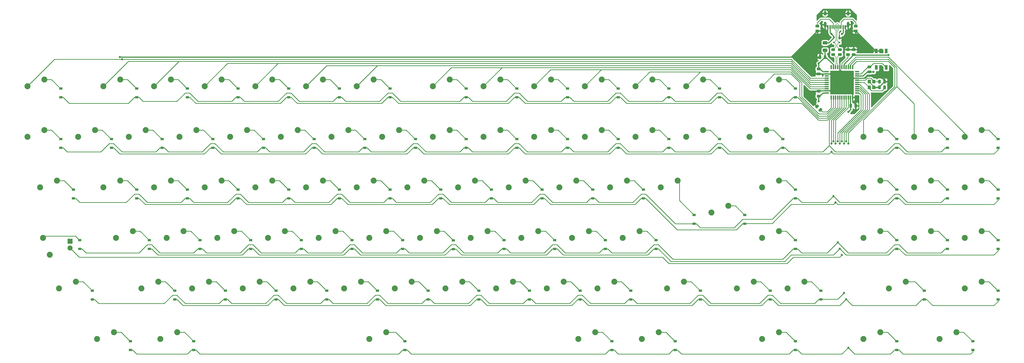
<source format=gbl>
%TF.GenerationSoftware,KiCad,Pcbnew,5.1.9*%
%TF.CreationDate,2022-11-23T09:59:21-05:00*%
%TF.ProjectId,EKS1000-V4,454b5331-3030-4302-9d56-342e6b696361,rev?*%
%TF.SameCoordinates,Original*%
%TF.FileFunction,Copper,L2,Bot*%
%TF.FilePolarity,Positive*%
%FSLAX46Y46*%
G04 Gerber Fmt 4.6, Leading zero omitted, Abs format (unit mm)*
G04 Created by KiCad (PCBNEW 5.1.9) date 2022-11-23 09:59:21*
%MOMM*%
%LPD*%
G01*
G04 APERTURE LIST*
%TA.AperFunction,ComponentPad*%
%ADD10C,2.250000*%
%TD*%
%TA.AperFunction,ComponentPad*%
%ADD11O,1.000000X1.600000*%
%TD*%
%TA.AperFunction,ComponentPad*%
%ADD12O,1.000000X2.100000*%
%TD*%
%TA.AperFunction,SMDPad,CuDef*%
%ADD13R,0.300000X1.450000*%
%TD*%
%TA.AperFunction,SMDPad,CuDef*%
%ADD14R,0.600000X1.450000*%
%TD*%
%TA.AperFunction,ComponentPad*%
%ADD15R,1.905000X1.905000*%
%TD*%
%TA.AperFunction,ComponentPad*%
%ADD16C,1.905000*%
%TD*%
%TA.AperFunction,SMDPad,CuDef*%
%ADD17R,0.700000X1.000000*%
%TD*%
%TA.AperFunction,SMDPad,CuDef*%
%ADD18R,0.700000X0.600000*%
%TD*%
%TA.AperFunction,SMDPad,CuDef*%
%ADD19R,1.200000X1.400000*%
%TD*%
%TA.AperFunction,SMDPad,CuDef*%
%ADD20R,1.500000X0.550000*%
%TD*%
%TA.AperFunction,SMDPad,CuDef*%
%ADD21R,0.550000X1.500000*%
%TD*%
%TA.AperFunction,SMDPad,CuDef*%
%ADD22R,1.100000X1.800000*%
%TD*%
%TA.AperFunction,SMDPad,CuDef*%
%ADD23R,1.200000X0.900000*%
%TD*%
%TA.AperFunction,ViaPad*%
%ADD24C,0.800000*%
%TD*%
%TA.AperFunction,Conductor*%
%ADD25C,0.254000*%
%TD*%
%TA.AperFunction,Conductor*%
%ADD26C,0.381000*%
%TD*%
%TA.AperFunction,Conductor*%
%ADD27C,0.250000*%
%TD*%
%TA.AperFunction,Conductor*%
%ADD28C,0.200000*%
%TD*%
%TA.AperFunction,Conductor*%
%ADD29C,0.100000*%
%TD*%
G04 APERTURE END LIST*
D10*
%TO.P,MX78,2*%
%TO.N,Net-(D78-Pad2)*%
X326390000Y-23495000D03*
%TO.P,MX78,1*%
%TO.N,COL8*%
X320040000Y-26035000D03*
%TD*%
D11*
%TO.P,J1,S1*%
%TO.N,GND*%
X314260198Y20417500D03*
X305620198Y20417500D03*
D12*
X305620198Y16237500D03*
X314260198Y16237500D03*
D13*
%TO.P,J1,A6*%
%TO.N,/DP*%
X309690198Y15322500D03*
%TO.P,J1,B5*%
%TO.N,Net-(J1-PadB5)*%
X311690198Y15322500D03*
%TO.P,J1,A8*%
%TO.N,Net-(J1-PadA8)*%
X311190198Y15322500D03*
%TO.P,J1,B6*%
%TO.N,/DP*%
X310690198Y15322500D03*
%TO.P,J1,A7*%
%TO.N,/DN*%
X310190198Y15322500D03*
%TO.P,J1,B7*%
X309190198Y15322500D03*
%TO.P,J1,A5*%
%TO.N,Net-(J1-PadA5)*%
X308690198Y15322500D03*
%TO.P,J1,B8*%
%TO.N,Net-(J1-PadB8)*%
X308190198Y15322500D03*
D14*
%TO.P,J1,A12*%
%TO.N,GND*%
X313190198Y15322500D03*
%TO.P,J1,B4*%
%TO.N,VCC*%
X312390198Y15322500D03*
%TO.P,J1,A4*%
X307490198Y15322500D03*
%TO.P,J1,A1*%
%TO.N,GND*%
X306690198Y15322500D03*
%TO.P,J1,B12*%
X306690198Y15322500D03*
%TO.P,J1,B9*%
%TO.N,VCC*%
X307490198Y15322500D03*
%TO.P,J1,A9*%
X312390198Y15322500D03*
%TO.P,J1,B1*%
%TO.N,GND*%
X313190198Y15322500D03*
%TD*%
%TO.P,R1,2*%
%TO.N,Net-(R1-Pad2)*%
%TA.AperFunction,SMDPad,CuDef*%
G36*
G01*
X322712502Y-266750D02*
X321812498Y-266750D01*
G75*
G02*
X321562500Y-16752I0J249998D01*
G01*
X321562500Y508252D01*
G75*
G02*
X321812498Y758250I249998J0D01*
G01*
X322712502Y758250D01*
G75*
G02*
X322962500Y508252I0J-249998D01*
G01*
X322962500Y-16752D01*
G75*
G02*
X322712502Y-266750I-249998J0D01*
G01*
G37*
%TD.AperFunction*%
%TO.P,R1,1*%
%TO.N,+5V*%
%TA.AperFunction,SMDPad,CuDef*%
G36*
G01*
X322712502Y-2091750D02*
X321812498Y-2091750D01*
G75*
G02*
X321562500Y-1841752I0J249998D01*
G01*
X321562500Y-1316748D01*
G75*
G02*
X321812498Y-1066750I249998J0D01*
G01*
X322712502Y-1066750D01*
G75*
G02*
X322962500Y-1316748I0J-249998D01*
G01*
X322962500Y-1841752D01*
G75*
G02*
X322712502Y-2091750I-249998J0D01*
G01*
G37*
%TD.AperFunction*%
%TD*%
D15*
%TO.P,MX4,4*%
%TO.N,CAPSGND*%
X21748750Y-65405000D03*
D16*
%TO.P,MX4,3*%
%TO.N,CAPSLED*%
X21748750Y-67945000D03*
D10*
%TO.P,MX4,1*%
%TO.N,COL0*%
X14128750Y-70485000D03*
%TO.P,MX4,2*%
%TO.N,Net-(D4-Pad2)*%
X11588750Y-64135000D03*
%TD*%
%TO.P,MX73,2*%
%TO.N,Net-(D73-Pad2)*%
X288290000Y-42545000D03*
%TO.P,MX73,1*%
%TO.N,COL7*%
X281940000Y-45085000D03*
%TD*%
%TO.P,MX70,1*%
%TO.N,COL6*%
X262890000Y-54610000D03*
%TO.P,MX70,2*%
%TO.N,Net-(D70-Pad2)*%
X269240000Y-52070000D03*
%TD*%
%TO.P,MX41,2*%
%TO.N,Net-(D41-Pad2)*%
X159702500Y-61595000D03*
%TO.P,MX41,1*%
%TO.N,COL3*%
X153352500Y-64135000D03*
%TD*%
D17*
%TO.P,U2,1*%
%TO.N,GND*%
X310945250Y11164000D03*
D18*
%TO.P,U2,4*%
%TO.N,VCC*%
X308945250Y11364000D03*
%TO.P,U2,2*%
%TO.N,/DP*%
X310945250Y9464000D03*
%TO.P,U2,3*%
%TO.N,/DN*%
X308945250Y9464000D03*
%TD*%
D10*
%TO.P,MX6,2*%
%TO.N,Net-(D6-Pad2)*%
X38258750Y-99695000D03*
%TO.P,MX6,1*%
%TO.N,COL0*%
X31908750Y-102235000D03*
%TD*%
D19*
%TO.P,Y1,4*%
%TO.N,GND*%
X323906250Y-7450000D03*
%TO.P,Y1,3*%
%TO.N,Net-(C3-Pad1)*%
X323906250Y-5250000D03*
%TO.P,Y1,2*%
%TO.N,GND*%
X322206250Y-5250000D03*
%TO.P,Y1,1*%
%TO.N,Net-(C2-Pad1)*%
X322206250Y-7450000D03*
%TD*%
D20*
%TO.P,U1,44*%
%TO.N,+5V*%
X306243750Y-1556250D03*
%TO.P,U1,43*%
%TO.N,GND*%
X306243750Y-2356250D03*
%TO.P,U1,42*%
%TO.N,Net-(U1-Pad42)*%
X306243750Y-3156250D03*
%TO.P,U1,41*%
%TO.N,COL0*%
X306243750Y-3956250D03*
%TO.P,U1,40*%
%TO.N,COL1*%
X306243750Y-4756250D03*
%TO.P,U1,39*%
%TO.N,COL2*%
X306243750Y-5556250D03*
%TO.P,U1,38*%
%TO.N,COL3*%
X306243750Y-6356250D03*
%TO.P,U1,37*%
%TO.N,COL4*%
X306243750Y-7156250D03*
%TO.P,U1,36*%
%TO.N,COL5*%
X306243750Y-7956250D03*
%TO.P,U1,35*%
%TO.N,GND*%
X306243750Y-8756250D03*
%TO.P,U1,34*%
%TO.N,+5V*%
X306243750Y-9556250D03*
D21*
%TO.P,U1,33*%
%TO.N,Net-(R4-Pad2)*%
X307943750Y-11256250D03*
%TO.P,U1,32*%
%TO.N,COL6*%
X308743750Y-11256250D03*
%TO.P,U1,31*%
%TO.N,COL7*%
X309543750Y-11256250D03*
%TO.P,U1,30*%
%TO.N,ROW0*%
X310343750Y-11256250D03*
%TO.P,U1,29*%
%TO.N,ROW1*%
X311143750Y-11256250D03*
%TO.P,U1,28*%
%TO.N,ROW2*%
X311943750Y-11256250D03*
%TO.P,U1,27*%
%TO.N,ROW3*%
X312743750Y-11256250D03*
%TO.P,U1,26*%
%TO.N,ROW4*%
X313543750Y-11256250D03*
%TO.P,U1,25*%
%TO.N,ROW5*%
X314343750Y-11256250D03*
%TO.P,U1,24*%
%TO.N,+5V*%
X315143750Y-11256250D03*
%TO.P,U1,23*%
%TO.N,GND*%
X315943750Y-11256250D03*
D20*
%TO.P,U1,22*%
%TO.N,ROW6*%
X317643750Y-9556250D03*
%TO.P,U1,21*%
%TO.N,ROW7*%
X317643750Y-8756250D03*
%TO.P,U1,20*%
%TO.N,CAPSLED*%
X317643750Y-7956250D03*
%TO.P,U1,19*%
%TO.N,ROW8*%
X317643750Y-7156250D03*
%TO.P,U1,18*%
%TO.N,ROW9*%
X317643750Y-6356250D03*
%TO.P,U1,17*%
%TO.N,Net-(C2-Pad1)*%
X317643750Y-5556250D03*
%TO.P,U1,16*%
%TO.N,Net-(C3-Pad1)*%
X317643750Y-4756250D03*
%TO.P,U1,15*%
%TO.N,GND*%
X317643750Y-3956250D03*
%TO.P,U1,14*%
%TO.N,+5V*%
X317643750Y-3156250D03*
%TO.P,U1,13*%
%TO.N,Net-(R1-Pad2)*%
X317643750Y-2356250D03*
%TO.P,U1,12*%
%TO.N,Net-(U1-Pad12)*%
X317643750Y-1556250D03*
D21*
%TO.P,U1,11*%
%TO.N,ROW10*%
X315943750Y143750D03*
%TO.P,U1,10*%
%TO.N,COL8*%
X315143750Y143750D03*
%TO.P,U1,9*%
%TO.N,COL9*%
X314343750Y143750D03*
%TO.P,U1,8*%
%TO.N,Net-(U1-Pad8)*%
X313543750Y143750D03*
%TO.P,U1,7*%
%TO.N,+5V*%
X312743750Y143750D03*
%TO.P,U1,6*%
%TO.N,Net-(C1-Pad1)*%
X311943750Y143750D03*
%TO.P,U1,5*%
%TO.N,GND*%
X311143750Y143750D03*
%TO.P,U1,4*%
%TO.N,Net-(R2-Pad1)*%
X310343750Y143750D03*
%TO.P,U1,3*%
%TO.N,Net-(R3-Pad1)*%
X309543750Y143750D03*
%TO.P,U1,2*%
%TO.N,+5V*%
X308743750Y143750D03*
%TO.P,U1,1*%
%TO.N,Net-(U1-Pad1)*%
X307943750Y143750D03*
%TD*%
D22*
%TO.P,SW1,4*%
%TO.N,N/C*%
X324889250Y75000D03*
%TO.P,SW1,3*%
X328589250Y6275000D03*
%TO.P,SW1,2*%
%TO.N,Net-(R1-Pad2)*%
X328589250Y75000D03*
%TO.P,SW1,1*%
%TO.N,GND*%
X324889250Y6275000D03*
%TD*%
%TO.P,R6,2*%
%TO.N,GND*%
%TA.AperFunction,SMDPad,CuDef*%
G36*
G01*
X302254498Y14332000D02*
X303154502Y14332000D01*
G75*
G02*
X303404500Y14082002I0J-249998D01*
G01*
X303404500Y13556998D01*
G75*
G02*
X303154502Y13307000I-249998J0D01*
G01*
X302254498Y13307000D01*
G75*
G02*
X302004500Y13556998I0J249998D01*
G01*
X302004500Y14082002D01*
G75*
G02*
X302254498Y14332000I249998J0D01*
G01*
G37*
%TD.AperFunction*%
%TO.P,R6,1*%
%TO.N,Net-(J1-PadA5)*%
%TA.AperFunction,SMDPad,CuDef*%
G36*
G01*
X302254498Y16157000D02*
X303154502Y16157000D01*
G75*
G02*
X303404500Y15907002I0J-249998D01*
G01*
X303404500Y15381998D01*
G75*
G02*
X303154502Y15132000I-249998J0D01*
G01*
X302254498Y15132000D01*
G75*
G02*
X302004500Y15381998I0J249998D01*
G01*
X302004500Y15907002D01*
G75*
G02*
X302254498Y16157000I249998J0D01*
G01*
G37*
%TD.AperFunction*%
%TD*%
%TO.P,R5,2*%
%TO.N,GND*%
%TA.AperFunction,SMDPad,CuDef*%
G36*
G01*
X316700748Y14332000D02*
X317600752Y14332000D01*
G75*
G02*
X317850750Y14082002I0J-249998D01*
G01*
X317850750Y13556998D01*
G75*
G02*
X317600752Y13307000I-249998J0D01*
G01*
X316700748Y13307000D01*
G75*
G02*
X316450750Y13556998I0J249998D01*
G01*
X316450750Y14082002D01*
G75*
G02*
X316700748Y14332000I249998J0D01*
G01*
G37*
%TD.AperFunction*%
%TO.P,R5,1*%
%TO.N,Net-(J1-PadB5)*%
%TA.AperFunction,SMDPad,CuDef*%
G36*
G01*
X316700748Y16157000D02*
X317600752Y16157000D01*
G75*
G02*
X317850750Y15907002I0J-249998D01*
G01*
X317850750Y15381998D01*
G75*
G02*
X317600752Y15132000I-249998J0D01*
G01*
X316700748Y15132000D01*
G75*
G02*
X316450750Y15381998I0J249998D01*
G01*
X316450750Y15907002D01*
G75*
G02*
X316700748Y16157000I249998J0D01*
G01*
G37*
%TD.AperFunction*%
%TD*%
%TO.P,R4,2*%
%TO.N,Net-(R4-Pad2)*%
%TA.AperFunction,SMDPad,CuDef*%
G36*
G01*
X303177144Y-15872793D02*
X303813543Y-15236394D01*
G75*
G02*
X304167093Y-15236394I176775J-176775D01*
G01*
X304538326Y-15607627D01*
G75*
G02*
X304538326Y-15961177I-176775J-176775D01*
G01*
X303901927Y-16597576D01*
G75*
G02*
X303548377Y-16597576I-176775J176775D01*
G01*
X303177144Y-16226343D01*
G75*
G02*
X303177144Y-15872793I176775J176775D01*
G01*
G37*
%TD.AperFunction*%
%TO.P,R4,1*%
%TO.N,GND*%
%TA.AperFunction,SMDPad,CuDef*%
G36*
G01*
X301886674Y-14582323D02*
X302523073Y-13945924D01*
G75*
G02*
X302876623Y-13945924I176775J-176775D01*
G01*
X303247856Y-14317157D01*
G75*
G02*
X303247856Y-14670707I-176775J-176775D01*
G01*
X302611457Y-15307106D01*
G75*
G02*
X302257907Y-15307106I-176775J176775D01*
G01*
X301886674Y-14935873D01*
G75*
G02*
X301886674Y-14582323I176775J176775D01*
G01*
G37*
%TD.AperFunction*%
%TD*%
%TO.P,R3,2*%
%TO.N,/DN*%
%TA.AperFunction,SMDPad,CuDef*%
G36*
G01*
X309095252Y6253966D02*
X308195248Y6253966D01*
G75*
G02*
X307945250Y6503964I0J249998D01*
G01*
X307945250Y7028968D01*
G75*
G02*
X308195248Y7278966I249998J0D01*
G01*
X309095252Y7278966D01*
G75*
G02*
X309345250Y7028968I0J-249998D01*
G01*
X309345250Y6503964D01*
G75*
G02*
X309095252Y6253966I-249998J0D01*
G01*
G37*
%TD.AperFunction*%
%TO.P,R3,1*%
%TO.N,Net-(R3-Pad1)*%
%TA.AperFunction,SMDPad,CuDef*%
G36*
G01*
X309095252Y4428966D02*
X308195248Y4428966D01*
G75*
G02*
X307945250Y4678964I0J249998D01*
G01*
X307945250Y5203968D01*
G75*
G02*
X308195248Y5453966I249998J0D01*
G01*
X309095252Y5453966D01*
G75*
G02*
X309345250Y5203968I0J-249998D01*
G01*
X309345250Y4678964D01*
G75*
G02*
X309095252Y4428966I-249998J0D01*
G01*
G37*
%TD.AperFunction*%
%TD*%
%TO.P,R2,2*%
%TO.N,/DP*%
%TA.AperFunction,SMDPad,CuDef*%
G36*
G01*
X311627502Y6253966D02*
X310727498Y6253966D01*
G75*
G02*
X310477500Y6503964I0J249998D01*
G01*
X310477500Y7028968D01*
G75*
G02*
X310727498Y7278966I249998J0D01*
G01*
X311627502Y7278966D01*
G75*
G02*
X311877500Y7028968I0J-249998D01*
G01*
X311877500Y6503964D01*
G75*
G02*
X311627502Y6253966I-249998J0D01*
G01*
G37*
%TD.AperFunction*%
%TO.P,R2,1*%
%TO.N,Net-(R2-Pad1)*%
%TA.AperFunction,SMDPad,CuDef*%
G36*
G01*
X311627502Y4428966D02*
X310727498Y4428966D01*
G75*
G02*
X310477500Y4678964I0J249998D01*
G01*
X310477500Y5203968D01*
G75*
G02*
X310727498Y5453966I249998J0D01*
G01*
X311627502Y5453966D01*
G75*
G02*
X311877500Y5203968I0J-249998D01*
G01*
X311877500Y4678964D01*
G75*
G02*
X311627502Y4428966I-249998J0D01*
G01*
G37*
%TD.AperFunction*%
%TD*%
D10*
%TO.P,MX90,2*%
%TO.N,Net-(D90-Pad2)*%
X354965000Y-99695000D03*
%TO.P,MX90,1*%
%TO.N,COL9*%
X348615000Y-102235000D03*
%TD*%
%TO.P,MX89,2*%
%TO.N,Net-(D89-Pad2)*%
X364490000Y-80645000D03*
%TO.P,MX89,1*%
%TO.N,COL9*%
X358140000Y-83185000D03*
%TD*%
%TO.P,MX88,2*%
%TO.N,Net-(D88-Pad2)*%
X364490000Y-61595000D03*
%TO.P,MX88,1*%
%TO.N,COL9*%
X358140000Y-64135000D03*
%TD*%
%TO.P,MX87,2*%
%TO.N,Net-(D87-Pad2)*%
X364490000Y-42545000D03*
%TO.P,MX87,1*%
%TO.N,COL9*%
X358140000Y-45085000D03*
%TD*%
%TO.P,MX86,2*%
%TO.N,Net-(D86-Pad2)*%
X364490000Y-23495000D03*
%TO.P,MX86,1*%
%TO.N,COL9*%
X358140000Y-26035000D03*
%TD*%
%TO.P,MX85,2*%
%TO.N,Net-(D85-Pad2)*%
X345440000Y-61595000D03*
%TO.P,MX85,1*%
%TO.N,COL8*%
X339090000Y-64135000D03*
%TD*%
%TO.P,MX84,2*%
%TO.N,Net-(D84-Pad2)*%
X345440000Y-42545000D03*
%TO.P,MX84,1*%
%TO.N,COL8*%
X339090000Y-45085000D03*
%TD*%
%TO.P,MX83,2*%
%TO.N,Net-(D83-Pad2)*%
X345440000Y-23495000D03*
%TO.P,MX83,1*%
%TO.N,COL8*%
X339090000Y-26035000D03*
%TD*%
%TO.P,MX82,2*%
%TO.N,Net-(D82-Pad2)*%
X326390000Y-99695000D03*
%TO.P,MX82,1*%
%TO.N,COL8*%
X320040000Y-102235000D03*
%TD*%
%TO.P,MX81,2*%
%TO.N,Net-(D81-Pad2)*%
X335915000Y-80645000D03*
%TO.P,MX81,1*%
%TO.N,COL8*%
X329565000Y-83185000D03*
%TD*%
%TO.P,MX80,2*%
%TO.N,Net-(D80-Pad2)*%
X326390000Y-61595000D03*
%TO.P,MX80,1*%
%TO.N,COL8*%
X320040000Y-64135000D03*
%TD*%
%TO.P,MX79,2*%
%TO.N,Net-(D79-Pad2)*%
X326390000Y-42545000D03*
%TO.P,MX79,1*%
%TO.N,COL8*%
X320040000Y-45085000D03*
%TD*%
%TO.P,MX77,2*%
%TO.N,Net-(D77-Pad2)*%
X288290000Y-99695000D03*
%TO.P,MX77,1*%
%TO.N,COL7*%
X281940000Y-102235000D03*
%TD*%
%TO.P,MX76,2*%
%TO.N,Net-(D76-Pad2)*%
X297815000Y-80645000D03*
%TO.P,MX76,1*%
%TO.N,COL7*%
X291465000Y-83185000D03*
%TD*%
%TO.P,MX75,2*%
%TO.N,Net-(D75-Pad2)*%
X278765000Y-80645000D03*
%TO.P,MX75,1*%
%TO.N,COL6*%
X272415000Y-83185000D03*
%TD*%
%TO.P,MX74,2*%
%TO.N,Net-(D74-Pad2)*%
X288290000Y-61595000D03*
%TO.P,MX74,1*%
%TO.N,COL7*%
X281940000Y-64135000D03*
%TD*%
%TO.P,MX59,2*%
%TO.N,Net-(D59-Pad2)*%
X243046250Y-99695000D03*
%TO.P,MX59,1*%
%TO.N,COL5*%
X236696250Y-102235000D03*
%TD*%
%TO.P,MX64,2*%
%TO.N,Net-(D64-Pad2)*%
X252571250Y-80645000D03*
%TO.P,MX64,1*%
%TO.N,COL5*%
X246221250Y-83185000D03*
%TD*%
%TO.P,MX72,2*%
%TO.N,Net-(D72-Pad2)*%
X283527500Y-23495000D03*
%TO.P,MX72,1*%
%TO.N,COL7*%
X277177500Y-26035000D03*
%TD*%
%TO.P,MX71,2*%
%TO.N,Net-(D71-Pad2)*%
X288290000Y-4445000D03*
%TO.P,MX71,1*%
%TO.N,COL7*%
X281940000Y-6985000D03*
%TD*%
%TO.P,MX53,2*%
%TO.N,Net-(D53-Pad2)*%
X219233750Y-99695000D03*
%TO.P,MX53,1*%
%TO.N,COL4*%
X212883750Y-102235000D03*
%TD*%
%TO.P,MX58,2*%
%TO.N,Net-(D58-Pad2)*%
X226377500Y-80645000D03*
%TO.P,MX58,1*%
%TO.N,COL5*%
X220027500Y-83185000D03*
%TD*%
%TO.P,MX63,2*%
%TO.N,Net-(D63-Pad2)*%
X235902500Y-61595000D03*
%TO.P,MX63,1*%
%TO.N,COL5*%
X229552500Y-64135000D03*
%TD*%
%TO.P,MX67,2*%
%TO.N,Net-(D67-Pad2)*%
X250190000Y-42545000D03*
%TO.P,MX67,1*%
%TO.N,COL6*%
X243840000Y-45085000D03*
%TD*%
%TO.P,MX69,2*%
%TO.N,Net-(D69-Pad2)*%
X259715000Y-23495000D03*
%TO.P,MX69,1*%
%TO.N,COL6*%
X253365000Y-26035000D03*
%TD*%
%TO.P,MX68,2*%
%TO.N,Net-(D68-Pad2)*%
X259715000Y-4445000D03*
%TO.P,MX68,1*%
%TO.N,COL6*%
X253365000Y-6985000D03*
%TD*%
%TO.P,MX52,2*%
%TO.N,Net-(D52-Pad2)*%
X207327500Y-80645000D03*
%TO.P,MX52,1*%
%TO.N,COL4*%
X200977500Y-83185000D03*
%TD*%
%TO.P,MX57,2*%
%TO.N,Net-(D57-Pad2)*%
X216852500Y-61595000D03*
%TO.P,MX57,1*%
%TO.N,COL5*%
X210502500Y-64135000D03*
%TD*%
%TO.P,MX62,2*%
%TO.N,Net-(D62-Pad2)*%
X231140000Y-42545000D03*
%TO.P,MX62,1*%
%TO.N,COL5*%
X224790000Y-45085000D03*
%TD*%
%TO.P,MX66,2*%
%TO.N,Net-(D66-Pad2)*%
X240665000Y-23495000D03*
%TO.P,MX66,1*%
%TO.N,COL6*%
X234315000Y-26035000D03*
%TD*%
%TO.P,MX65,2*%
%TO.N,Net-(D65-Pad2)*%
X240665000Y-4445000D03*
%TO.P,MX65,1*%
%TO.N,COL6*%
X234315000Y-6985000D03*
%TD*%
%TO.P,MX47,2*%
%TO.N,Net-(D47-Pad2)*%
X188277500Y-80645000D03*
%TO.P,MX47,1*%
%TO.N,COL4*%
X181927500Y-83185000D03*
%TD*%
%TO.P,MX51,2*%
%TO.N,Net-(D51-Pad2)*%
X197802500Y-61595000D03*
%TO.P,MX51,1*%
%TO.N,COL4*%
X191452500Y-64135000D03*
%TD*%
%TO.P,MX56,2*%
%TO.N,Net-(D56-Pad2)*%
X212090000Y-42545000D03*
%TO.P,MX56,1*%
%TO.N,COL5*%
X205740000Y-45085000D03*
%TD*%
%TO.P,MX61,2*%
%TO.N,Net-(D61-Pad2)*%
X221615000Y-23495000D03*
%TO.P,MX61,1*%
%TO.N,COL5*%
X215265000Y-26035000D03*
%TD*%
%TO.P,MX60,2*%
%TO.N,Net-(D60-Pad2)*%
X221615000Y-4445000D03*
%TO.P,MX60,1*%
%TO.N,COL5*%
X215265000Y-6985000D03*
%TD*%
%TO.P,MX42,2*%
%TO.N,Net-(D42-Pad2)*%
X169227500Y-80645000D03*
%TO.P,MX42,1*%
%TO.N,COL3*%
X162877500Y-83185000D03*
%TD*%
%TO.P,MX46,2*%
%TO.N,Net-(D46-Pad2)*%
X178752500Y-61595000D03*
%TO.P,MX46,1*%
%TO.N,COL4*%
X172402500Y-64135000D03*
%TD*%
%TO.P,MX50,2*%
%TO.N,Net-(D50-Pad2)*%
X193040000Y-42545000D03*
%TO.P,MX50,1*%
%TO.N,COL4*%
X186690000Y-45085000D03*
%TD*%
%TO.P,MX55,2*%
%TO.N,Net-(D55-Pad2)*%
X202565000Y-23495000D03*
%TO.P,MX55,1*%
%TO.N,COL5*%
X196215000Y-26035000D03*
%TD*%
%TO.P,MX54,2*%
%TO.N,Net-(D54-Pad2)*%
X202565000Y-4445000D03*
%TO.P,MX54,1*%
%TO.N,COL5*%
X196215000Y-6985000D03*
%TD*%
%TO.P,MX45,2*%
%TO.N,Net-(D45-Pad2)*%
X173990000Y-42545000D03*
%TO.P,MX45,1*%
%TO.N,COL4*%
X167640000Y-45085000D03*
%TD*%
%TO.P,MX49,2*%
%TO.N,Net-(D49-Pad2)*%
X183515000Y-23495000D03*
%TO.P,MX49,1*%
%TO.N,COL4*%
X177165000Y-26035000D03*
%TD*%
%TO.P,MX48,2*%
%TO.N,Net-(D48-Pad2)*%
X183515000Y-4445000D03*
%TO.P,MX48,1*%
%TO.N,COL4*%
X177165000Y-6985000D03*
%TD*%
%TO.P,MX44,2*%
%TO.N,Net-(D44-Pad2)*%
X164465000Y-23495000D03*
%TO.P,MX44,1*%
%TO.N,COL4*%
X158115000Y-26035000D03*
%TD*%
%TO.P,MX43,2*%
%TO.N,Net-(D43-Pad2)*%
X164465000Y-4445000D03*
%TO.P,MX43,1*%
%TO.N,COL4*%
X158115000Y-6985000D03*
%TD*%
%TO.P,MX40,2*%
%TO.N,Net-(D40-Pad2)*%
X154940000Y-42545000D03*
%TO.P,MX40,1*%
%TO.N,COL3*%
X148590000Y-45085000D03*
%TD*%
%TO.P,MX39,2*%
%TO.N,Net-(D39-Pad2)*%
X145415000Y-23495000D03*
%TO.P,MX39,1*%
%TO.N,COL3*%
X139065000Y-26035000D03*
%TD*%
%TO.P,MX38,2*%
%TO.N,Net-(D38-Pad2)*%
X135890000Y-4445000D03*
%TO.P,MX38,1*%
%TO.N,COL3*%
X129540000Y-6985000D03*
%TD*%
%TO.P,MX37,2*%
%TO.N,Net-(D37-Pad2)*%
X150177500Y-80645000D03*
%TO.P,MX37,1*%
%TO.N,COL3*%
X143827500Y-83185000D03*
%TD*%
%TO.P,MX36,2*%
%TO.N,Net-(D36-Pad2)*%
X140652500Y-61595000D03*
%TO.P,MX36,1*%
%TO.N,COL3*%
X134302500Y-64135000D03*
%TD*%
%TO.P,MX35,2*%
%TO.N,Net-(D35-Pad2)*%
X135890000Y-42545000D03*
%TO.P,MX35,1*%
%TO.N,COL3*%
X129540000Y-45085000D03*
%TD*%
%TO.P,MX34,2*%
%TO.N,Net-(D34-Pad2)*%
X126365000Y-23495000D03*
%TO.P,MX34,1*%
%TO.N,COL3*%
X120015000Y-26035000D03*
%TD*%
%TO.P,MX33,2*%
%TO.N,Net-(D33-Pad2)*%
X116840000Y-4445000D03*
%TO.P,MX33,1*%
%TO.N,COL3*%
X110490000Y-6985000D03*
%TD*%
%TO.P,MX32,2*%
%TO.N,Net-(D32-Pad2)*%
X140652500Y-99695000D03*
%TO.P,MX32,1*%
%TO.N,COL3*%
X134302500Y-102235000D03*
%TD*%
%TO.P,MX31,2*%
%TO.N,Net-(D31-Pad2)*%
X131127500Y-80645000D03*
%TO.P,MX31,1*%
%TO.N,COL2*%
X124777500Y-83185000D03*
%TD*%
%TO.P,MX30,2*%
%TO.N,Net-(D30-Pad2)*%
X121602500Y-61595000D03*
%TO.P,MX30,1*%
%TO.N,COL2*%
X115252500Y-64135000D03*
%TD*%
%TO.P,MX29,2*%
%TO.N,Net-(D29-Pad2)*%
X116840000Y-42545000D03*
%TO.P,MX29,1*%
%TO.N,COL2*%
X110490000Y-45085000D03*
%TD*%
%TO.P,MX28,2*%
%TO.N,Net-(D28-Pad2)*%
X107315000Y-23495000D03*
%TO.P,MX28,1*%
%TO.N,COL2*%
X100965000Y-26035000D03*
%TD*%
%TO.P,MX27,2*%
%TO.N,Net-(D27-Pad2)*%
X97790000Y-4445000D03*
%TO.P,MX27,1*%
%TO.N,COL2*%
X91440000Y-6985000D03*
%TD*%
%TO.P,MX26,2*%
%TO.N,Net-(D26-Pad2)*%
X112077500Y-80645000D03*
%TO.P,MX26,1*%
%TO.N,COL2*%
X105727500Y-83185000D03*
%TD*%
%TO.P,MX25,2*%
%TO.N,Net-(D25-Pad2)*%
X102552500Y-61595000D03*
%TO.P,MX25,1*%
%TO.N,COL2*%
X96202500Y-64135000D03*
%TD*%
%TO.P,MX24,2*%
%TO.N,Net-(D24-Pad2)*%
X97790000Y-42545000D03*
%TO.P,MX24,1*%
%TO.N,COL2*%
X91440000Y-45085000D03*
%TD*%
%TO.P,MX23,2*%
%TO.N,Net-(D23-Pad2)*%
X88265000Y-23495000D03*
%TO.P,MX23,1*%
%TO.N,COL2*%
X81915000Y-26035000D03*
%TD*%
%TO.P,MX22,2*%
%TO.N,Net-(D22-Pad2)*%
X78740000Y-4445000D03*
%TO.P,MX22,1*%
%TO.N,COL2*%
X72390000Y-6985000D03*
%TD*%
%TO.P,MX21,2*%
%TO.N,Net-(D21-Pad2)*%
X93027500Y-80645000D03*
%TO.P,MX21,1*%
%TO.N,COL1*%
X86677500Y-83185000D03*
%TD*%
%TO.P,MX20,2*%
%TO.N,Net-(D20-Pad2)*%
X83502500Y-61595000D03*
%TO.P,MX20,1*%
%TO.N,COL1*%
X77152500Y-64135000D03*
%TD*%
%TO.P,MX19,2*%
%TO.N,Net-(D19-Pad2)*%
X78740000Y-42545000D03*
%TO.P,MX19,1*%
%TO.N,COL1*%
X72390000Y-45085000D03*
%TD*%
%TO.P,MX18,2*%
%TO.N,Net-(D18-Pad2)*%
X69215000Y-23495000D03*
%TO.P,MX18,1*%
%TO.N,COL1*%
X62865000Y-26035000D03*
%TD*%
%TO.P,MX17,2*%
%TO.N,Net-(D17-Pad2)*%
X59690000Y-4445000D03*
%TO.P,MX17,1*%
%TO.N,COL1*%
X53340000Y-6985000D03*
%TD*%
%TO.P,MX16,2*%
%TO.N,Net-(D16-Pad2)*%
X73977500Y-80645000D03*
%TO.P,MX16,1*%
%TO.N,COL1*%
X67627500Y-83185000D03*
%TD*%
%TO.P,MX15,2*%
%TO.N,Net-(D15-Pad2)*%
X64452500Y-61595000D03*
%TO.P,MX15,1*%
%TO.N,COL1*%
X58102500Y-64135000D03*
%TD*%
%TO.P,MX14,2*%
%TO.N,Net-(D14-Pad2)*%
X59690000Y-42545000D03*
%TO.P,MX14,1*%
%TO.N,COL1*%
X53340000Y-45085000D03*
%TD*%
%TO.P,MX13,2*%
%TO.N,Net-(D13-Pad2)*%
X50165000Y-23495000D03*
%TO.P,MX13,1*%
%TO.N,COL1*%
X43815000Y-26035000D03*
%TD*%
%TO.P,MX12,2*%
%TO.N,Net-(D12-Pad2)*%
X40640000Y-4445000D03*
%TO.P,MX12,1*%
%TO.N,COL1*%
X34290000Y-6985000D03*
%TD*%
%TO.P,MX11,2*%
%TO.N,Net-(D11-Pad2)*%
X62071250Y-99695000D03*
%TO.P,MX11,1*%
%TO.N,COL1*%
X55721250Y-102235000D03*
%TD*%
%TO.P,MX10,2*%
%TO.N,Net-(D10-Pad2)*%
X54927500Y-80645000D03*
%TO.P,MX10,1*%
%TO.N,COL0*%
X48577500Y-83185000D03*
%TD*%
%TO.P,MX9,2*%
%TO.N,Net-(D9-Pad2)*%
X45402500Y-61595000D03*
%TO.P,MX9,1*%
%TO.N,COL0*%
X39052500Y-64135000D03*
%TD*%
%TO.P,MX8,2*%
%TO.N,Net-(D8-Pad2)*%
X40640000Y-42545000D03*
%TO.P,MX8,1*%
%TO.N,COL0*%
X34290000Y-45085000D03*
%TD*%
%TO.P,MX7,2*%
%TO.N,Net-(D7-Pad2)*%
X31115000Y-23495000D03*
%TO.P,MX7,1*%
%TO.N,COL0*%
X24765000Y-26035000D03*
%TD*%
%TO.P,MX5,2*%
%TO.N,Net-(D5-Pad2)*%
X23971250Y-80645000D03*
%TO.P,MX5,1*%
%TO.N,COL0*%
X17621250Y-83185000D03*
%TD*%
%TO.P,MX3,2*%
%TO.N,Net-(D3-Pad2)*%
X16827500Y-42545000D03*
%TO.P,MX3,1*%
%TO.N,COL0*%
X10477500Y-45085000D03*
%TD*%
%TO.P,MX2,2*%
%TO.N,Net-(D2-Pad2)*%
X12065000Y-23495000D03*
%TO.P,MX2,1*%
%TO.N,COL0*%
X5715000Y-26035000D03*
%TD*%
%TO.P,MX1,2*%
%TO.N,Net-(D1-Pad2)*%
X12065000Y-4445000D03*
%TO.P,MX1,1*%
%TO.N,COL0*%
X5715000Y-6985000D03*
%TD*%
%TO.P,F1,1*%
%TO.N,+5V*%
%TA.AperFunction,SMDPad,CuDef*%
G36*
G01*
X306218750Y5912500D02*
X304968750Y5912500D01*
G75*
G02*
X304718750Y6162500I0J250000D01*
G01*
X304718750Y6912500D01*
G75*
G02*
X304968750Y7162500I250000J0D01*
G01*
X306218750Y7162500D01*
G75*
G02*
X306468750Y6912500I0J-250000D01*
G01*
X306468750Y6162500D01*
G75*
G02*
X306218750Y5912500I-250000J0D01*
G01*
G37*
%TD.AperFunction*%
%TO.P,F1,2*%
%TO.N,VCC*%
%TA.AperFunction,SMDPad,CuDef*%
G36*
G01*
X306218750Y8712500D02*
X304968750Y8712500D01*
G75*
G02*
X304718750Y8962500I0J250000D01*
G01*
X304718750Y9712500D01*
G75*
G02*
X304968750Y9962500I250000J0D01*
G01*
X306218750Y9962500D01*
G75*
G02*
X306468750Y9712500I0J-250000D01*
G01*
X306468750Y8962500D01*
G75*
G02*
X306218750Y8712500I-250000J0D01*
G01*
G37*
%TD.AperFunction*%
%TD*%
D23*
%TO.P,D90,2*%
%TO.N,Net-(D90-Pad2)*%
X361156250Y-103125000D03*
%TO.P,D90,1*%
%TO.N,ROW10*%
X361156250Y-106425000D03*
%TD*%
%TO.P,D89,2*%
%TO.N,Net-(D89-Pad2)*%
X370681250Y-84075000D03*
%TO.P,D89,1*%
%TO.N,ROW9*%
X370681250Y-87375000D03*
%TD*%
%TO.P,D88,2*%
%TO.N,Net-(D88-Pad2)*%
X370681250Y-65025000D03*
%TO.P,D88,1*%
%TO.N,ROW7*%
X370681250Y-68325000D03*
%TD*%
%TO.P,D87,2*%
%TO.N,Net-(D87-Pad2)*%
X370681250Y-45975000D03*
%TO.P,D87,1*%
%TO.N,ROW5*%
X370681250Y-49275000D03*
%TD*%
%TO.P,D86,2*%
%TO.N,Net-(D86-Pad2)*%
X370681250Y-26925000D03*
%TO.P,D86,1*%
%TO.N,ROW3*%
X370681250Y-30225000D03*
%TD*%
%TO.P,D85,2*%
%TO.N,Net-(D85-Pad2)*%
X351631250Y-65025000D03*
%TO.P,D85,1*%
%TO.N,ROW6*%
X351631250Y-68325000D03*
%TD*%
%TO.P,D84,2*%
%TO.N,Net-(D84-Pad2)*%
X351631250Y-45975000D03*
%TO.P,D84,1*%
%TO.N,ROW4*%
X351631250Y-49275000D03*
%TD*%
%TO.P,D83,2*%
%TO.N,Net-(D83-Pad2)*%
X351631250Y-26925000D03*
%TO.P,D83,1*%
%TO.N,ROW2*%
X351631250Y-30225000D03*
%TD*%
%TO.P,D82,2*%
%TO.N,Net-(D82-Pad2)*%
X332581250Y-103125000D03*
%TO.P,D82,1*%
%TO.N,ROW10*%
X332581250Y-106425000D03*
%TD*%
%TO.P,D81,2*%
%TO.N,Net-(D81-Pad2)*%
X342900000Y-84075000D03*
%TO.P,D81,1*%
%TO.N,ROW9*%
X342900000Y-87375000D03*
%TD*%
%TO.P,D80,2*%
%TO.N,Net-(D80-Pad2)*%
X332581250Y-65025000D03*
%TO.P,D80,1*%
%TO.N,ROW7*%
X332581250Y-68325000D03*
%TD*%
%TO.P,D79,2*%
%TO.N,Net-(D79-Pad2)*%
X332581250Y-45975000D03*
%TO.P,D79,1*%
%TO.N,ROW5*%
X332581250Y-49275000D03*
%TD*%
%TO.P,D78,2*%
%TO.N,Net-(D78-Pad2)*%
X332581250Y-26925000D03*
%TO.P,D78,1*%
%TO.N,ROW3*%
X332581250Y-30225000D03*
%TD*%
%TO.P,D77,2*%
%TO.N,Net-(D77-Pad2)*%
X294481250Y-103125000D03*
%TO.P,D77,1*%
%TO.N,ROW10*%
X294481250Y-106425000D03*
%TD*%
%TO.P,D76,2*%
%TO.N,Net-(D76-Pad2)*%
X304006250Y-84075000D03*
%TO.P,D76,1*%
%TO.N,ROW8*%
X304006250Y-87375000D03*
%TD*%
%TO.P,D75,2*%
%TO.N,Net-(D75-Pad2)*%
X284956250Y-84075000D03*
%TO.P,D75,1*%
%TO.N,ROW9*%
X284956250Y-87375000D03*
%TD*%
%TO.P,D74,2*%
%TO.N,Net-(D74-Pad2)*%
X294481250Y-65025000D03*
%TO.P,D74,1*%
%TO.N,ROW6*%
X294481250Y-68325000D03*
%TD*%
%TO.P,D73,2*%
%TO.N,Net-(D73-Pad2)*%
X294481250Y-45975000D03*
%TO.P,D73,1*%
%TO.N,ROW4*%
X294481250Y-49275000D03*
%TD*%
%TO.P,D59,2*%
%TO.N,Net-(D59-Pad2)*%
X249237500Y-103125000D03*
%TO.P,D59,1*%
%TO.N,ROW10*%
X249237500Y-106425000D03*
%TD*%
%TO.P,D64,2*%
%TO.N,Net-(D64-Pad2)*%
X258762500Y-84075000D03*
%TO.P,D64,1*%
%TO.N,ROW9*%
X258762500Y-87375000D03*
%TD*%
%TO.P,D70,2*%
%TO.N,Net-(D70-Pad2)*%
X275431250Y-55500000D03*
%TO.P,D70,1*%
%TO.N,ROW5*%
X275431250Y-58800000D03*
%TD*%
%TO.P,D72,2*%
%TO.N,Net-(D72-Pad2)*%
X289718750Y-26925000D03*
%TO.P,D72,1*%
%TO.N,ROW2*%
X289718750Y-30225000D03*
%TD*%
%TO.P,D71,2*%
%TO.N,Net-(D71-Pad2)*%
X294481250Y-7875000D03*
%TO.P,D71,1*%
%TO.N,ROW0*%
X294481250Y-11175000D03*
%TD*%
%TO.P,D53,2*%
%TO.N,Net-(D53-Pad2)*%
X225425000Y-103125000D03*
%TO.P,D53,1*%
%TO.N,ROW10*%
X225425000Y-106425000D03*
%TD*%
%TO.P,D58,2*%
%TO.N,Net-(D58-Pad2)*%
X232568750Y-84075000D03*
%TO.P,D58,1*%
%TO.N,ROW8*%
X232568750Y-87375000D03*
%TD*%
%TO.P,D63,2*%
%TO.N,Net-(D63-Pad2)*%
X242093750Y-65025000D03*
%TO.P,D63,1*%
%TO.N,ROW7*%
X242093750Y-68325000D03*
%TD*%
%TO.P,D67,2*%
%TO.N,Net-(D67-Pad2)*%
X256381250Y-55500000D03*
%TO.P,D67,1*%
%TO.N,ROW4*%
X256381250Y-58800000D03*
%TD*%
%TO.P,D69,2*%
%TO.N,Net-(D69-Pad2)*%
X265906250Y-26925000D03*
%TO.P,D69,1*%
%TO.N,ROW3*%
X265906250Y-30225000D03*
%TD*%
%TO.P,D68,2*%
%TO.N,Net-(D68-Pad2)*%
X265906250Y-7875000D03*
%TO.P,D68,1*%
%TO.N,ROW1*%
X265906250Y-11175000D03*
%TD*%
%TO.P,D52,2*%
%TO.N,Net-(D52-Pad2)*%
X213518750Y-84075000D03*
%TO.P,D52,1*%
%TO.N,ROW9*%
X213518750Y-87375000D03*
%TD*%
%TO.P,D57,2*%
%TO.N,Net-(D57-Pad2)*%
X223043750Y-65025000D03*
%TO.P,D57,1*%
%TO.N,ROW6*%
X223043750Y-68325000D03*
%TD*%
%TO.P,D62,2*%
%TO.N,Net-(D62-Pad2)*%
X237331250Y-45975000D03*
%TO.P,D62,1*%
%TO.N,ROW5*%
X237331250Y-49275000D03*
%TD*%
%TO.P,D66,2*%
%TO.N,Net-(D66-Pad2)*%
X246856250Y-26925000D03*
%TO.P,D66,1*%
%TO.N,ROW2*%
X246856250Y-30225000D03*
%TD*%
%TO.P,D65,2*%
%TO.N,Net-(D65-Pad2)*%
X246856250Y-7875000D03*
%TO.P,D65,1*%
%TO.N,ROW0*%
X246856250Y-11175000D03*
%TD*%
%TO.P,D47,2*%
%TO.N,Net-(D47-Pad2)*%
X194468750Y-84075000D03*
%TO.P,D47,1*%
%TO.N,ROW8*%
X194468750Y-87375000D03*
%TD*%
%TO.P,D51,2*%
%TO.N,Net-(D51-Pad2)*%
X203993750Y-65025000D03*
%TO.P,D51,1*%
%TO.N,ROW7*%
X203993750Y-68325000D03*
%TD*%
%TO.P,D56,2*%
%TO.N,Net-(D56-Pad2)*%
X218281250Y-45975000D03*
%TO.P,D56,1*%
%TO.N,ROW4*%
X218281250Y-49275000D03*
%TD*%
%TO.P,D61,2*%
%TO.N,Net-(D61-Pad2)*%
X227806250Y-26925000D03*
%TO.P,D61,1*%
%TO.N,ROW3*%
X227806250Y-30225000D03*
%TD*%
%TO.P,D60,2*%
%TO.N,Net-(D60-Pad2)*%
X227806250Y-7875000D03*
%TO.P,D60,1*%
%TO.N,ROW1*%
X227806250Y-11175000D03*
%TD*%
%TO.P,D42,2*%
%TO.N,Net-(D42-Pad2)*%
X175418750Y-84075000D03*
%TO.P,D42,1*%
%TO.N,ROW9*%
X175418750Y-87375000D03*
%TD*%
%TO.P,D46,2*%
%TO.N,Net-(D46-Pad2)*%
X184943750Y-65025000D03*
%TO.P,D46,1*%
%TO.N,ROW6*%
X184943750Y-68325000D03*
%TD*%
%TO.P,D50,2*%
%TO.N,Net-(D50-Pad2)*%
X199231250Y-45975000D03*
%TO.P,D50,1*%
%TO.N,ROW5*%
X199231250Y-49275000D03*
%TD*%
%TO.P,D55,2*%
%TO.N,Net-(D55-Pad2)*%
X208756250Y-26925000D03*
%TO.P,D55,1*%
%TO.N,ROW2*%
X208756250Y-30225000D03*
%TD*%
%TO.P,D54,2*%
%TO.N,Net-(D54-Pad2)*%
X208756250Y-7875000D03*
%TO.P,D54,1*%
%TO.N,ROW0*%
X208756250Y-11175000D03*
%TD*%
%TO.P,D45,2*%
%TO.N,Net-(D45-Pad2)*%
X180181250Y-45975000D03*
%TO.P,D45,1*%
%TO.N,ROW4*%
X180181250Y-49275000D03*
%TD*%
%TO.P,D49,2*%
%TO.N,Net-(D49-Pad2)*%
X189706250Y-26925000D03*
%TO.P,D49,1*%
%TO.N,ROW3*%
X189706250Y-30225000D03*
%TD*%
%TO.P,D48,2*%
%TO.N,Net-(D48-Pad2)*%
X189706250Y-7875000D03*
%TO.P,D48,1*%
%TO.N,ROW1*%
X189706250Y-11175000D03*
%TD*%
%TO.P,D44,2*%
%TO.N,Net-(D44-Pad2)*%
X170656250Y-26925000D03*
%TO.P,D44,1*%
%TO.N,ROW2*%
X170656250Y-30225000D03*
%TD*%
%TO.P,D43,2*%
%TO.N,Net-(D43-Pad2)*%
X170656250Y-7875000D03*
%TO.P,D43,1*%
%TO.N,ROW0*%
X170656250Y-11175000D03*
%TD*%
%TO.P,D41,2*%
%TO.N,Net-(D41-Pad2)*%
X165893750Y-65087500D03*
%TO.P,D41,1*%
%TO.N,ROW7*%
X165893750Y-68387500D03*
%TD*%
%TO.P,D40,2*%
%TO.N,Net-(D40-Pad2)*%
X161131250Y-45975000D03*
%TO.P,D40,1*%
%TO.N,ROW5*%
X161131250Y-49275000D03*
%TD*%
%TO.P,D39,2*%
%TO.N,Net-(D39-Pad2)*%
X151606250Y-26925000D03*
%TO.P,D39,1*%
%TO.N,ROW3*%
X151606250Y-30225000D03*
%TD*%
%TO.P,D38,2*%
%TO.N,Net-(D38-Pad2)*%
X142081250Y-7875000D03*
%TO.P,D38,1*%
%TO.N,ROW1*%
X142081250Y-11175000D03*
%TD*%
%TO.P,D37,2*%
%TO.N,Net-(D37-Pad2)*%
X156368750Y-84075000D03*
%TO.P,D37,1*%
%TO.N,ROW8*%
X156368750Y-87375000D03*
%TD*%
%TO.P,D36,2*%
%TO.N,Net-(D36-Pad2)*%
X146843750Y-65025000D03*
%TO.P,D36,1*%
%TO.N,ROW6*%
X146843750Y-68325000D03*
%TD*%
%TO.P,D35,2*%
%TO.N,Net-(D35-Pad2)*%
X142081250Y-45975000D03*
%TO.P,D35,1*%
%TO.N,ROW4*%
X142081250Y-49275000D03*
%TD*%
%TO.P,D34,2*%
%TO.N,Net-(D34-Pad2)*%
X132556250Y-26925000D03*
%TO.P,D34,1*%
%TO.N,ROW2*%
X132556250Y-30225000D03*
%TD*%
%TO.P,D33,2*%
%TO.N,Net-(D33-Pad2)*%
X123031250Y-7875000D03*
%TO.P,D33,1*%
%TO.N,ROW0*%
X123031250Y-11175000D03*
%TD*%
%TO.P,D32,2*%
%TO.N,Net-(D32-Pad2)*%
X147637500Y-103125000D03*
%TO.P,D32,1*%
%TO.N,ROW10*%
X147637500Y-106425000D03*
%TD*%
%TO.P,D31,2*%
%TO.N,Net-(D31-Pad2)*%
X137318750Y-84075000D03*
%TO.P,D31,1*%
%TO.N,ROW9*%
X137318750Y-87375000D03*
%TD*%
%TO.P,D30,2*%
%TO.N,Net-(D30-Pad2)*%
X127793750Y-65025000D03*
%TO.P,D30,1*%
%TO.N,ROW7*%
X127793750Y-68325000D03*
%TD*%
%TO.P,D29,2*%
%TO.N,Net-(D29-Pad2)*%
X123031250Y-45975000D03*
%TO.P,D29,1*%
%TO.N,ROW5*%
X123031250Y-49275000D03*
%TD*%
%TO.P,D28,2*%
%TO.N,Net-(D28-Pad2)*%
X113506250Y-26925000D03*
%TO.P,D28,1*%
%TO.N,ROW3*%
X113506250Y-30225000D03*
%TD*%
%TO.P,D27,2*%
%TO.N,Net-(D27-Pad2)*%
X103981250Y-7875000D03*
%TO.P,D27,1*%
%TO.N,ROW1*%
X103981250Y-11175000D03*
%TD*%
%TO.P,D26,2*%
%TO.N,Net-(D26-Pad2)*%
X118268750Y-84075000D03*
%TO.P,D26,1*%
%TO.N,ROW8*%
X118268750Y-87375000D03*
%TD*%
%TO.P,D25,2*%
%TO.N,Net-(D25-Pad2)*%
X108743750Y-65025000D03*
%TO.P,D25,1*%
%TO.N,ROW6*%
X108743750Y-68325000D03*
%TD*%
%TO.P,D24,2*%
%TO.N,Net-(D24-Pad2)*%
X103981250Y-45975000D03*
%TO.P,D24,1*%
%TO.N,ROW4*%
X103981250Y-49275000D03*
%TD*%
%TO.P,D23,2*%
%TO.N,Net-(D23-Pad2)*%
X94456250Y-26925000D03*
%TO.P,D23,1*%
%TO.N,ROW2*%
X94456250Y-30225000D03*
%TD*%
%TO.P,D22,2*%
%TO.N,Net-(D22-Pad2)*%
X84931250Y-7875000D03*
%TO.P,D22,1*%
%TO.N,ROW0*%
X84931250Y-11175000D03*
%TD*%
%TO.P,D21,2*%
%TO.N,Net-(D21-Pad2)*%
X99218750Y-84075000D03*
%TO.P,D21,1*%
%TO.N,ROW9*%
X99218750Y-87375000D03*
%TD*%
%TO.P,D20,2*%
%TO.N,Net-(D20-Pad2)*%
X89693750Y-65025000D03*
%TO.P,D20,1*%
%TO.N,ROW7*%
X89693750Y-68325000D03*
%TD*%
%TO.P,D19,2*%
%TO.N,Net-(D19-Pad2)*%
X84931250Y-45975000D03*
%TO.P,D19,1*%
%TO.N,ROW5*%
X84931250Y-49275000D03*
%TD*%
%TO.P,D18,2*%
%TO.N,Net-(D18-Pad2)*%
X75406250Y-26925000D03*
%TO.P,D18,1*%
%TO.N,ROW3*%
X75406250Y-30225000D03*
%TD*%
%TO.P,D17,2*%
%TO.N,Net-(D17-Pad2)*%
X65881250Y-7875000D03*
%TO.P,D17,1*%
%TO.N,ROW1*%
X65881250Y-11175000D03*
%TD*%
%TO.P,D16,2*%
%TO.N,Net-(D16-Pad2)*%
X80168750Y-84075000D03*
%TO.P,D16,1*%
%TO.N,ROW8*%
X80168750Y-87375000D03*
%TD*%
%TO.P,D15,2*%
%TO.N,Net-(D15-Pad2)*%
X70643750Y-65025000D03*
%TO.P,D15,1*%
%TO.N,ROW6*%
X70643750Y-68325000D03*
%TD*%
%TO.P,D14,2*%
%TO.N,Net-(D14-Pad2)*%
X65881250Y-45975000D03*
%TO.P,D14,1*%
%TO.N,ROW4*%
X65881250Y-49275000D03*
%TD*%
%TO.P,D13,2*%
%TO.N,Net-(D13-Pad2)*%
X56356250Y-26925000D03*
%TO.P,D13,1*%
%TO.N,ROW2*%
X56356250Y-30225000D03*
%TD*%
%TO.P,D12,2*%
%TO.N,Net-(D12-Pad2)*%
X46831250Y-7875000D03*
%TO.P,D12,1*%
%TO.N,ROW0*%
X46831250Y-11175000D03*
%TD*%
%TO.P,D11,2*%
%TO.N,Net-(D11-Pad2)*%
X68262500Y-103125000D03*
%TO.P,D11,1*%
%TO.N,ROW10*%
X68262500Y-106425000D03*
%TD*%
%TO.P,D10,2*%
%TO.N,Net-(D10-Pad2)*%
X61118750Y-84075000D03*
%TO.P,D10,1*%
%TO.N,ROW9*%
X61118750Y-87375000D03*
%TD*%
%TO.P,D9,2*%
%TO.N,Net-(D9-Pad2)*%
X51593750Y-65025000D03*
%TO.P,D9,1*%
%TO.N,ROW7*%
X51593750Y-68325000D03*
%TD*%
%TO.P,D8,2*%
%TO.N,Net-(D8-Pad2)*%
X46831250Y-45975000D03*
%TO.P,D8,1*%
%TO.N,ROW5*%
X46831250Y-49275000D03*
%TD*%
%TO.P,D7,2*%
%TO.N,Net-(D7-Pad2)*%
X37306250Y-26925000D03*
%TO.P,D7,1*%
%TO.N,ROW3*%
X37306250Y-30225000D03*
%TD*%
%TO.P,D6,2*%
%TO.N,Net-(D6-Pad2)*%
X44450000Y-103125000D03*
%TO.P,D6,1*%
%TO.N,ROW10*%
X44450000Y-106425000D03*
%TD*%
%TO.P,D5,2*%
%TO.N,Net-(D5-Pad2)*%
X30162500Y-84075000D03*
%TO.P,D5,1*%
%TO.N,ROW8*%
X30162500Y-87375000D03*
%TD*%
%TO.P,D4,2*%
%TO.N,Net-(D4-Pad2)*%
X25400000Y-65025000D03*
%TO.P,D4,1*%
%TO.N,ROW6*%
X25400000Y-68325000D03*
%TD*%
%TO.P,D3,2*%
%TO.N,Net-(D3-Pad2)*%
X23018750Y-45975000D03*
%TO.P,D3,1*%
%TO.N,ROW4*%
X23018750Y-49275000D03*
%TD*%
%TO.P,D2,2*%
%TO.N,Net-(D2-Pad2)*%
X18256250Y-26925000D03*
%TO.P,D2,1*%
%TO.N,ROW2*%
X18256250Y-30225000D03*
%TD*%
%TO.P,D1,2*%
%TO.N,Net-(D1-Pad2)*%
X18256250Y-7875000D03*
%TO.P,D1,1*%
%TO.N,ROW0*%
X18256250Y-11175000D03*
%TD*%
%TO.P,C8,2*%
%TO.N,GND*%
%TA.AperFunction,SMDPad,CuDef*%
G36*
G01*
X304191250Y4443750D02*
X304191250Y3493750D01*
G75*
G02*
X303941250Y3243750I-250000J0D01*
G01*
X303441250Y3243750D01*
G75*
G02*
X303191250Y3493750I0J250000D01*
G01*
X303191250Y4443750D01*
G75*
G02*
X303441250Y4693750I250000J0D01*
G01*
X303941250Y4693750D01*
G75*
G02*
X304191250Y4443750I0J-250000D01*
G01*
G37*
%TD.AperFunction*%
%TO.P,C8,1*%
%TO.N,+5V*%
%TA.AperFunction,SMDPad,CuDef*%
G36*
G01*
X306091250Y4443750D02*
X306091250Y3493750D01*
G75*
G02*
X305841250Y3243750I-250000J0D01*
G01*
X305341250Y3243750D01*
G75*
G02*
X305091250Y3493750I0J250000D01*
G01*
X305091250Y4443750D01*
G75*
G02*
X305341250Y4693750I250000J0D01*
G01*
X305841250Y4693750D01*
G75*
G02*
X306091250Y4443750I0J-250000D01*
G01*
G37*
%TD.AperFunction*%
%TD*%
%TO.P,C7,1*%
%TO.N,+5V*%
%TA.AperFunction,SMDPad,CuDef*%
G36*
G01*
X302737500Y21250D02*
X303687500Y21250D01*
G75*
G02*
X303937500Y-228750I0J-250000D01*
G01*
X303937500Y-728750D01*
G75*
G02*
X303687500Y-978750I-250000J0D01*
G01*
X302737500Y-978750D01*
G75*
G02*
X302487500Y-728750I0J250000D01*
G01*
X302487500Y-228750D01*
G75*
G02*
X302737500Y21250I250000J0D01*
G01*
G37*
%TD.AperFunction*%
%TO.P,C7,2*%
%TO.N,GND*%
%TA.AperFunction,SMDPad,CuDef*%
G36*
G01*
X302737500Y-1878750D02*
X303687500Y-1878750D01*
G75*
G02*
X303937500Y-2128750I0J-250000D01*
G01*
X303937500Y-2628750D01*
G75*
G02*
X303687500Y-2878750I-250000J0D01*
G01*
X302737500Y-2878750D01*
G75*
G02*
X302487500Y-2628750I0J250000D01*
G01*
X302487500Y-2128750D01*
G75*
G02*
X302737500Y-1878750I250000J0D01*
G01*
G37*
%TD.AperFunction*%
%TD*%
%TO.P,C6,2*%
%TO.N,GND*%
%TA.AperFunction,SMDPad,CuDef*%
G36*
G01*
X303687500Y-9360750D02*
X302737500Y-9360750D01*
G75*
G02*
X302487500Y-9110750I0J250000D01*
G01*
X302487500Y-8610750D01*
G75*
G02*
X302737500Y-8360750I250000J0D01*
G01*
X303687500Y-8360750D01*
G75*
G02*
X303937500Y-8610750I0J-250000D01*
G01*
X303937500Y-9110750D01*
G75*
G02*
X303687500Y-9360750I-250000J0D01*
G01*
G37*
%TD.AperFunction*%
%TO.P,C6,1*%
%TO.N,+5V*%
%TA.AperFunction,SMDPad,CuDef*%
G36*
G01*
X303687500Y-11260750D02*
X302737500Y-11260750D01*
G75*
G02*
X302487500Y-11010750I0J250000D01*
G01*
X302487500Y-10510750D01*
G75*
G02*
X302737500Y-10260750I250000J0D01*
G01*
X303687500Y-10260750D01*
G75*
G02*
X303937500Y-10510750I0J-250000D01*
G01*
X303937500Y-11010750D01*
G75*
G02*
X303687500Y-11260750I-250000J0D01*
G01*
G37*
%TD.AperFunction*%
%TD*%
%TO.P,C5,2*%
%TO.N,GND*%
%TA.AperFunction,SMDPad,CuDef*%
G36*
G01*
X316648250Y-14857750D02*
X316648250Y-13907750D01*
G75*
G02*
X316898250Y-13657750I250000J0D01*
G01*
X317398250Y-13657750D01*
G75*
G02*
X317648250Y-13907750I0J-250000D01*
G01*
X317648250Y-14857750D01*
G75*
G02*
X317398250Y-15107750I-250000J0D01*
G01*
X316898250Y-15107750D01*
G75*
G02*
X316648250Y-14857750I0J250000D01*
G01*
G37*
%TD.AperFunction*%
%TO.P,C5,1*%
%TO.N,+5V*%
%TA.AperFunction,SMDPad,CuDef*%
G36*
G01*
X314748250Y-14857750D02*
X314748250Y-13907750D01*
G75*
G02*
X314998250Y-13657750I250000J0D01*
G01*
X315498250Y-13657750D01*
G75*
G02*
X315748250Y-13907750I0J-250000D01*
G01*
X315748250Y-14857750D01*
G75*
G02*
X315498250Y-15107750I-250000J0D01*
G01*
X314998250Y-15107750D01*
G75*
G02*
X314748250Y-14857750I0J250000D01*
G01*
G37*
%TD.AperFunction*%
%TD*%
%TO.P,C4,2*%
%TO.N,GND*%
%TA.AperFunction,SMDPad,CuDef*%
G36*
G01*
X316832000Y6292000D02*
X315882000Y6292000D01*
G75*
G02*
X315632000Y6542000I0J250000D01*
G01*
X315632000Y7042000D01*
G75*
G02*
X315882000Y7292000I250000J0D01*
G01*
X316832000Y7292000D01*
G75*
G02*
X317082000Y7042000I0J-250000D01*
G01*
X317082000Y6542000D01*
G75*
G02*
X316832000Y6292000I-250000J0D01*
G01*
G37*
%TD.AperFunction*%
%TO.P,C4,1*%
%TO.N,+5V*%
%TA.AperFunction,SMDPad,CuDef*%
G36*
G01*
X316832000Y4392000D02*
X315882000Y4392000D01*
G75*
G02*
X315632000Y4642000I0J250000D01*
G01*
X315632000Y5142000D01*
G75*
G02*
X315882000Y5392000I250000J0D01*
G01*
X316832000Y5392000D01*
G75*
G02*
X317082000Y5142000I0J-250000D01*
G01*
X317082000Y4642000D01*
G75*
G02*
X316832000Y4392000I-250000J0D01*
G01*
G37*
%TD.AperFunction*%
%TD*%
%TO.P,C3,2*%
%TO.N,GND*%
%TA.AperFunction,SMDPad,CuDef*%
G36*
G01*
X327475000Y-5745500D02*
X327475000Y-4795500D01*
G75*
G02*
X327725000Y-4545500I250000J0D01*
G01*
X328225000Y-4545500D01*
G75*
G02*
X328475000Y-4795500I0J-250000D01*
G01*
X328475000Y-5745500D01*
G75*
G02*
X328225000Y-5995500I-250000J0D01*
G01*
X327725000Y-5995500D01*
G75*
G02*
X327475000Y-5745500I0J250000D01*
G01*
G37*
%TD.AperFunction*%
%TO.P,C3,1*%
%TO.N,Net-(C3-Pad1)*%
%TA.AperFunction,SMDPad,CuDef*%
G36*
G01*
X325575000Y-5745500D02*
X325575000Y-4795500D01*
G75*
G02*
X325825000Y-4545500I250000J0D01*
G01*
X326325000Y-4545500D01*
G75*
G02*
X326575000Y-4795500I0J-250000D01*
G01*
X326575000Y-5745500D01*
G75*
G02*
X326325000Y-5995500I-250000J0D01*
G01*
X325825000Y-5995500D01*
G75*
G02*
X325575000Y-5745500I0J250000D01*
G01*
G37*
%TD.AperFunction*%
%TD*%
%TO.P,C2,2*%
%TO.N,GND*%
%TA.AperFunction,SMDPad,CuDef*%
G36*
G01*
X326575000Y-6954500D02*
X326575000Y-7904500D01*
G75*
G02*
X326325000Y-8154500I-250000J0D01*
G01*
X325825000Y-8154500D01*
G75*
G02*
X325575000Y-7904500I0J250000D01*
G01*
X325575000Y-6954500D01*
G75*
G02*
X325825000Y-6704500I250000J0D01*
G01*
X326325000Y-6704500D01*
G75*
G02*
X326575000Y-6954500I0J-250000D01*
G01*
G37*
%TD.AperFunction*%
%TO.P,C2,1*%
%TO.N,Net-(C2-Pad1)*%
%TA.AperFunction,SMDPad,CuDef*%
G36*
G01*
X328475000Y-6954500D02*
X328475000Y-7904500D01*
G75*
G02*
X328225000Y-8154500I-250000J0D01*
G01*
X327725000Y-8154500D01*
G75*
G02*
X327475000Y-7904500I0J250000D01*
G01*
X327475000Y-6954500D01*
G75*
G02*
X327725000Y-6704500I250000J0D01*
G01*
X328225000Y-6704500D01*
G75*
G02*
X328475000Y-6954500I0J-250000D01*
G01*
G37*
%TD.AperFunction*%
%TD*%
%TO.P,C1,2*%
%TO.N,GND*%
%TA.AperFunction,SMDPad,CuDef*%
G36*
G01*
X314673000Y6292000D02*
X313723000Y6292000D01*
G75*
G02*
X313473000Y6542000I0J250000D01*
G01*
X313473000Y7042000D01*
G75*
G02*
X313723000Y7292000I250000J0D01*
G01*
X314673000Y7292000D01*
G75*
G02*
X314923000Y7042000I0J-250000D01*
G01*
X314923000Y6542000D01*
G75*
G02*
X314673000Y6292000I-250000J0D01*
G01*
G37*
%TD.AperFunction*%
%TO.P,C1,1*%
%TO.N,Net-(C1-Pad1)*%
%TA.AperFunction,SMDPad,CuDef*%
G36*
G01*
X314673000Y4392000D02*
X313723000Y4392000D01*
G75*
G02*
X313473000Y4642000I0J250000D01*
G01*
X313473000Y5142000D01*
G75*
G02*
X313723000Y5392000I250000J0D01*
G01*
X314673000Y5392000D01*
G75*
G02*
X314923000Y5142000I0J-250000D01*
G01*
X314923000Y4642000D01*
G75*
G02*
X314673000Y4392000I-250000J0D01*
G01*
G37*
%TD.AperFunction*%
%TD*%
D24*
%TO.N,GND*%
X40481250Y3968750D03*
X326231250Y-3175000D03*
%TO.N,+5V*%
X329406250Y4762500D03*
X323850000Y-1587500D03*
X303212500Y1587500D03*
X303212500Y-12700000D03*
X314325000Y-16668750D03*
%TO.N,ROW4*%
X308768750Y-48418750D03*
X308768750Y-27781250D03*
%TO.N,ROW6*%
X310356250Y-65881250D03*
X310356250Y-27781250D03*
%TO.N,ROW3*%
X307975000Y-31750000D03*
X307975000Y-28575000D03*
%TO.N,ROW5*%
X309562500Y-50800000D03*
X309562500Y-28575000D03*
%TO.N,VCC*%
X307975000Y12700000D03*
X311943750Y12700000D03*
%TO.N,COL0*%
X41275000Y3175000D03*
%TO.N,CAPSLED*%
X311943750Y-70643750D03*
X311943750Y-27781250D03*
%TO.N,ROW8*%
X312737500Y-84931250D03*
X312737500Y-28575000D03*
%TO.N,ROW10*%
X314325000Y-105568750D03*
X314325000Y-28575000D03*
%TO.N,ROW7*%
X311150000Y-68262500D03*
X311150000Y-28575000D03*
%TO.N,ROW9*%
X313531250Y-87312500D03*
X313531250Y-27781250D03*
%TD*%
D25*
%TO.N,GND*%
X322206250Y-5447098D02*
X323906250Y-7147098D01*
D26*
X323906250Y-7147098D02*
X323906250Y-7450000D01*
X322206250Y-5250000D02*
X322206250Y-5447098D01*
X326054500Y-7450000D02*
X326075000Y-7429500D01*
X323906250Y-7450000D02*
X326054500Y-7450000D01*
X326075000Y-7170500D02*
X327975000Y-5270500D01*
X326075000Y-7429500D02*
X326075000Y-7170500D01*
X327975000Y-5270500D02*
X327975000Y-4918750D01*
X327975000Y-4918750D02*
X326231250Y-3175000D01*
X326231250Y-3175000D02*
X321468750Y-3175000D01*
X307374750Y-8756250D02*
X311143750Y-4987250D01*
X306243750Y-8756250D02*
X307374750Y-8756250D01*
X315943750Y-11256250D02*
X315943750Y-5584152D01*
X311143750Y-800000D02*
X311143750Y143750D01*
X311159598Y-800000D02*
X311143750Y-800000D01*
X311143750Y-4987250D02*
X311143750Y-800000D01*
X314337500Y-3956250D02*
X314326674Y-3967076D01*
X317643750Y-3956250D02*
X314337500Y-3956250D01*
X314326674Y-3967076D02*
X311159598Y-800000D01*
X315943750Y-5584152D02*
X314326674Y-3967076D01*
X311159598Y-971402D02*
X311159598Y-800000D01*
X309774750Y-2356250D02*
X311159598Y-971402D01*
X306243750Y-2356250D02*
X309774750Y-2356250D01*
X303235000Y-2356250D02*
X303212500Y-2378750D01*
X306243750Y-2356250D02*
X303235000Y-2356250D01*
X303212500Y-2378750D02*
X302416250Y-2378750D01*
X302416250Y-2378750D02*
X301625000Y-1587500D01*
X303317000Y-8756250D02*
X303212500Y-8860750D01*
X306243750Y-8756250D02*
X303317000Y-8756250D01*
X301625000Y-13684250D02*
X302567265Y-14626515D01*
X301625000Y-9525000D02*
X301625000Y-13684250D01*
X302289250Y-8860750D02*
X301625000Y-9525000D01*
X303212500Y-8860750D02*
X302289250Y-8860750D01*
X315943750Y-11256250D02*
X315943750Y-12731250D01*
X317148250Y-13935750D02*
X317148250Y-14382750D01*
X315943750Y-12731250D02*
X317148250Y-13935750D01*
X314198000Y6792000D02*
X316357000Y6792000D01*
X320687500Y-3956250D02*
X321468750Y-3175000D01*
X317643750Y-3956250D02*
X320687500Y-3956250D01*
X324814250Y6350000D02*
X324889250Y6275000D01*
X306535198Y15322500D02*
X305620198Y16237500D01*
X306690198Y15322500D02*
X306535198Y15322500D01*
X313345198Y15322500D02*
X314260198Y16237500D01*
X313190198Y15398750D02*
X313345198Y15398750D01*
X317159000Y13811250D02*
X317150750Y13819500D01*
X302704500Y13819500D02*
X306030000Y13819500D01*
X306690198Y14479698D02*
X306690198Y15322500D01*
X306030000Y13819500D02*
X306690198Y14479698D01*
X40481250Y3968750D02*
X292893750Y3968750D01*
X292893750Y4008750D02*
X302704500Y13819500D01*
X292893750Y3968750D02*
X292893750Y4008750D01*
X324695250Y6275000D02*
X317150750Y13819500D01*
X324889250Y6275000D02*
X324695250Y6275000D01*
X311143750Y2375000D02*
X312737500Y3968750D01*
X311143750Y143750D02*
X311143750Y2375000D01*
X305620198Y20417500D02*
X314260198Y20417500D01*
X317150750Y13819500D02*
X313999250Y13819500D01*
X313190198Y14628552D02*
X313190198Y15322500D01*
X312737500Y3968750D02*
X312737500Y7143750D01*
X312737500Y7143750D02*
X313531250Y7937500D01*
X313531250Y14287500D02*
X313190198Y14628552D01*
X313999250Y13819500D02*
X313531250Y14287500D01*
X303691250Y3968750D02*
X303149000Y3968750D01*
X303149000Y3968750D02*
X301625000Y2444750D01*
X301625000Y-1587500D02*
X301625000Y2444750D01*
X311995250Y11164000D02*
X313531250Y12700000D01*
X310945250Y11164000D02*
X311995250Y11164000D01*
X313531250Y12700000D02*
X313531250Y14287500D01*
X313531250Y7937500D02*
X313531250Y12700000D01*
D27*
%TO.N,Net-(C1-Pad1)*%
X314198000Y3841750D02*
X311943750Y1587500D01*
X314198000Y4892000D02*
X314198000Y3841750D01*
X311943750Y143750D02*
X311943750Y1587500D01*
%TO.N,Net-(C2-Pad1)*%
X322206250Y-7450000D02*
X322206250Y-7881250D01*
X322206250Y-7881250D02*
X323056250Y-8731250D01*
X327975000Y-7429500D02*
X327975000Y-7781250D01*
X327975000Y-7781250D02*
X327025000Y-8731250D01*
X323056250Y-8731250D02*
X327025000Y-8731250D01*
X320312500Y-5556250D02*
X322206250Y-7450000D01*
X317643750Y-5556250D02*
X320312500Y-5556250D01*
%TO.N,Net-(C3-Pad1)*%
X323906250Y-5064998D02*
X323906250Y-5250000D01*
X322810002Y-3968750D02*
X323906250Y-5064998D01*
X321468750Y-3968750D02*
X322810002Y-3968750D01*
X326054500Y-5250000D02*
X326075000Y-5270500D01*
X323906250Y-5250000D02*
X326054500Y-5250000D01*
X320681250Y-4756250D02*
X321468750Y-3968750D01*
X317643750Y-4756250D02*
X320681250Y-4756250D01*
D26*
%TO.N,+5V*%
X306243750Y-1556250D02*
X304768750Y-1556250D01*
X303691250Y-478750D02*
X303212500Y-478750D01*
X304768750Y-1556250D02*
X303691250Y-478750D01*
X303212500Y-478750D02*
X303212500Y1587500D01*
X306243750Y-9556250D02*
X304768750Y-9556250D01*
X303564250Y-10760750D02*
X303212500Y-10760750D01*
X304768750Y-9556250D02*
X303564250Y-10760750D01*
X303212500Y-10760750D02*
X303212500Y-12700000D01*
X315143750Y-14278250D02*
X315248250Y-14382750D01*
X315143750Y-11256250D02*
X315143750Y-14278250D01*
X315248250Y-14382750D02*
X315248250Y-15745500D01*
X315248250Y-15745500D02*
X314325000Y-16668750D01*
X317643750Y-3156250D02*
X319900000Y-3156250D01*
X321477000Y-1579250D02*
X322262500Y-1579250D01*
X319900000Y-3156250D02*
X321477000Y-1579250D01*
X323841750Y-1579250D02*
X323850000Y-1587500D01*
X322262500Y-1579250D02*
X323841750Y-1579250D01*
X316486500Y4762500D02*
X316357000Y4892000D01*
X329406250Y4762500D02*
X316486500Y4762500D01*
X316357000Y4888000D02*
X316357000Y4892000D01*
X312743750Y1274750D02*
X316357000Y4888000D01*
X312743750Y143750D02*
X312743750Y1274750D01*
X303212500Y1587500D02*
X303212500Y1590000D01*
X305591250Y6535000D02*
X305593750Y6537500D01*
X308743750Y1071652D02*
X308743750Y143750D01*
X305846652Y3968750D02*
X308743750Y1071652D01*
X303212500Y1590000D02*
X305591250Y3968750D01*
X305591250Y3968750D02*
X305846652Y3968750D01*
X305591250Y3968750D02*
X305591250Y6535000D01*
D27*
%TO.N,Net-(D1-Pad2)*%
X18256250Y-7875000D02*
X18193750Y-7875000D01*
X14763750Y-4445000D02*
X12065000Y-4445000D01*
X18193750Y-7875000D02*
X14763750Y-4445000D01*
%TO.N,ROW0*%
X46831250Y-11175000D02*
X47687500Y-11175000D01*
X47687500Y-11175000D02*
X49212500Y-12700000D01*
X49212500Y-12700000D02*
X61912500Y-12700000D01*
X61912500Y-12700000D02*
X65087500Y-9525000D01*
X65087500Y-9525000D02*
X66675000Y-9525000D01*
X66675000Y-9525000D02*
X69850000Y-12700000D01*
X69850000Y-12700000D02*
X82550000Y-12700000D01*
X84075000Y-11175000D02*
X82550000Y-12700000D01*
X84931250Y-11175000D02*
X84075000Y-11175000D01*
X84931250Y-11175000D02*
X85787500Y-11175000D01*
X85787500Y-11175000D02*
X87312500Y-12700000D01*
X87312500Y-12700000D02*
X100012500Y-12700000D01*
X100012500Y-12700000D02*
X103187500Y-9525000D01*
X103187500Y-9525000D02*
X104775000Y-9525000D01*
X104775000Y-9525000D02*
X107950000Y-12700000D01*
X107950000Y-12700000D02*
X120650000Y-12700000D01*
X122175000Y-11175000D02*
X120650000Y-12700000D01*
X123031250Y-11175000D02*
X122175000Y-11175000D01*
X123887500Y-11175000D02*
X123031250Y-11175000D01*
X125412500Y-12700000D02*
X123887500Y-11175000D01*
X142875000Y-9525000D02*
X141287500Y-9525000D01*
X141287500Y-9525000D02*
X138112500Y-12700000D01*
X146050000Y-12700000D02*
X142875000Y-9525000D01*
X168275000Y-12700000D02*
X146050000Y-12700000D01*
X138112500Y-12700000D02*
X125412500Y-12700000D01*
X169800000Y-11175000D02*
X168275000Y-12700000D01*
X170656250Y-11175000D02*
X169800000Y-11175000D01*
X170656250Y-11175000D02*
X171512500Y-11175000D01*
X171512500Y-11175000D02*
X173037500Y-12700000D01*
X173037500Y-12700000D02*
X185737500Y-12700000D01*
X185737500Y-12700000D02*
X188912500Y-9525000D01*
X188912500Y-9525000D02*
X190500000Y-9525000D01*
X190500000Y-9525000D02*
X190631251Y-9656251D01*
X190631251Y-9656251D02*
X193675000Y-12700000D01*
X193675000Y-12700000D02*
X206375000Y-12700000D01*
X208756250Y-11175000D02*
X207900000Y-11175000D01*
X207900000Y-11175000D02*
X206375000Y-12700000D01*
X208756250Y-11175000D02*
X209612500Y-11175000D01*
X209612500Y-11175000D02*
X211137500Y-12700000D01*
X211137500Y-12700000D02*
X223837500Y-12700000D01*
X223837500Y-12700000D02*
X227012500Y-9525000D01*
X227012500Y-9525000D02*
X228600000Y-9525000D01*
X228600000Y-9525000D02*
X231775000Y-12700000D01*
X231775000Y-12700000D02*
X244475000Y-12700000D01*
X246000000Y-11175000D02*
X244475000Y-12700000D01*
X246856250Y-11175000D02*
X246000000Y-11175000D01*
X246856250Y-11175000D02*
X247712500Y-11175000D01*
X247712500Y-11175000D02*
X249237500Y-12700000D01*
X249237500Y-12700000D02*
X261937500Y-12700000D01*
X261937500Y-12700000D02*
X265112500Y-9525000D01*
X265112500Y-9525000D02*
X266700000Y-9525000D01*
X266700000Y-9525000D02*
X269875000Y-12700000D01*
X269875000Y-12700000D02*
X292100000Y-12700000D01*
X294481250Y-11175000D02*
X293625000Y-11175000D01*
X293625000Y-11175000D02*
X292100000Y-12700000D01*
X45975000Y-11175000D02*
X46831250Y-11175000D01*
X43656250Y-13493750D02*
X45975000Y-11175000D01*
X21431250Y-13493750D02*
X43656250Y-13493750D01*
X19112500Y-11175000D02*
X21431250Y-13493750D01*
X18256250Y-11175000D02*
X19112500Y-11175000D01*
X310343750Y-15093750D02*
X310343750Y-11256250D01*
X294481250Y-11175000D02*
X295337500Y-11175000D01*
X310343750Y-15093750D02*
X306387500Y-19050000D01*
X306387500Y-19050000D02*
X303212500Y-19050000D01*
X303212500Y-19050000D02*
X295337500Y-11175000D01*
%TO.N,Net-(D2-Pad2)*%
X18256250Y-26925000D02*
X18193750Y-26925000D01*
X14763750Y-23495000D02*
X12065000Y-23495000D01*
X18193750Y-26925000D02*
X14763750Y-23495000D01*
%TO.N,ROW2*%
X18256250Y-30225000D02*
X19112500Y-30225000D01*
X19112500Y-30225000D02*
X20637500Y-31750000D01*
X20637500Y-31750000D02*
X33337500Y-31750000D01*
X33337500Y-31750000D02*
X36512500Y-28575000D01*
X36512500Y-28575000D02*
X38100000Y-28575000D01*
X38100000Y-28575000D02*
X41275000Y-31750000D01*
X41275000Y-31750000D02*
X53975000Y-31750000D01*
X55500000Y-30225000D02*
X53975000Y-31750000D01*
X56356250Y-30225000D02*
X55500000Y-30225000D01*
X56356250Y-30225000D02*
X57212500Y-30225000D01*
X57212500Y-30225000D02*
X58737500Y-31750000D01*
X58737500Y-31750000D02*
X71437500Y-31750000D01*
X71437500Y-31750000D02*
X74612500Y-28575000D01*
X74612500Y-28575000D02*
X76200000Y-28575000D01*
X76200000Y-28575000D02*
X79375000Y-31750000D01*
X79375000Y-31750000D02*
X92075000Y-31750000D01*
X93600000Y-30225000D02*
X92075000Y-31750000D01*
X94456250Y-30225000D02*
X93600000Y-30225000D01*
X94456250Y-30225000D02*
X95312500Y-30225000D01*
X95312500Y-30225000D02*
X96837500Y-31750000D01*
X96837500Y-31750000D02*
X109537500Y-31750000D01*
X109537500Y-31750000D02*
X112712500Y-28575000D01*
X112712500Y-28575000D02*
X114300000Y-28575000D01*
X114300000Y-28575000D02*
X117475000Y-31750000D01*
X117475000Y-31750000D02*
X130175000Y-31750000D01*
X131700000Y-30225000D02*
X130175000Y-31750000D01*
X132556250Y-30225000D02*
X131700000Y-30225000D01*
X132556250Y-30225000D02*
X133412500Y-30225000D01*
X133412500Y-30225000D02*
X134937500Y-31750000D01*
X134937500Y-31750000D02*
X147637500Y-31750000D01*
X147637500Y-31750000D02*
X150812500Y-28575000D01*
X150812500Y-28575000D02*
X152400000Y-28575000D01*
X152400000Y-28575000D02*
X155575000Y-31750000D01*
X155575000Y-31750000D02*
X168275000Y-31750000D01*
X170656250Y-30225000D02*
X169800000Y-30225000D01*
X169800000Y-30225000D02*
X168275000Y-31750000D01*
X170656250Y-30225000D02*
X171512500Y-30225000D01*
X171512500Y-30225000D02*
X173037500Y-31750000D01*
X173037500Y-31750000D02*
X185737500Y-31750000D01*
X185737500Y-31750000D02*
X188912500Y-28575000D01*
X188912500Y-28575000D02*
X190500000Y-28575000D01*
X190500000Y-28575000D02*
X193675000Y-31750000D01*
X193675000Y-31750000D02*
X206375000Y-31750000D01*
X207900000Y-30225000D02*
X206375000Y-31750000D01*
X208756250Y-30225000D02*
X207900000Y-30225000D01*
X208756250Y-30225000D02*
X209612500Y-30225000D01*
X209612500Y-30225000D02*
X211137500Y-31750000D01*
X211137500Y-31750000D02*
X223837500Y-31750000D01*
X223837500Y-31750000D02*
X227012500Y-28575000D01*
X227012500Y-28575000D02*
X228600000Y-28575000D01*
X228600000Y-28575000D02*
X231775000Y-31750000D01*
X231775000Y-31750000D02*
X244475000Y-31750000D01*
X246000000Y-30225000D02*
X244475000Y-31750000D01*
X246856250Y-30225000D02*
X246000000Y-30225000D01*
X246856250Y-30225000D02*
X247712500Y-30225000D01*
X247712500Y-30225000D02*
X249237500Y-31750000D01*
X249237500Y-31750000D02*
X261937500Y-31750000D01*
X261937500Y-31750000D02*
X265112500Y-28575000D01*
X265112500Y-28575000D02*
X266700000Y-28575000D01*
X266700000Y-28575000D02*
X269875000Y-31750000D01*
X269875000Y-31750000D02*
X287337500Y-31750000D01*
X288862500Y-30225000D02*
X287337500Y-31750000D01*
X289718750Y-30225000D02*
X288862500Y-30225000D01*
X290575000Y-30225000D02*
X289718750Y-30225000D01*
X304800000Y-31750000D02*
X292100000Y-31750000D01*
X307181250Y-29368750D02*
X304800000Y-31750000D01*
X309562500Y-31750000D02*
X307181250Y-29368750D01*
X292100000Y-31750000D02*
X290575000Y-30225000D01*
X328612500Y-31750000D02*
X309562500Y-31750000D01*
X331787500Y-28575000D02*
X328612500Y-31750000D01*
X333375000Y-28575000D02*
X331787500Y-28575000D01*
X336550000Y-31750000D02*
X333375000Y-28575000D01*
X349250000Y-31750000D02*
X336550000Y-31750000D01*
X350775000Y-30225000D02*
X349250000Y-31750000D01*
X351631250Y-30225000D02*
X350775000Y-30225000D01*
X311943750Y-15081250D02*
X311943750Y-11256250D01*
X307181250Y-19843750D02*
X311943750Y-15081250D01*
X307181250Y-29368750D02*
X307181250Y-19843750D01*
%TO.N,Net-(D3-Pad2)*%
X23018750Y-45975000D02*
X22956250Y-45975000D01*
X19526250Y-42545000D02*
X16827500Y-42545000D01*
X22956250Y-45975000D02*
X19526250Y-42545000D01*
%TO.N,ROW4*%
X23018750Y-49275000D02*
X23875000Y-49275000D01*
X23875000Y-49275000D02*
X25400000Y-50800000D01*
X25400000Y-50800000D02*
X42862500Y-50800000D01*
X42862500Y-50800000D02*
X46037500Y-47625000D01*
X46037500Y-47625000D02*
X47625000Y-47625000D01*
X47625000Y-47625000D02*
X50800000Y-50800000D01*
X50800000Y-50800000D02*
X63500000Y-50800000D01*
X65025000Y-49275000D02*
X63500000Y-50800000D01*
X65881250Y-49275000D02*
X65025000Y-49275000D01*
X65881250Y-49275000D02*
X66737500Y-49275000D01*
X66737500Y-49275000D02*
X68262500Y-50800000D01*
X68262500Y-50800000D02*
X80962500Y-50800000D01*
X80962500Y-50800000D02*
X84137500Y-47625000D01*
X84137500Y-47625000D02*
X85725000Y-47625000D01*
X85725000Y-47625000D02*
X88900000Y-50800000D01*
X88900000Y-50800000D02*
X101600000Y-50800000D01*
X103125000Y-49275000D02*
X101600000Y-50800000D01*
X103981250Y-49275000D02*
X103125000Y-49275000D01*
X103981250Y-49275000D02*
X104837500Y-49275000D01*
X104837500Y-49275000D02*
X106362500Y-50800000D01*
X106362500Y-50800000D02*
X119062500Y-50800000D01*
X119062500Y-50800000D02*
X122237500Y-47625000D01*
X122237500Y-47625000D02*
X123825000Y-47625000D01*
X123825000Y-47625000D02*
X127000000Y-50800000D01*
X127000000Y-50800000D02*
X139700000Y-50800000D01*
X141225000Y-49275000D02*
X139700000Y-50800000D01*
X142081250Y-49275000D02*
X141225000Y-49275000D01*
X142081250Y-49275000D02*
X142937500Y-49275000D01*
X142937500Y-49275000D02*
X144462500Y-50800000D01*
X144462500Y-50800000D02*
X157162500Y-50800000D01*
X157162500Y-50800000D02*
X160337500Y-47625000D01*
X160337500Y-47625000D02*
X161925000Y-47625000D01*
X161925000Y-47625000D02*
X165100000Y-50800000D01*
X165100000Y-50800000D02*
X177800000Y-50800000D01*
X179325000Y-49275000D02*
X177800000Y-50800000D01*
X180181250Y-49275000D02*
X179325000Y-49275000D01*
X180181250Y-49275000D02*
X181037500Y-49275000D01*
X181037500Y-49275000D02*
X182562500Y-50800000D01*
X182562500Y-50800000D02*
X195262500Y-50800000D01*
X195262500Y-50800000D02*
X198437500Y-47625000D01*
X198437500Y-47625000D02*
X200025000Y-47625000D01*
X200025000Y-47625000D02*
X203200000Y-50800000D01*
X203200000Y-50800000D02*
X215900000Y-50800000D01*
X217425000Y-49275000D02*
X215900000Y-50800000D01*
X218281250Y-49275000D02*
X217425000Y-49275000D01*
X249300000Y-58800000D02*
X256381250Y-58800000D01*
X236537500Y-47625000D02*
X238125000Y-47625000D01*
X233362500Y-50800000D02*
X236537500Y-47625000D01*
X238125000Y-47625000D02*
X249300000Y-58800000D01*
X220662500Y-50800000D02*
X233362500Y-50800000D01*
X219137500Y-49275000D02*
X220662500Y-50800000D01*
X218281250Y-49275000D02*
X219137500Y-49275000D01*
X256381250Y-58800000D02*
X257237500Y-58800000D01*
X257237500Y-58800000D02*
X258762500Y-60325000D01*
X258762500Y-60325000D02*
X271462500Y-60325000D01*
X271462500Y-60325000D02*
X274637500Y-57150000D01*
X274637500Y-57150000D02*
X285750000Y-57150000D01*
X293625000Y-49275000D02*
X285750000Y-57150000D01*
X294481250Y-49275000D02*
X293625000Y-49275000D01*
X294481250Y-49275000D02*
X295337500Y-49275000D01*
X295337500Y-49275000D02*
X296862500Y-50800000D01*
X328612500Y-50800000D02*
X331787500Y-47625000D01*
X331787500Y-47625000D02*
X333375000Y-47625000D01*
X333375000Y-47625000D02*
X336550000Y-50800000D01*
X336550000Y-50800000D02*
X349250000Y-50800000D01*
X351631250Y-49275000D02*
X350775000Y-49275000D01*
X350775000Y-49275000D02*
X349250000Y-50800000D01*
X311150000Y-50800000D02*
X308768750Y-48418750D01*
X311150000Y-50800000D02*
X328612500Y-50800000D01*
X308768750Y-48418750D02*
X306387500Y-50800000D01*
X308768750Y-48418750D02*
X308768750Y-48418750D01*
X296862500Y-50800000D02*
X306387500Y-50800000D01*
X313543750Y-15068750D02*
X313543750Y-11256250D01*
X308768750Y-19843750D02*
X313543750Y-15068750D01*
X308768750Y-27781250D02*
X308768750Y-19843750D01*
%TO.N,Net-(D4-Pad2)*%
X25400000Y-65025000D02*
X25337500Y-65025000D01*
X25337500Y-65025000D02*
X23812500Y-63500000D01*
X12223750Y-63500000D02*
X11588750Y-64135000D01*
X23812500Y-63500000D02*
X12223750Y-63500000D01*
%TO.N,ROW6*%
X25400000Y-68325000D02*
X26256250Y-68325000D01*
X26256250Y-68325000D02*
X27781250Y-69850000D01*
X27781250Y-69850000D02*
X47625000Y-69850000D01*
X47625000Y-69850000D02*
X50800000Y-66675000D01*
X50800000Y-66675000D02*
X52387500Y-66675000D01*
X52387500Y-66675000D02*
X55562500Y-69850000D01*
X55562500Y-69850000D02*
X68262500Y-69850000D01*
X70643750Y-68325000D02*
X69787500Y-68325000D01*
X69787500Y-68325000D02*
X68262500Y-69850000D01*
X70643750Y-68325000D02*
X71500000Y-68325000D01*
X71500000Y-68325000D02*
X73025000Y-69850000D01*
X73025000Y-69850000D02*
X85725000Y-69850000D01*
X85725000Y-69850000D02*
X88900000Y-66675000D01*
X88900000Y-66675000D02*
X90487500Y-66675000D01*
X90487500Y-66675000D02*
X93662500Y-69850000D01*
X93662500Y-69850000D02*
X106362500Y-69850000D01*
X108743750Y-68325000D02*
X107887500Y-68325000D01*
X107887500Y-68325000D02*
X106362500Y-69850000D01*
X108743750Y-68325000D02*
X109600000Y-68325000D01*
X109600000Y-68325000D02*
X111125000Y-69850000D01*
X111125000Y-69850000D02*
X123825000Y-69850000D01*
X123825000Y-69850000D02*
X127000000Y-66675000D01*
X127000000Y-66675000D02*
X128587500Y-66675000D01*
X128587500Y-66675000D02*
X131762500Y-69850000D01*
X131762500Y-69850000D02*
X144462500Y-69850000D01*
X145987500Y-68325000D02*
X144462500Y-69850000D01*
X146843750Y-68325000D02*
X145987500Y-68325000D01*
X146843750Y-68325000D02*
X147700000Y-68325000D01*
X147700000Y-68325000D02*
X149225000Y-69850000D01*
X149225000Y-69850000D02*
X161925000Y-69850000D01*
X161925000Y-69850000D02*
X165100000Y-66675000D01*
X165100000Y-66675000D02*
X166687500Y-66675000D01*
X166687500Y-66675000D02*
X169862500Y-69850000D01*
X169862500Y-69850000D02*
X182562500Y-69850000D01*
X184087500Y-68325000D02*
X182562500Y-69850000D01*
X184943750Y-68325000D02*
X184087500Y-68325000D01*
X184943750Y-68325000D02*
X185800000Y-68325000D01*
X185800000Y-68325000D02*
X187325000Y-69850000D01*
X187325000Y-69850000D02*
X200025000Y-69850000D01*
X200025000Y-69850000D02*
X203200000Y-66675000D01*
X203200000Y-66675000D02*
X204787500Y-66675000D01*
X204787500Y-66675000D02*
X207962500Y-69850000D01*
X207962500Y-69850000D02*
X220662500Y-69850000D01*
X222187500Y-68325000D02*
X220662500Y-69850000D01*
X223043750Y-68325000D02*
X222187500Y-68325000D01*
X223043750Y-68325000D02*
X223900000Y-68325000D01*
X223900000Y-68325000D02*
X225425000Y-69850000D01*
X225425000Y-69850000D02*
X238125000Y-69850000D01*
X238125000Y-69850000D02*
X241300000Y-66675000D01*
X241300000Y-66675000D02*
X242887500Y-66675000D01*
X242887500Y-66675000D02*
X248443750Y-72231250D01*
X248443750Y-72231250D02*
X289718750Y-72231250D01*
X293625000Y-68325000D02*
X289718750Y-72231250D01*
X294481250Y-68325000D02*
X293625000Y-68325000D01*
X294481250Y-68325000D02*
X295337500Y-68325000D01*
X295337500Y-68325000D02*
X296862500Y-69850000D01*
X328612500Y-69850000D02*
X331787500Y-66675000D01*
X331787500Y-66675000D02*
X333375000Y-66675000D01*
X333375000Y-66675000D02*
X336550000Y-69850000D01*
X336550000Y-69850000D02*
X349250000Y-69850000D01*
X350775000Y-68325000D02*
X349250000Y-69850000D01*
X351631250Y-68325000D02*
X350775000Y-68325000D01*
X314325000Y-69850000D02*
X310356250Y-65881250D01*
X314325000Y-69850000D02*
X328612500Y-69850000D01*
X310356250Y-65881250D02*
X306387500Y-69850000D01*
X296862500Y-69850000D02*
X306387500Y-69850000D01*
X310356250Y-65881250D02*
X310356250Y-65881250D01*
X318325000Y-9556250D02*
X317643750Y-9556250D01*
X310356250Y-27781250D02*
X310356250Y-24606250D01*
X319087500Y-10318750D02*
X319087500Y-15875000D01*
X310356250Y-24606250D02*
X319087500Y-15875000D01*
X319087500Y-10318750D02*
X318325000Y-9556250D01*
%TO.N,Net-(D5-Pad2)*%
X30162500Y-84075000D02*
X30100000Y-84075000D01*
X26670000Y-80645000D02*
X23971250Y-80645000D01*
X30100000Y-84075000D02*
X26670000Y-80645000D01*
%TO.N,Net-(D6-Pad2)*%
X44450000Y-103125000D02*
X44387500Y-103125000D01*
X40957500Y-99695000D02*
X38258750Y-99695000D01*
X44387500Y-103125000D02*
X40957500Y-99695000D01*
%TO.N,Net-(D7-Pad2)*%
X37306250Y-26925000D02*
X37243750Y-26925000D01*
X33813750Y-23495000D02*
X31115000Y-23495000D01*
X37243750Y-26925000D02*
X33813750Y-23495000D01*
%TO.N,ROW3*%
X370681250Y-30225000D02*
X370681250Y-30956250D01*
X370681250Y-30956250D02*
X369093750Y-32543750D01*
X369093750Y-32543750D02*
X335756250Y-32543750D01*
X333437500Y-30225000D02*
X335756250Y-32543750D01*
X332581250Y-30225000D02*
X333437500Y-30225000D01*
X332581250Y-30225000D02*
X331725000Y-30225000D01*
X331725000Y-30225000D02*
X329406250Y-32543750D01*
X37306250Y-30225000D02*
X38162500Y-30225000D01*
X38162500Y-30225000D02*
X40481250Y-32543750D01*
X40481250Y-32543750D02*
X72231250Y-32543750D01*
X74550000Y-30225000D02*
X72231250Y-32543750D01*
X75406250Y-30225000D02*
X74550000Y-30225000D01*
X75406250Y-30225000D02*
X76262500Y-30225000D01*
X76262500Y-30225000D02*
X78581250Y-32543750D01*
X78581250Y-32543750D02*
X110331250Y-32543750D01*
X112650000Y-30225000D02*
X110331250Y-32543750D01*
X113506250Y-30225000D02*
X112650000Y-30225000D01*
X113506250Y-30225000D02*
X114362500Y-30225000D01*
X114362500Y-30225000D02*
X116681250Y-32543750D01*
X116681250Y-32543750D02*
X148431250Y-32543750D01*
X150750000Y-30225000D02*
X148431250Y-32543750D01*
X151606250Y-30225000D02*
X150750000Y-30225000D01*
X151606250Y-30225000D02*
X152462500Y-30225000D01*
X152462500Y-30225000D02*
X154781250Y-32543750D01*
X154781250Y-32543750D02*
X186531250Y-32543750D01*
X188850000Y-30225000D02*
X186531250Y-32543750D01*
X189706250Y-30225000D02*
X188850000Y-30225000D01*
X189706250Y-30225000D02*
X190562500Y-30225000D01*
X190562500Y-30225000D02*
X192881250Y-32543750D01*
X192881250Y-32543750D02*
X224631250Y-32543750D01*
X226950000Y-30225000D02*
X224631250Y-32543750D01*
X227806250Y-30225000D02*
X226950000Y-30225000D01*
X227806250Y-30225000D02*
X228662500Y-30225000D01*
X228662500Y-30225000D02*
X230981250Y-32543750D01*
X230981250Y-32543750D02*
X262731250Y-32543750D01*
X265050000Y-30225000D02*
X262731250Y-32543750D01*
X265906250Y-30225000D02*
X265050000Y-30225000D01*
X265906250Y-30225000D02*
X266762500Y-30225000D01*
X266762500Y-30225000D02*
X269081250Y-32543750D01*
X307181250Y-32543750D02*
X307975000Y-31750000D01*
X269081250Y-32543750D02*
X307181250Y-32543750D01*
X308768750Y-32543750D02*
X307975000Y-31750000D01*
X308768750Y-32543750D02*
X329406250Y-32543750D01*
X312743750Y-15075000D02*
X312743750Y-11256250D01*
X307975000Y-19843750D02*
X312743750Y-15075000D01*
X307975000Y-28575000D02*
X307975000Y-19843750D01*
%TO.N,Net-(D8-Pad2)*%
X46831250Y-45975000D02*
X46768750Y-45975000D01*
X43338750Y-42545000D02*
X40640000Y-42545000D01*
X46768750Y-45975000D02*
X43338750Y-42545000D01*
%TO.N,ROW5*%
X370681250Y-50006250D02*
X370681250Y-49275000D01*
X369093750Y-51593750D02*
X370681250Y-50006250D01*
X335756250Y-51593750D02*
X369093750Y-51593750D01*
X333437500Y-49275000D02*
X335756250Y-51593750D01*
X332581250Y-49275000D02*
X333437500Y-49275000D01*
X46831250Y-49275000D02*
X47687500Y-49275000D01*
X47687500Y-49275000D02*
X50006250Y-51593750D01*
X50006250Y-51593750D02*
X81756250Y-51593750D01*
X84075000Y-49275000D02*
X81756250Y-51593750D01*
X84931250Y-49275000D02*
X84075000Y-49275000D01*
X84931250Y-49275000D02*
X85787500Y-49275000D01*
X85787500Y-49275000D02*
X88106250Y-51593750D01*
X88106250Y-51593750D02*
X119856250Y-51593750D01*
X122175000Y-49275000D02*
X119856250Y-51593750D01*
X123031250Y-49275000D02*
X122175000Y-49275000D01*
X123031250Y-49275000D02*
X123887500Y-49275000D01*
X123887500Y-49275000D02*
X126206250Y-51593750D01*
X126206250Y-51593750D02*
X157956250Y-51593750D01*
X160275000Y-49275000D02*
X157956250Y-51593750D01*
X161131250Y-49275000D02*
X160275000Y-49275000D01*
X161131250Y-49275000D02*
X161987500Y-49275000D01*
X161987500Y-49275000D02*
X164306250Y-51593750D01*
X164306250Y-51593750D02*
X196056250Y-51593750D01*
X199231250Y-49275000D02*
X198375000Y-49275000D01*
X198375000Y-49275000D02*
X196056250Y-51593750D01*
X199231250Y-49275000D02*
X200087500Y-49275000D01*
X200087500Y-49275000D02*
X202406250Y-51593750D01*
X202406250Y-51593750D02*
X234156250Y-51593750D01*
X236475000Y-49275000D02*
X234156250Y-51593750D01*
X237331250Y-49275000D02*
X236475000Y-49275000D01*
X237331250Y-49275000D02*
X238187500Y-49275000D01*
X238187500Y-49275000D02*
X250031250Y-61118750D01*
X250031250Y-61118750D02*
X272256250Y-61118750D01*
X275431250Y-58800000D02*
X274575000Y-58800000D01*
X274575000Y-58800000D02*
X272256250Y-61118750D01*
X285750000Y-58737500D02*
X275493750Y-58737500D01*
X292893750Y-51593750D02*
X285750000Y-58737500D01*
X331725000Y-49275000D02*
X329406250Y-51593750D01*
X275493750Y-58737500D02*
X275431250Y-58800000D01*
X332581250Y-49275000D02*
X331725000Y-49275000D01*
X310356250Y-51593750D02*
X309562500Y-50800000D01*
X329406250Y-51593750D02*
X310356250Y-51593750D01*
X309562500Y-50800000D02*
X308768750Y-51593750D01*
X308768750Y-51593750D02*
X292893750Y-51593750D01*
X309562500Y-50800000D02*
X309562500Y-50800000D01*
X314343750Y-15062500D02*
X314343750Y-11256250D01*
X309562500Y-19843750D02*
X314343750Y-15062500D01*
X309562500Y-28575000D02*
X309562500Y-19843750D01*
%TO.N,Net-(D9-Pad2)*%
X51593750Y-65025000D02*
X51531250Y-65025000D01*
X48101250Y-61595000D02*
X45402500Y-61595000D01*
X51531250Y-65025000D02*
X48101250Y-61595000D01*
%TO.N,Net-(D10-Pad2)*%
X61118750Y-84075000D02*
X61056250Y-84075000D01*
X57626250Y-80645000D02*
X54927500Y-80645000D01*
X61056250Y-84075000D02*
X57626250Y-80645000D01*
%TO.N,Net-(D11-Pad2)*%
X68262500Y-103125000D02*
X68200000Y-103125000D01*
X64770000Y-99695000D02*
X62071250Y-99695000D01*
X68200000Y-103125000D02*
X64770000Y-99695000D01*
%TO.N,Net-(D12-Pad2)*%
X46831250Y-7875000D02*
X46768750Y-7875000D01*
X43338750Y-4445000D02*
X40640000Y-4445000D01*
X46768750Y-7875000D02*
X43338750Y-4445000D01*
%TO.N,Net-(D13-Pad2)*%
X56356250Y-26925000D02*
X56293750Y-26925000D01*
X52863750Y-23495000D02*
X50165000Y-23495000D01*
X56293750Y-26925000D02*
X52863750Y-23495000D01*
%TO.N,Net-(D14-Pad2)*%
X65881250Y-45975000D02*
X65818750Y-45975000D01*
X62388750Y-42545000D02*
X59690000Y-42545000D01*
X65818750Y-45975000D02*
X62388750Y-42545000D01*
%TO.N,Net-(D15-Pad2)*%
X70643750Y-65025000D02*
X70581250Y-65025000D01*
X67151250Y-61595000D02*
X64452500Y-61595000D01*
X70581250Y-65025000D02*
X67151250Y-61595000D01*
%TO.N,Net-(D16-Pad2)*%
X80168750Y-84075000D02*
X80106250Y-84075000D01*
X76676250Y-80645000D02*
X73977500Y-80645000D01*
X80106250Y-84075000D02*
X76676250Y-80645000D01*
%TO.N,Net-(D17-Pad2)*%
X65881250Y-7875000D02*
X65818750Y-7875000D01*
X62388750Y-4445000D02*
X59690000Y-4445000D01*
X65818750Y-7875000D02*
X62388750Y-4445000D01*
%TO.N,ROW1*%
X65881250Y-11175000D02*
X66737500Y-11175000D01*
X66737500Y-11175000D02*
X69056250Y-13493750D01*
X69056250Y-13493750D02*
X100806250Y-13493750D01*
X103125000Y-11175000D02*
X100806250Y-13493750D01*
X103981250Y-11175000D02*
X103125000Y-11175000D01*
X103981250Y-11175000D02*
X104837500Y-11175000D01*
X104837500Y-11175000D02*
X107156250Y-13493750D01*
X107156250Y-13493750D02*
X138906250Y-13493750D01*
X141225000Y-11175000D02*
X138906250Y-13493750D01*
X142081250Y-11175000D02*
X141225000Y-11175000D01*
X142081250Y-11175000D02*
X142937500Y-11175000D01*
X142937500Y-11175000D02*
X145256250Y-13493750D01*
X145256250Y-13493750D02*
X186531250Y-13493750D01*
X188850000Y-11175000D02*
X186531250Y-13493750D01*
X189706250Y-11175000D02*
X188850000Y-11175000D01*
X189706250Y-11175000D02*
X190562500Y-11175000D01*
X190562500Y-11175000D02*
X192881250Y-13493750D01*
X192881250Y-13493750D02*
X224631250Y-13493750D01*
X226950000Y-11175000D02*
X224631250Y-13493750D01*
X227806250Y-11175000D02*
X226950000Y-11175000D01*
X227806250Y-11175000D02*
X228662500Y-11175000D01*
X228662500Y-11175000D02*
X230981250Y-13493750D01*
X230981250Y-13493750D02*
X262731250Y-13493750D01*
X265906250Y-11175000D02*
X265050000Y-11175000D01*
X265050000Y-11175000D02*
X262731250Y-13493750D01*
X311143750Y-11256250D02*
X311143750Y-15087500D01*
X265906250Y-11175000D02*
X266762500Y-11175000D01*
X266762500Y-11175000D02*
X269081250Y-13493750D01*
X269081250Y-13493750D02*
X296862500Y-13493750D01*
X311143750Y-15087500D02*
X306387500Y-19843750D01*
X306387500Y-19843750D02*
X303212500Y-19843750D01*
X303212500Y-19843750D02*
X296862500Y-13493750D01*
%TO.N,Net-(D18-Pad2)*%
X75406250Y-26925000D02*
X75343750Y-26925000D01*
X71913750Y-23495000D02*
X69215000Y-23495000D01*
X75343750Y-26925000D02*
X71913750Y-23495000D01*
%TO.N,Net-(D19-Pad2)*%
X84931250Y-45975000D02*
X84868750Y-45975000D01*
X81438750Y-42545000D02*
X78740000Y-42545000D01*
X84868750Y-45975000D02*
X81438750Y-42545000D01*
%TO.N,Net-(D20-Pad2)*%
X89693750Y-65025000D02*
X89631250Y-65025000D01*
X86201250Y-61595000D02*
X83502500Y-61595000D01*
X89631250Y-65025000D02*
X86201250Y-61595000D01*
%TO.N,Net-(D21-Pad2)*%
X99218750Y-84075000D02*
X99156250Y-84075000D01*
X95726250Y-80645000D02*
X93027500Y-80645000D01*
X99156250Y-84075000D02*
X95726250Y-80645000D01*
%TO.N,Net-(D22-Pad2)*%
X84931250Y-7875000D02*
X84868750Y-7875000D01*
X81438750Y-4445000D02*
X78740000Y-4445000D01*
X84868750Y-7875000D02*
X81438750Y-4445000D01*
%TO.N,Net-(D23-Pad2)*%
X94456250Y-26925000D02*
X94393750Y-26925000D01*
X90963750Y-23495000D02*
X88265000Y-23495000D01*
X94393750Y-26925000D02*
X90963750Y-23495000D01*
%TO.N,Net-(D24-Pad2)*%
X103981250Y-45975000D02*
X103918750Y-45975000D01*
X100488750Y-42545000D02*
X97790000Y-42545000D01*
X103918750Y-45975000D02*
X100488750Y-42545000D01*
%TO.N,Net-(D25-Pad2)*%
X108743750Y-65025000D02*
X108681250Y-65025000D01*
X105251250Y-61595000D02*
X102552500Y-61595000D01*
X108681250Y-65025000D02*
X105251250Y-61595000D01*
%TO.N,Net-(D26-Pad2)*%
X118268750Y-84075000D02*
X118206250Y-84075000D01*
X114776250Y-80645000D02*
X112077500Y-80645000D01*
X118206250Y-84075000D02*
X114776250Y-80645000D01*
%TO.N,Net-(D27-Pad2)*%
X103981250Y-7875000D02*
X103918750Y-7875000D01*
X100488750Y-4445000D02*
X97790000Y-4445000D01*
X103918750Y-7875000D02*
X100488750Y-4445000D01*
%TO.N,Net-(D28-Pad2)*%
X113506250Y-26925000D02*
X113443750Y-26925000D01*
X110013750Y-23495000D02*
X107315000Y-23495000D01*
X113443750Y-26925000D02*
X110013750Y-23495000D01*
%TO.N,Net-(D29-Pad2)*%
X123031250Y-45975000D02*
X122968750Y-45975000D01*
X119538750Y-42545000D02*
X116840000Y-42545000D01*
X122968750Y-45975000D02*
X119538750Y-42545000D01*
%TO.N,Net-(D30-Pad2)*%
X127793750Y-65025000D02*
X127731250Y-65025000D01*
X124301250Y-61595000D02*
X121602500Y-61595000D01*
X127731250Y-65025000D02*
X124301250Y-61595000D01*
%TO.N,Net-(D31-Pad2)*%
X137318750Y-84075000D02*
X137256250Y-84075000D01*
X133826250Y-80645000D02*
X131127500Y-80645000D01*
X137256250Y-84075000D02*
X133826250Y-80645000D01*
%TO.N,Net-(D32-Pad2)*%
X147637500Y-103125000D02*
X147575000Y-103125000D01*
X144145000Y-99695000D02*
X140652500Y-99695000D01*
X147575000Y-103125000D02*
X144145000Y-99695000D01*
%TO.N,Net-(D33-Pad2)*%
X123031250Y-7875000D02*
X122968750Y-7875000D01*
X119538750Y-4445000D02*
X116840000Y-4445000D01*
X122968750Y-7875000D02*
X119538750Y-4445000D01*
%TO.N,Net-(D34-Pad2)*%
X132556250Y-26925000D02*
X132493750Y-26925000D01*
X129063750Y-23495000D02*
X126365000Y-23495000D01*
X132493750Y-26925000D02*
X129063750Y-23495000D01*
%TO.N,Net-(D35-Pad2)*%
X142081250Y-45975000D02*
X142018750Y-45975000D01*
X138588750Y-42545000D02*
X135890000Y-42545000D01*
X142018750Y-45975000D02*
X138588750Y-42545000D01*
%TO.N,Net-(D36-Pad2)*%
X146843750Y-65025000D02*
X146781250Y-65025000D01*
X143351250Y-61595000D02*
X140652500Y-61595000D01*
X146781250Y-65025000D02*
X143351250Y-61595000D01*
%TO.N,Net-(D37-Pad2)*%
X156368750Y-84075000D02*
X156306250Y-84075000D01*
X152876250Y-80645000D02*
X150177500Y-80645000D01*
X156306250Y-84075000D02*
X152876250Y-80645000D01*
%TO.N,Net-(D38-Pad2)*%
X142081250Y-7875000D02*
X142018750Y-7875000D01*
X138588750Y-4445000D02*
X135890000Y-4445000D01*
X142018750Y-7875000D02*
X138588750Y-4445000D01*
%TO.N,Net-(D39-Pad2)*%
X151606250Y-26925000D02*
X151543750Y-26925000D01*
X148113750Y-23495000D02*
X145415000Y-23495000D01*
X151543750Y-26925000D02*
X148113750Y-23495000D01*
%TO.N,Net-(D40-Pad2)*%
X161131250Y-45975000D02*
X161068750Y-45975000D01*
X157638750Y-42545000D02*
X154940000Y-42545000D01*
X161068750Y-45975000D02*
X157638750Y-42545000D01*
%TO.N,Net-(D41-Pad2)*%
X162401250Y-61595000D02*
X159702500Y-61595000D01*
X165893750Y-65087500D02*
X162401250Y-61595000D01*
%TO.N,Net-(D42-Pad2)*%
X175418750Y-84075000D02*
X175356250Y-84075000D01*
X171926250Y-80645000D02*
X169227500Y-80645000D01*
X175356250Y-84075000D02*
X171926250Y-80645000D01*
%TO.N,Net-(D43-Pad2)*%
X170656250Y-7875000D02*
X170593750Y-7875000D01*
X167163750Y-4445000D02*
X164465000Y-4445000D01*
X170593750Y-7875000D02*
X167163750Y-4445000D01*
%TO.N,Net-(D44-Pad2)*%
X170656250Y-26925000D02*
X170593750Y-26925000D01*
X167163750Y-23495000D02*
X164465000Y-23495000D01*
X170593750Y-26925000D02*
X167163750Y-23495000D01*
%TO.N,Net-(D45-Pad2)*%
X180181250Y-45975000D02*
X180118750Y-45975000D01*
X176688750Y-42545000D02*
X173990000Y-42545000D01*
X180118750Y-45975000D02*
X176688750Y-42545000D01*
%TO.N,Net-(D46-Pad2)*%
X184943750Y-65025000D02*
X184881250Y-65025000D01*
X181451250Y-61595000D02*
X178752500Y-61595000D01*
X184881250Y-65025000D02*
X181451250Y-61595000D01*
%TO.N,Net-(D47-Pad2)*%
X194468750Y-84075000D02*
X194406250Y-84075000D01*
X190976250Y-80645000D02*
X188277500Y-80645000D01*
X194406250Y-84075000D02*
X190976250Y-80645000D01*
%TO.N,Net-(D48-Pad2)*%
X189706250Y-7875000D02*
X189643750Y-7875000D01*
X186213750Y-4445000D02*
X183515000Y-4445000D01*
X189643750Y-7875000D02*
X186213750Y-4445000D01*
%TO.N,Net-(D49-Pad2)*%
X189706250Y-26925000D02*
X189643750Y-26925000D01*
X186213750Y-23495000D02*
X183515000Y-23495000D01*
X189643750Y-26925000D02*
X186213750Y-23495000D01*
%TO.N,Net-(D50-Pad2)*%
X199231250Y-45975000D02*
X199168750Y-45975000D01*
X195738750Y-42545000D02*
X193040000Y-42545000D01*
X199168750Y-45975000D02*
X195738750Y-42545000D01*
%TO.N,Net-(D51-Pad2)*%
X203993750Y-65025000D02*
X203931250Y-65025000D01*
X200501250Y-61595000D02*
X197802500Y-61595000D01*
X203931250Y-65025000D02*
X200501250Y-61595000D01*
%TO.N,Net-(D52-Pad2)*%
X213518750Y-84075000D02*
X213456250Y-84075000D01*
X210026250Y-80645000D02*
X207327500Y-80645000D01*
X213456250Y-84075000D02*
X210026250Y-80645000D01*
%TO.N,Net-(D53-Pad2)*%
X225425000Y-103125000D02*
X225362500Y-103125000D01*
X221932500Y-99695000D02*
X219233750Y-99695000D01*
X225362500Y-103125000D02*
X221932500Y-99695000D01*
%TO.N,Net-(D54-Pad2)*%
X208756250Y-7875000D02*
X208693750Y-7875000D01*
X205263750Y-4445000D02*
X202565000Y-4445000D01*
X208693750Y-7875000D02*
X205263750Y-4445000D01*
%TO.N,Net-(D55-Pad2)*%
X208756250Y-26925000D02*
X208693750Y-26925000D01*
X205263750Y-23495000D02*
X202565000Y-23495000D01*
X208693750Y-26925000D02*
X205263750Y-23495000D01*
%TO.N,Net-(D56-Pad2)*%
X218281250Y-45975000D02*
X218218750Y-45975000D01*
X214788750Y-42545000D02*
X212090000Y-42545000D01*
X218218750Y-45975000D02*
X214788750Y-42545000D01*
%TO.N,Net-(D57-Pad2)*%
X223043750Y-65025000D02*
X222981250Y-65025000D01*
X219551250Y-61595000D02*
X216852500Y-61595000D01*
X222981250Y-65025000D02*
X219551250Y-61595000D01*
%TO.N,Net-(D58-Pad2)*%
X232568750Y-84075000D02*
X232506250Y-84075000D01*
X229076250Y-80645000D02*
X226377500Y-80645000D01*
X232506250Y-84075000D02*
X229076250Y-80645000D01*
%TO.N,Net-(D59-Pad2)*%
X249237500Y-103125000D02*
X249175000Y-103125000D01*
X245745000Y-99695000D02*
X243046250Y-99695000D01*
X249175000Y-103125000D02*
X245745000Y-99695000D01*
%TO.N,Net-(D60-Pad2)*%
X227806250Y-7875000D02*
X227743750Y-7875000D01*
X224313750Y-4445000D02*
X221615000Y-4445000D01*
X227743750Y-7875000D02*
X224313750Y-4445000D01*
%TO.N,Net-(D61-Pad2)*%
X227806250Y-26925000D02*
X227743750Y-26925000D01*
X224313750Y-23495000D02*
X221615000Y-23495000D01*
X227743750Y-26925000D02*
X224313750Y-23495000D01*
%TO.N,Net-(D62-Pad2)*%
X237331250Y-45975000D02*
X237268750Y-45975000D01*
X233838750Y-42545000D02*
X231140000Y-42545000D01*
X237268750Y-45975000D02*
X233838750Y-42545000D01*
%TO.N,Net-(D63-Pad2)*%
X242093750Y-65025000D02*
X242031250Y-65025000D01*
X238601250Y-61595000D02*
X235902500Y-61595000D01*
X242031250Y-65025000D02*
X238601250Y-61595000D01*
%TO.N,Net-(D64-Pad2)*%
X258762500Y-84075000D02*
X258700000Y-84075000D01*
X255270000Y-80645000D02*
X252571250Y-80645000D01*
X258700000Y-84075000D02*
X255270000Y-80645000D01*
%TO.N,Net-(D65-Pad2)*%
X246856250Y-7875000D02*
X246793750Y-7875000D01*
X243363750Y-4445000D02*
X240665000Y-4445000D01*
X246793750Y-7875000D02*
X243363750Y-4445000D01*
%TO.N,Net-(D66-Pad2)*%
X246856250Y-26925000D02*
X246793750Y-26925000D01*
X243363750Y-23495000D02*
X240665000Y-23495000D01*
X246793750Y-26925000D02*
X243363750Y-23495000D01*
%TO.N,Net-(D67-Pad2)*%
X256381250Y-55500000D02*
X256318750Y-55500000D01*
X256318750Y-55500000D02*
X250825000Y-50006250D01*
X250825000Y-43180000D02*
X250190000Y-42545000D01*
X250825000Y-50006250D02*
X250825000Y-43180000D01*
%TO.N,Net-(D68-Pad2)*%
X265906250Y-7875000D02*
X265843750Y-7875000D01*
X262413750Y-4445000D02*
X259715000Y-4445000D01*
X265843750Y-7875000D02*
X262413750Y-4445000D01*
%TO.N,Net-(D69-Pad2)*%
X265906250Y-26925000D02*
X265843750Y-26925000D01*
X262413750Y-23495000D02*
X259715000Y-23495000D01*
X265843750Y-26925000D02*
X262413750Y-23495000D01*
%TO.N,Net-(D70-Pad2)*%
X275431250Y-55500000D02*
X275368750Y-55500000D01*
X271938750Y-52070000D02*
X269240000Y-52070000D01*
X275368750Y-55500000D02*
X271938750Y-52070000D01*
%TO.N,Net-(D71-Pad2)*%
X294481250Y-7875000D02*
X294418750Y-7875000D01*
X290988750Y-4445000D02*
X288290000Y-4445000D01*
X294418750Y-7875000D02*
X290988750Y-4445000D01*
%TO.N,Net-(D72-Pad2)*%
X289718750Y-26925000D02*
X289656250Y-26925000D01*
X286226250Y-23495000D02*
X283527500Y-23495000D01*
X289656250Y-26925000D02*
X286226250Y-23495000D01*
%TO.N,Net-(D73-Pad2)*%
X294481250Y-45975000D02*
X294418750Y-45975000D01*
X290988750Y-42545000D02*
X288290000Y-42545000D01*
X294418750Y-45975000D02*
X290988750Y-42545000D01*
%TO.N,Net-(D74-Pad2)*%
X294481250Y-65025000D02*
X294418750Y-65025000D01*
X290988750Y-61595000D02*
X288290000Y-61595000D01*
X294418750Y-65025000D02*
X290988750Y-61595000D01*
%TO.N,Net-(D75-Pad2)*%
X284956250Y-84075000D02*
X284893750Y-84075000D01*
X281463750Y-80645000D02*
X278765000Y-80645000D01*
X284893750Y-84075000D02*
X281463750Y-80645000D01*
%TO.N,Net-(D76-Pad2)*%
X304006250Y-84075000D02*
X303943750Y-84075000D01*
X300513750Y-80645000D02*
X297815000Y-80645000D01*
X303943750Y-84075000D02*
X300513750Y-80645000D01*
%TO.N,Net-(D77-Pad2)*%
X294481250Y-103125000D02*
X294418750Y-103125000D01*
X290988750Y-99695000D02*
X288290000Y-99695000D01*
X294418750Y-103125000D02*
X290988750Y-99695000D01*
%TO.N,Net-(D78-Pad2)*%
X332581250Y-26925000D02*
X332518750Y-26925000D01*
X329088750Y-23495000D02*
X326390000Y-23495000D01*
X332518750Y-26925000D02*
X329088750Y-23495000D01*
%TO.N,Net-(D79-Pad2)*%
X332581250Y-45975000D02*
X332518750Y-45975000D01*
X329088750Y-42545000D02*
X326390000Y-42545000D01*
X332518750Y-45975000D02*
X329088750Y-42545000D01*
%TO.N,Net-(D80-Pad2)*%
X332581250Y-65025000D02*
X332518750Y-65025000D01*
X329088750Y-61595000D02*
X326390000Y-61595000D01*
X332518750Y-65025000D02*
X329088750Y-61595000D01*
%TO.N,Net-(D81-Pad2)*%
X342900000Y-84075000D02*
X342837500Y-84075000D01*
X339407500Y-80645000D02*
X335915000Y-80645000D01*
X342837500Y-84075000D02*
X339407500Y-80645000D01*
%TO.N,Net-(D82-Pad2)*%
X332581250Y-103125000D02*
X332518750Y-103125000D01*
X329088750Y-99695000D02*
X326390000Y-99695000D01*
X332518750Y-103125000D02*
X329088750Y-99695000D01*
%TO.N,Net-(D83-Pad2)*%
X351631250Y-26925000D02*
X351568750Y-26925000D01*
X348138750Y-23495000D02*
X345440000Y-23495000D01*
X351568750Y-26925000D02*
X348138750Y-23495000D01*
%TO.N,Net-(D84-Pad2)*%
X351631250Y-45975000D02*
X351568750Y-45975000D01*
X348138750Y-42545000D02*
X345440000Y-42545000D01*
X351568750Y-45975000D02*
X348138750Y-42545000D01*
%TO.N,Net-(D85-Pad2)*%
X351631250Y-65025000D02*
X351568750Y-65025000D01*
X348138750Y-61595000D02*
X345440000Y-61595000D01*
X351568750Y-65025000D02*
X348138750Y-61595000D01*
%TO.N,Net-(D86-Pad2)*%
X370681250Y-26925000D02*
X370618750Y-26925000D01*
X367188750Y-23495000D02*
X364490000Y-23495000D01*
X370618750Y-26925000D02*
X367188750Y-23495000D01*
%TO.N,Net-(D87-Pad2)*%
X370681250Y-45975000D02*
X370618750Y-45975000D01*
X367188750Y-42545000D02*
X364490000Y-42545000D01*
X370618750Y-45975000D02*
X367188750Y-42545000D01*
%TO.N,Net-(D88-Pad2)*%
X370681250Y-65025000D02*
X370618750Y-65025000D01*
X367188750Y-61595000D02*
X364490000Y-61595000D01*
X370618750Y-65025000D02*
X367188750Y-61595000D01*
%TO.N,Net-(D89-Pad2)*%
X370681250Y-84075000D02*
X370618750Y-84075000D01*
X367188750Y-80645000D02*
X364490000Y-80645000D01*
X370618750Y-84075000D02*
X367188750Y-80645000D01*
%TO.N,Net-(D90-Pad2)*%
X361156250Y-103125000D02*
X361093750Y-103125000D01*
X357663750Y-99695000D02*
X354965000Y-99695000D01*
X361093750Y-103125000D02*
X357663750Y-99695000D01*
D26*
%TO.N,VCC*%
X307490198Y13184802D02*
X307975000Y12700000D01*
X307490198Y15322500D02*
X307490198Y13184802D01*
X308945250Y11729750D02*
X308945250Y11364000D01*
X307975000Y12700000D02*
X308945250Y11729750D01*
X308945250Y11364000D02*
X308945250Y11289000D01*
X312390198Y13146448D02*
X311943750Y12700000D01*
X312390198Y15322500D02*
X312390198Y13146448D01*
X308945250Y11289000D02*
X306993750Y9337500D01*
X306993750Y9337500D02*
X305593750Y9337500D01*
D27*
%TO.N,Net-(J1-PadA5)*%
X302704500Y15644500D02*
X302704500Y16954500D01*
X302704500Y16954500D02*
X304006250Y18256250D01*
X304006250Y18256250D02*
X307181250Y18256250D01*
X308690198Y16747302D02*
X308690198Y15322500D01*
X307181250Y18256250D02*
X308690198Y16747302D01*
%TO.N,Net-(J1-PadB5)*%
X317150750Y17018000D02*
X317150750Y15644500D01*
X315912500Y18256250D02*
X317150750Y17018000D01*
X312737500Y18256250D02*
X315912500Y18256250D01*
X311690198Y17208948D02*
X312737500Y18256250D01*
X311690198Y15322500D02*
X311690198Y17208948D01*
%TO.N,COL0*%
X305606250Y-3956250D02*
X305593750Y-3968750D01*
X306243750Y-3956250D02*
X305606250Y-3956250D01*
X15875000Y3175000D02*
X292893750Y3175000D01*
X5715000Y-6985000D02*
X15875000Y3175000D01*
X292893750Y3175000D02*
X300037500Y-3968750D01*
X300037500Y-3968750D02*
X306387500Y-3968750D01*
%TO.N,CAPSLED*%
X244475000Y-71437500D02*
X25241250Y-71437500D01*
X246856250Y-73818750D02*
X244475000Y-71437500D01*
X291306250Y-73818750D02*
X246856250Y-73818750D01*
X293687500Y-71437500D02*
X291306250Y-73818750D01*
X21748750Y-67945000D02*
X25241250Y-71437500D01*
X311150000Y-71437500D02*
X311943750Y-70643750D01*
X293687500Y-71437500D02*
X311150000Y-71437500D01*
X318643750Y-7956250D02*
X317643750Y-7956250D01*
X320675000Y-9987500D02*
X318643750Y-7956250D01*
X320675000Y-15875000D02*
X320675000Y-9987500D01*
X311943750Y-24606250D02*
X320675000Y-15875000D01*
X311943750Y-27781250D02*
X311943750Y-24606250D01*
%TO.N,COL1*%
X53340000Y-6985000D02*
X62706250Y2381250D01*
X34290000Y-6985000D02*
X43656250Y2381250D01*
X43656250Y2381250D02*
X62706250Y2381250D01*
X306243750Y-4756250D02*
X305600000Y-4756250D01*
X305600000Y-4756250D02*
X305593750Y-4762500D01*
X62706250Y2381250D02*
X292893750Y2381250D01*
X300031250Y-4756250D02*
X306243750Y-4756250D01*
X292893750Y2381250D02*
X300031250Y-4756250D01*
%TO.N,COL2*%
X91440000Y-6985000D02*
X100012500Y1587500D01*
X72390000Y-6985000D02*
X80962500Y1587500D01*
X80962500Y1587500D02*
X100012500Y1587500D01*
X306243750Y-5556250D02*
X305593750Y-5556250D01*
X100012500Y1587500D02*
X292893750Y1587500D01*
X292893750Y1587500D02*
X300037500Y-5556250D01*
X300037500Y-5556250D02*
X306387500Y-5556250D01*
%TO.N,COL3*%
X129540000Y-6985000D02*
X137318750Y793750D01*
X110490000Y-6985000D02*
X118268750Y793750D01*
X118268750Y793750D02*
X137318750Y793750D01*
X305600000Y-6356250D02*
X305593750Y-6350000D01*
X306243750Y-6356250D02*
X305600000Y-6356250D01*
X300043750Y-6356250D02*
X306243750Y-6356250D01*
X292893750Y793750D02*
X300043750Y-6356250D01*
X137318750Y793750D02*
X292893750Y793750D01*
%TO.N,COL4*%
X177165000Y-6985000D02*
X184150000Y0D01*
X158115000Y-6985000D02*
X165100000Y0D01*
X165100000Y0D02*
X184150000Y0D01*
X305606250Y-7156250D02*
X305593750Y-7143750D01*
X306243750Y-7156250D02*
X305606250Y-7156250D01*
X300050000Y-7156250D02*
X306243750Y-7156250D01*
X292893750Y0D02*
X300050000Y-7156250D01*
X184150000Y0D02*
X292893750Y0D01*
%TO.N,COL5*%
X215265000Y-6985000D02*
X221456250Y-793750D01*
X196215000Y-6985000D02*
X202406250Y-793750D01*
X202406250Y-793750D02*
X221456250Y-793750D01*
X305612500Y-7956250D02*
X306243750Y-7956250D01*
X305593750Y-7937500D02*
X305612500Y-7956250D01*
X300056250Y-7956250D02*
X306243750Y-7956250D01*
X292893750Y-793750D02*
X300056250Y-7956250D01*
X221456250Y-793750D02*
X292893750Y-793750D01*
%TO.N,COL6*%
X253365000Y-6985000D02*
X258762500Y-1587500D01*
X234315000Y-6985000D02*
X239712500Y-1587500D01*
X239712500Y-1587500D02*
X258762500Y-1587500D01*
X308743750Y-15106250D02*
X308743750Y-11256250D01*
X306387500Y-17462500D02*
X308743750Y-15106250D01*
X303212500Y-17462500D02*
X306387500Y-17462500D01*
X296862500Y-11112500D02*
X303212500Y-17462500D01*
X296862500Y-5556250D02*
X296862500Y-11112500D01*
X292893750Y-1587500D02*
X296862500Y-5556250D01*
X258762500Y-1587500D02*
X292893750Y-1587500D01*
%TO.N,COL7*%
X286543750Y-2381250D02*
X281940000Y-6985000D01*
X292893750Y-2381250D02*
X286543750Y-2381250D01*
X309543750Y-11256250D02*
X309543750Y-15100000D01*
X292893750Y-2381250D02*
X296068750Y-5556250D01*
X296068750Y-5556250D02*
X296068750Y-11112500D01*
X296068750Y-11112500D02*
X303212500Y-18256250D01*
X303212500Y-18256250D02*
X306387500Y-18256250D01*
X306387500Y-18256250D02*
X309543750Y-15100000D01*
%TO.N,COL8*%
X320040000Y-26035000D02*
X320675000Y-25400000D01*
X320040000Y-19685000D02*
X320040000Y-26035000D01*
X332581250Y-7143750D02*
X320040000Y-19685000D01*
X332581250Y0D02*
X332581250Y-7143750D01*
X329406250Y3175000D02*
X332581250Y0D01*
X317175000Y3175000D02*
X329406250Y3175000D01*
X315143750Y1143750D02*
X317175000Y3175000D01*
X315143750Y143750D02*
X315143750Y1143750D01*
X339090000Y-13652500D02*
X339090000Y-26035000D01*
X332581250Y-7143750D02*
X339090000Y-13652500D01*
%TO.N,Net-(R1-Pad2)*%
X322508250Y245750D02*
X323850000Y1587500D01*
X322262500Y245750D02*
X322508250Y245750D01*
X327076750Y1587500D02*
X328589250Y75000D01*
X323850000Y1587500D02*
X327076750Y1587500D01*
X322262500Y245750D02*
X321714500Y245750D01*
X319112500Y-2356250D02*
X317643750Y-2356250D01*
X321714500Y245750D02*
X319112500Y-2356250D01*
%TO.N,Net-(R4-Pad2)*%
X307943750Y-11256250D02*
X307943750Y-15112500D01*
X303857735Y-15916985D02*
X304609500Y-16668750D01*
X304609500Y-16668750D02*
X306387500Y-16668750D01*
X307943750Y-15112500D02*
X306387500Y-16668750D01*
%TO.N,COL9*%
X357822500Y-26035000D02*
X358140000Y-26035000D01*
X329406250Y3968750D02*
X358140000Y-24765000D01*
X358140000Y-24765000D02*
X358140000Y-26035000D01*
X317168750Y3968750D02*
X329406250Y3968750D01*
X314343750Y1143750D02*
X317168750Y3968750D01*
X314343750Y143750D02*
X314343750Y1143750D01*
%TO.N,ROW8*%
X30162500Y-87375000D02*
X31018750Y-87375000D01*
X31018750Y-87375000D02*
X32543750Y-88900000D01*
X32543750Y-88900000D02*
X57150000Y-88900000D01*
X57150000Y-88900000D02*
X60325000Y-85725000D01*
X60325000Y-85725000D02*
X61912500Y-85725000D01*
X61912500Y-85725000D02*
X65087500Y-88900000D01*
X65087500Y-88900000D02*
X77787500Y-88900000D01*
X79312500Y-87375000D02*
X77787500Y-88900000D01*
X80168750Y-87375000D02*
X79312500Y-87375000D01*
X80168750Y-87375000D02*
X81025000Y-87375000D01*
X81025000Y-87375000D02*
X82550000Y-88900000D01*
X82550000Y-88900000D02*
X95250000Y-88900000D01*
X95250000Y-88900000D02*
X98425000Y-85725000D01*
X98425000Y-85725000D02*
X100012500Y-85725000D01*
X100012500Y-85725000D02*
X103187500Y-88900000D01*
X103187500Y-88900000D02*
X115887500Y-88900000D01*
X117412500Y-87375000D02*
X115887500Y-88900000D01*
X118268750Y-87375000D02*
X117412500Y-87375000D01*
X118268750Y-87375000D02*
X119125000Y-87375000D01*
X119125000Y-87375000D02*
X120650000Y-88900000D01*
X120650000Y-88900000D02*
X133350000Y-88900000D01*
X133350000Y-88900000D02*
X136525000Y-85725000D01*
X136525000Y-85725000D02*
X138112500Y-85725000D01*
X138112500Y-85725000D02*
X141287500Y-88900000D01*
X141287500Y-88900000D02*
X153987500Y-88900000D01*
X156368750Y-87375000D02*
X155512500Y-87375000D01*
X155512500Y-87375000D02*
X153987500Y-88900000D01*
X156368750Y-87375000D02*
X157225000Y-87375000D01*
X157225000Y-87375000D02*
X158750000Y-88900000D01*
X158750000Y-88900000D02*
X171450000Y-88900000D01*
X171450000Y-88900000D02*
X174625000Y-85725000D01*
X174625000Y-85725000D02*
X176212500Y-85725000D01*
X176212500Y-85725000D02*
X179387500Y-88900000D01*
X179387500Y-88900000D02*
X192087500Y-88900000D01*
X193612500Y-87375000D02*
X192087500Y-88900000D01*
X194468750Y-87375000D02*
X193612500Y-87375000D01*
X194468750Y-87375000D02*
X195325000Y-87375000D01*
X195325000Y-87375000D02*
X196850000Y-88900000D01*
X196850000Y-88900000D02*
X209550000Y-88900000D01*
X209550000Y-88900000D02*
X212725000Y-85725000D01*
X212725000Y-85725000D02*
X214312500Y-85725000D01*
X214312500Y-85725000D02*
X217487500Y-88900000D01*
X217487500Y-88900000D02*
X230187500Y-88900000D01*
X232568750Y-87375000D02*
X231712500Y-87375000D01*
X231712500Y-87375000D02*
X230187500Y-88900000D01*
X232568750Y-87375000D02*
X233425000Y-87375000D01*
X233425000Y-87375000D02*
X234950000Y-88900000D01*
X234950000Y-88900000D02*
X254793750Y-88900000D01*
X254793750Y-88900000D02*
X257968750Y-85725000D01*
X257968750Y-85725000D02*
X259556250Y-85725000D01*
X259556250Y-85725000D02*
X262731250Y-88900000D01*
X262731250Y-88900000D02*
X280987500Y-88900000D01*
X280987500Y-88900000D02*
X284162500Y-85725000D01*
X284162500Y-85725000D02*
X285750000Y-85725000D01*
X285750000Y-85725000D02*
X288925000Y-88900000D01*
X288925000Y-88900000D02*
X301625000Y-88900000D01*
X303150000Y-87375000D02*
X301625000Y-88900000D01*
X304006250Y-87375000D02*
X303150000Y-87375000D01*
X304068750Y-87312500D02*
X304006250Y-87375000D01*
X312737500Y-84931250D02*
X310356250Y-87312500D01*
X310356250Y-87312500D02*
X304068750Y-87312500D01*
X318643750Y-7156250D02*
X317643750Y-7156250D01*
X321468750Y-9981250D02*
X318643750Y-7156250D01*
X321468750Y-15875000D02*
X321468750Y-9981250D01*
X312737500Y-24606250D02*
X321468750Y-15875000D01*
X312737500Y-28575000D02*
X312737500Y-24606250D01*
%TO.N,ROW10*%
X44450000Y-106425000D02*
X45306250Y-106425000D01*
X45306250Y-106425000D02*
X46831250Y-107950000D01*
X46831250Y-107950000D02*
X65881250Y-107950000D01*
X67406250Y-106425000D02*
X65881250Y-107950000D01*
X68262500Y-106425000D02*
X67406250Y-106425000D01*
X68262500Y-106425000D02*
X69118750Y-106425000D01*
X69118750Y-106425000D02*
X70643750Y-107950000D01*
X70643750Y-107950000D02*
X145256250Y-107950000D01*
X146781250Y-106425000D02*
X145256250Y-107950000D01*
X147637500Y-106425000D02*
X146781250Y-106425000D01*
X147637500Y-106425000D02*
X148493750Y-106425000D01*
X148493750Y-106425000D02*
X150018750Y-107950000D01*
X150018750Y-107950000D02*
X223043750Y-107950000D01*
X225425000Y-106425000D02*
X224568750Y-106425000D01*
X224568750Y-106425000D02*
X223043750Y-107950000D01*
X225425000Y-106425000D02*
X226281250Y-106425000D01*
X226281250Y-106425000D02*
X227806250Y-107950000D01*
X227806250Y-107950000D02*
X246856250Y-107950000D01*
X248381250Y-106425000D02*
X246856250Y-107950000D01*
X249237500Y-106425000D02*
X248381250Y-106425000D01*
X249237500Y-106425000D02*
X250093750Y-106425000D01*
X250093750Y-106425000D02*
X251618750Y-107950000D01*
X251618750Y-107950000D02*
X292100000Y-107950000D01*
X293625000Y-106425000D02*
X292100000Y-107950000D01*
X294481250Y-106425000D02*
X293625000Y-106425000D01*
X294481250Y-106425000D02*
X295337500Y-106425000D01*
X295337500Y-106425000D02*
X296862500Y-107950000D01*
X332581250Y-106425000D02*
X331725000Y-106425000D01*
X331725000Y-106425000D02*
X330200000Y-107950000D01*
X361156250Y-106425000D02*
X361156250Y-107156250D01*
X361156250Y-107156250D02*
X360362500Y-107950000D01*
X360362500Y-107950000D02*
X334962500Y-107950000D01*
X333437500Y-106425000D02*
X334962500Y-107950000D01*
X332581250Y-106425000D02*
X333437500Y-106425000D01*
X316706250Y-107950000D02*
X314325000Y-105568750D01*
X316706250Y-107950000D02*
X330200000Y-107950000D01*
X314325000Y-105568750D02*
X311943750Y-107950000D01*
X296862500Y-107950000D02*
X311943750Y-107950000D01*
X314325000Y-105568750D02*
X314325000Y-105568750D01*
X314325000Y-24606250D02*
X314325000Y-28575000D01*
X331787500Y-7143750D02*
X314325000Y-24606250D01*
X331787500Y0D02*
X331787500Y-7143750D01*
X329406250Y2381250D02*
X331787500Y0D01*
X317500000Y2381250D02*
X329406250Y2381250D01*
X315943750Y825000D02*
X317500000Y2381250D01*
X315943750Y143750D02*
X315943750Y825000D01*
%TO.N,ROW7*%
X51593750Y-68325000D02*
X52450000Y-68325000D01*
X52450000Y-68325000D02*
X54768750Y-70643750D01*
X54768750Y-70643750D02*
X86518750Y-70643750D01*
X88837500Y-68325000D02*
X86518750Y-70643750D01*
X89693750Y-68325000D02*
X88837500Y-68325000D01*
X89693750Y-68325000D02*
X90550000Y-68325000D01*
X90550000Y-68325000D02*
X92868750Y-70643750D01*
X92868750Y-70643750D02*
X124618750Y-70643750D01*
X127793750Y-68325000D02*
X126937500Y-68325000D01*
X126937500Y-68325000D02*
X124618750Y-70643750D01*
X127793750Y-68325000D02*
X128650000Y-68325000D01*
X128650000Y-68325000D02*
X130968750Y-70643750D01*
X130968750Y-70643750D02*
X162718750Y-70643750D01*
X164975000Y-68387500D02*
X162718750Y-70643750D01*
X165893750Y-68387500D02*
X164975000Y-68387500D01*
X165893750Y-68387500D02*
X166812500Y-68387500D01*
X166812500Y-68387500D02*
X169068750Y-70643750D01*
X169068750Y-70643750D02*
X200818750Y-70643750D01*
X203993750Y-68325000D02*
X203137500Y-68325000D01*
X203137500Y-68325000D02*
X200818750Y-70643750D01*
X203993750Y-68325000D02*
X204850000Y-68325000D01*
X204850000Y-68325000D02*
X207168750Y-70643750D01*
X207168750Y-70643750D02*
X238918750Y-70643750D01*
X241237500Y-68325000D02*
X238918750Y-70643750D01*
X242093750Y-68325000D02*
X241237500Y-68325000D01*
X242093750Y-68325000D02*
X242950000Y-68325000D01*
X242950000Y-68325000D02*
X247650000Y-73025000D01*
X247650000Y-73025000D02*
X290512500Y-73025000D01*
X370681250Y-68325000D02*
X370681250Y-69056250D01*
X370681250Y-69056250D02*
X369093750Y-70643750D01*
X369093750Y-70643750D02*
X335756250Y-70643750D01*
X333437500Y-68325000D02*
X335756250Y-70643750D01*
X332581250Y-68325000D02*
X333437500Y-68325000D01*
X332581250Y-68325000D02*
X331725000Y-68325000D01*
X331725000Y-68325000D02*
X329406250Y-70643750D01*
X290512500Y-73025000D02*
X292893750Y-70643750D01*
X313531250Y-70643750D02*
X311150000Y-68262500D01*
X313531250Y-70643750D02*
X329406250Y-70643750D01*
X311150000Y-68262500D02*
X308768750Y-70643750D01*
X292893750Y-70643750D02*
X308768750Y-70643750D01*
X311150000Y-68262500D02*
X311150000Y-68262500D01*
X318643750Y-8756250D02*
X317643750Y-8756250D01*
X319881250Y-9993750D02*
X318643750Y-8756250D01*
X319881250Y-15875000D02*
X319881250Y-9993750D01*
X311150000Y-24606250D02*
X319881250Y-15875000D01*
X311150000Y-28575000D02*
X311150000Y-24606250D01*
%TO.N,ROW9*%
X61118750Y-87375000D02*
X61975000Y-87375000D01*
X61975000Y-87375000D02*
X64293750Y-89693750D01*
X64293750Y-89693750D02*
X96043750Y-89693750D01*
X98362500Y-87375000D02*
X96043750Y-89693750D01*
X99218750Y-87375000D02*
X98362500Y-87375000D01*
X99218750Y-87375000D02*
X100075000Y-87375000D01*
X100075000Y-87375000D02*
X102393750Y-89693750D01*
X102393750Y-89693750D02*
X134143750Y-89693750D01*
X137318750Y-87375000D02*
X136462500Y-87375000D01*
X136462500Y-87375000D02*
X134143750Y-89693750D01*
X137318750Y-87375000D02*
X138175000Y-87375000D01*
X138175000Y-87375000D02*
X140493750Y-89693750D01*
X140493750Y-89693750D02*
X172243750Y-89693750D01*
X174562500Y-87375000D02*
X172243750Y-89693750D01*
X175418750Y-87375000D02*
X174562500Y-87375000D01*
X175418750Y-87375000D02*
X176275000Y-87375000D01*
X176275000Y-87375000D02*
X178593750Y-89693750D01*
X178593750Y-89693750D02*
X210343750Y-89693750D01*
X213518750Y-87375000D02*
X212662500Y-87375000D01*
X212662500Y-87375000D02*
X210343750Y-89693750D01*
X213518750Y-87375000D02*
X214375000Y-87375000D01*
X214375000Y-87375000D02*
X216693750Y-89693750D01*
X216693750Y-89693750D02*
X255587500Y-89693750D01*
X257906250Y-87375000D02*
X255587500Y-89693750D01*
X258762500Y-87375000D02*
X257906250Y-87375000D01*
X258762500Y-87375000D02*
X259618750Y-87375000D01*
X259618750Y-87375000D02*
X261937500Y-89693750D01*
X261937500Y-89693750D02*
X281781250Y-89693750D01*
X284100000Y-87375000D02*
X281781250Y-89693750D01*
X284956250Y-87375000D02*
X284100000Y-87375000D01*
X284956250Y-87375000D02*
X285812500Y-87375000D01*
X285812500Y-87375000D02*
X288131250Y-89693750D01*
X342900000Y-87375000D02*
X342043750Y-87375000D01*
X342043750Y-87375000D02*
X339725000Y-89693750D01*
X370681250Y-87375000D02*
X370681250Y-88106250D01*
X370681250Y-88106250D02*
X369093750Y-89693750D01*
X369093750Y-89693750D02*
X346075000Y-89693750D01*
X343756250Y-87375000D02*
X346075000Y-89693750D01*
X342900000Y-87375000D02*
X343756250Y-87375000D01*
X313531250Y-87312500D02*
X313531250Y-87312500D01*
X313531250Y-87312500D02*
X311150000Y-89693750D01*
X288131250Y-89693750D02*
X311150000Y-89693750D01*
X313531250Y-87312500D02*
X315912500Y-89693750D01*
X315912500Y-89693750D02*
X339725000Y-89693750D01*
X318643750Y-6356250D02*
X317643750Y-6356250D01*
X322262500Y-9975000D02*
X318643750Y-6356250D01*
X322262500Y-15875000D02*
X322262500Y-9975000D01*
X313531250Y-24606250D02*
X322262500Y-15875000D01*
X313531250Y-27781250D02*
X313531250Y-24606250D01*
D28*
%TO.N,/DP*%
X310168750Y8763000D02*
X310945250Y9542250D01*
X310881500Y9525000D02*
X310861750Y9525000D01*
X310168750Y7839966D02*
X310168750Y8732500D01*
X310168750Y7841716D02*
X311241250Y6766466D01*
X310168750Y10283250D02*
X310945250Y9525000D01*
X310168750Y13652500D02*
X310168750Y10283250D01*
X310690198Y14173948D02*
X310168750Y13652500D01*
X310690198Y15322500D02*
X310690198Y14173948D01*
X310690198Y15322500D02*
X310690198Y16247500D01*
X309690198Y15322500D02*
X309690198Y16247500D01*
X309690198Y16247500D02*
X310047948Y16605250D01*
X310332448Y16605250D02*
X310690198Y16247500D01*
X310047948Y16605250D02*
X310332448Y16605250D01*
%TO.N,/DN*%
X309717750Y8763000D02*
X308945250Y9536500D01*
X308898250Y9525000D02*
X308881500Y9525000D01*
X309717750Y10287000D02*
X308945250Y9528750D01*
X309717750Y7839966D02*
X309717750Y8732500D01*
X309717750Y7839966D02*
X308645250Y6766466D01*
X310190198Y14397500D02*
X310190198Y15322500D01*
X309717750Y13925052D02*
X310190198Y14397500D01*
X309717750Y10287000D02*
X309717750Y13925052D01*
X309190198Y14452604D02*
X309190198Y15322500D01*
X309717750Y13925052D02*
X309190198Y14452604D01*
%TO.N,Net-(R2-Pad1)*%
X310343750Y143750D02*
X310343750Y618750D01*
X310343750Y1268751D02*
X310343750Y143750D01*
X310168750Y1443751D02*
X310343750Y1268751D01*
X311241250Y4941466D02*
X310168750Y3868966D01*
X310168750Y1443751D02*
X310168750Y3868966D01*
%TO.N,Net-(R3-Pad1)*%
X309543750Y143750D02*
X309543750Y618750D01*
X309543750Y1268751D02*
X309718750Y1443751D01*
X309543750Y143750D02*
X309543750Y1268751D01*
X309717750Y3868966D02*
X308645250Y4941466D01*
X309718750Y1443751D02*
X309718750Y3867966D01*
%TD*%
D25*
%TO.N,GND*%
X311217565Y-1057435D02*
X311314256Y-1136787D01*
X311337417Y-1149167D01*
X311429500Y-1241250D01*
X311543087Y-1231704D01*
X311544268Y-1232062D01*
X311668750Y-1244322D01*
X312218750Y-1244322D01*
X312343232Y-1232062D01*
X312343750Y-1231905D01*
X312344268Y-1232062D01*
X312468750Y-1244322D01*
X313018750Y-1244322D01*
X313143232Y-1232062D01*
X313143750Y-1231905D01*
X313144268Y-1232062D01*
X313268750Y-1244322D01*
X313818750Y-1244322D01*
X313943232Y-1232062D01*
X313943750Y-1231905D01*
X313944268Y-1232062D01*
X314068750Y-1244322D01*
X314618750Y-1244322D01*
X314743232Y-1232062D01*
X314743750Y-1231905D01*
X314744268Y-1232062D01*
X314868750Y-1244322D01*
X315418750Y-1244322D01*
X315543232Y-1232062D01*
X315543750Y-1231905D01*
X315544268Y-1232062D01*
X315668750Y-1244322D01*
X316218750Y-1244322D01*
X316259712Y-1240288D01*
X316255678Y-1281250D01*
X316255678Y-1831250D01*
X316267938Y-1955732D01*
X316268095Y-1956250D01*
X316267938Y-1956768D01*
X316255678Y-2081250D01*
X316255678Y-2631250D01*
X316267938Y-2755732D01*
X316268095Y-2756250D01*
X316267938Y-2756768D01*
X316255678Y-2881250D01*
X316255678Y-3431250D01*
X316267938Y-3555732D01*
X316268296Y-3556913D01*
X316258750Y-3670500D01*
X316350833Y-3762583D01*
X316363213Y-3785744D01*
X316442565Y-3882435D01*
X316532509Y-3956250D01*
X316442565Y-4030065D01*
X316363213Y-4126756D01*
X316350833Y-4149917D01*
X316258750Y-4242000D01*
X316268296Y-4355587D01*
X316267938Y-4356768D01*
X316255678Y-4481250D01*
X316255678Y-5031250D01*
X316267938Y-5155732D01*
X316268095Y-5156250D01*
X316267938Y-5156768D01*
X316255678Y-5281250D01*
X316255678Y-5831250D01*
X316267938Y-5955732D01*
X316268095Y-5956250D01*
X316267938Y-5956768D01*
X316255678Y-6081250D01*
X316255678Y-6631250D01*
X316267938Y-6755732D01*
X316268095Y-6756250D01*
X316267938Y-6756768D01*
X316255678Y-6881250D01*
X316255678Y-7431250D01*
X316267938Y-7555732D01*
X316268095Y-7556250D01*
X316267938Y-7556768D01*
X316255678Y-7681250D01*
X316255678Y-8231250D01*
X316267938Y-8355732D01*
X316268095Y-8356250D01*
X316267938Y-8356768D01*
X316255678Y-8481250D01*
X316255678Y-9031250D01*
X316267938Y-9155732D01*
X316268095Y-9156250D01*
X316267938Y-9156768D01*
X316255678Y-9281250D01*
X316255678Y-9831250D01*
X316259869Y-9873802D01*
X316229500Y-9871250D01*
X316070750Y-10030000D01*
X316070750Y-11129250D01*
X316695000Y-11129250D01*
X316853750Y-10970500D01*
X316856814Y-10509463D01*
X316852686Y-10465278D01*
X316893750Y-10469322D01*
X318163271Y-10469322D01*
X318327500Y-10633552D01*
X318327501Y-15560197D01*
X316552198Y-17335500D01*
X315121961Y-17335500D01*
X315128937Y-17328524D01*
X315242205Y-17159006D01*
X315320226Y-16970648D01*
X315352428Y-16808755D01*
X315803294Y-16357889D01*
X315834791Y-16332041D01*
X315860639Y-16300545D01*
X315860642Y-16300542D01*
X315937949Y-16206343D01*
X316014603Y-16062934D01*
X316061806Y-15907326D01*
X316073750Y-15786053D01*
X316073750Y-15786051D01*
X316077744Y-15745500D01*
X316073750Y-15704950D01*
X316073750Y-15528766D01*
X316126212Y-15485712D01*
X316131592Y-15479156D01*
X316197065Y-15558935D01*
X316293756Y-15638287D01*
X316404070Y-15697252D01*
X316523768Y-15733562D01*
X316648250Y-15745822D01*
X316862500Y-15742750D01*
X317021250Y-15584000D01*
X317021250Y-14509750D01*
X317275250Y-14509750D01*
X317275250Y-15584000D01*
X317434000Y-15742750D01*
X317648250Y-15745822D01*
X317772732Y-15733562D01*
X317892430Y-15697252D01*
X318002744Y-15638287D01*
X318099435Y-15558935D01*
X318178787Y-15462244D01*
X318237752Y-15351930D01*
X318274062Y-15232232D01*
X318286322Y-15107750D01*
X318283250Y-14668500D01*
X318124500Y-14509750D01*
X317275250Y-14509750D01*
X317021250Y-14509750D01*
X317001250Y-14509750D01*
X317001250Y-14255750D01*
X317021250Y-14255750D01*
X317021250Y-13181500D01*
X317275250Y-13181500D01*
X317275250Y-14255750D01*
X318124500Y-14255750D01*
X318283250Y-14097000D01*
X318286322Y-13657750D01*
X318274062Y-13533268D01*
X318237752Y-13413570D01*
X318178787Y-13303256D01*
X318099435Y-13206565D01*
X318002744Y-13127213D01*
X317892430Y-13068248D01*
X317772732Y-13031938D01*
X317648250Y-13019678D01*
X317434000Y-13022750D01*
X317275250Y-13181500D01*
X317021250Y-13181500D01*
X316862500Y-13022750D01*
X316648250Y-13019678D01*
X316523768Y-13031938D01*
X316404070Y-13068248D01*
X316293756Y-13127213D01*
X316197065Y-13206565D01*
X316131592Y-13286344D01*
X316126212Y-13279788D01*
X315991636Y-13169345D01*
X315969250Y-13157379D01*
X315969250Y-12641250D01*
X316070752Y-12641250D01*
X316070752Y-12482502D01*
X316229500Y-12641250D01*
X316346381Y-12631427D01*
X316465895Y-12594515D01*
X316575911Y-12534996D01*
X316672201Y-12455158D01*
X316751066Y-12358068D01*
X316809474Y-12247458D01*
X316845180Y-12127579D01*
X316856814Y-12003037D01*
X316853750Y-11542000D01*
X316695000Y-11383250D01*
X316070750Y-11383250D01*
X316070750Y-11403250D01*
X316056822Y-11403250D01*
X316056822Y-10506250D01*
X316044562Y-10381768D01*
X316008252Y-10262070D01*
X315949287Y-10151756D01*
X315869935Y-10055065D01*
X315773244Y-9975713D01*
X315750083Y-9963333D01*
X315658000Y-9871250D01*
X315544413Y-9880796D01*
X315543232Y-9880438D01*
X315418750Y-9868178D01*
X314868750Y-9868178D01*
X314744268Y-9880438D01*
X314743750Y-9880595D01*
X314743232Y-9880438D01*
X314618750Y-9868178D01*
X314068750Y-9868178D01*
X313944268Y-9880438D01*
X313943750Y-9880595D01*
X313943232Y-9880438D01*
X313818750Y-9868178D01*
X313268750Y-9868178D01*
X313144268Y-9880438D01*
X313143750Y-9880595D01*
X313143232Y-9880438D01*
X313018750Y-9868178D01*
X312468750Y-9868178D01*
X312344268Y-9880438D01*
X312343750Y-9880595D01*
X312343232Y-9880438D01*
X312218750Y-9868178D01*
X311668750Y-9868178D01*
X311544268Y-9880438D01*
X311543750Y-9880595D01*
X311543232Y-9880438D01*
X311418750Y-9868178D01*
X310868750Y-9868178D01*
X310744268Y-9880438D01*
X310743750Y-9880595D01*
X310743232Y-9880438D01*
X310618750Y-9868178D01*
X310068750Y-9868178D01*
X309944268Y-9880438D01*
X309943750Y-9880595D01*
X309943232Y-9880438D01*
X309818750Y-9868178D01*
X309268750Y-9868178D01*
X309144268Y-9880438D01*
X309143750Y-9880595D01*
X309143232Y-9880438D01*
X309018750Y-9868178D01*
X308468750Y-9868178D01*
X308344268Y-9880438D01*
X308343750Y-9880595D01*
X308343232Y-9880438D01*
X308218750Y-9868178D01*
X307668750Y-9868178D01*
X307627788Y-9872212D01*
X307631822Y-9831250D01*
X307631822Y-9281250D01*
X307619562Y-9156768D01*
X307619204Y-9155587D01*
X307628750Y-9042000D01*
X307536667Y-8949917D01*
X307524287Y-8926756D01*
X307444935Y-8830065D01*
X307354991Y-8756250D01*
X307444935Y-8682435D01*
X307524287Y-8585744D01*
X307536667Y-8562583D01*
X307628750Y-8470500D01*
X307619204Y-8356913D01*
X307619562Y-8355732D01*
X307631822Y-8231250D01*
X307631822Y-7681250D01*
X307619562Y-7556768D01*
X307619405Y-7556250D01*
X307619562Y-7555732D01*
X307631822Y-7431250D01*
X307631822Y-6881250D01*
X307619562Y-6756768D01*
X307619405Y-6756250D01*
X307619562Y-6755732D01*
X307631822Y-6631250D01*
X307631822Y-6081250D01*
X307619562Y-5956768D01*
X307619405Y-5956250D01*
X307619562Y-5955732D01*
X307631822Y-5831250D01*
X307631822Y-5281250D01*
X307619562Y-5156768D01*
X307619405Y-5156250D01*
X307619562Y-5155732D01*
X307631822Y-5031250D01*
X307631822Y-4481250D01*
X307619562Y-4356768D01*
X307619405Y-4356250D01*
X307619562Y-4355732D01*
X307631822Y-4231250D01*
X307631822Y-3681250D01*
X307619562Y-3556768D01*
X307619405Y-3556250D01*
X307619562Y-3555732D01*
X307631822Y-3431250D01*
X307631822Y-2881250D01*
X307619562Y-2756768D01*
X307619204Y-2755587D01*
X307628750Y-2642000D01*
X307536667Y-2549917D01*
X307524287Y-2526756D01*
X307444935Y-2430065D01*
X307354991Y-2356250D01*
X307444935Y-2282435D01*
X307524287Y-2185744D01*
X307536667Y-2162583D01*
X307628750Y-2070500D01*
X307619204Y-1956913D01*
X307619562Y-1955732D01*
X307631822Y-1831250D01*
X307631822Y-1281250D01*
X307627788Y-1240288D01*
X307668750Y-1244322D01*
X308218750Y-1244322D01*
X308343232Y-1232062D01*
X308343750Y-1231905D01*
X308344268Y-1232062D01*
X308468750Y-1244322D01*
X309018750Y-1244322D01*
X309143232Y-1232062D01*
X309143750Y-1231905D01*
X309144268Y-1232062D01*
X309268750Y-1244322D01*
X309818750Y-1244322D01*
X309943232Y-1232062D01*
X309943750Y-1231905D01*
X309944268Y-1232062D01*
X310068750Y-1244322D01*
X310618750Y-1244322D01*
X310743232Y-1232062D01*
X310744413Y-1231704D01*
X310858000Y-1241250D01*
X310950083Y-1149167D01*
X310973244Y-1136787D01*
X311069935Y-1057435D01*
X311143750Y-967491D01*
X311217565Y-1057435D01*
%TA.AperFunction,Conductor*%
D29*
G36*
X311217565Y-1057435D02*
G01*
X311314256Y-1136787D01*
X311337417Y-1149167D01*
X311429500Y-1241250D01*
X311543087Y-1231704D01*
X311544268Y-1232062D01*
X311668750Y-1244322D01*
X312218750Y-1244322D01*
X312343232Y-1232062D01*
X312343750Y-1231905D01*
X312344268Y-1232062D01*
X312468750Y-1244322D01*
X313018750Y-1244322D01*
X313143232Y-1232062D01*
X313143750Y-1231905D01*
X313144268Y-1232062D01*
X313268750Y-1244322D01*
X313818750Y-1244322D01*
X313943232Y-1232062D01*
X313943750Y-1231905D01*
X313944268Y-1232062D01*
X314068750Y-1244322D01*
X314618750Y-1244322D01*
X314743232Y-1232062D01*
X314743750Y-1231905D01*
X314744268Y-1232062D01*
X314868750Y-1244322D01*
X315418750Y-1244322D01*
X315543232Y-1232062D01*
X315543750Y-1231905D01*
X315544268Y-1232062D01*
X315668750Y-1244322D01*
X316218750Y-1244322D01*
X316259712Y-1240288D01*
X316255678Y-1281250D01*
X316255678Y-1831250D01*
X316267938Y-1955732D01*
X316268095Y-1956250D01*
X316267938Y-1956768D01*
X316255678Y-2081250D01*
X316255678Y-2631250D01*
X316267938Y-2755732D01*
X316268095Y-2756250D01*
X316267938Y-2756768D01*
X316255678Y-2881250D01*
X316255678Y-3431250D01*
X316267938Y-3555732D01*
X316268296Y-3556913D01*
X316258750Y-3670500D01*
X316350833Y-3762583D01*
X316363213Y-3785744D01*
X316442565Y-3882435D01*
X316532509Y-3956250D01*
X316442565Y-4030065D01*
X316363213Y-4126756D01*
X316350833Y-4149917D01*
X316258750Y-4242000D01*
X316268296Y-4355587D01*
X316267938Y-4356768D01*
X316255678Y-4481250D01*
X316255678Y-5031250D01*
X316267938Y-5155732D01*
X316268095Y-5156250D01*
X316267938Y-5156768D01*
X316255678Y-5281250D01*
X316255678Y-5831250D01*
X316267938Y-5955732D01*
X316268095Y-5956250D01*
X316267938Y-5956768D01*
X316255678Y-6081250D01*
X316255678Y-6631250D01*
X316267938Y-6755732D01*
X316268095Y-6756250D01*
X316267938Y-6756768D01*
X316255678Y-6881250D01*
X316255678Y-7431250D01*
X316267938Y-7555732D01*
X316268095Y-7556250D01*
X316267938Y-7556768D01*
X316255678Y-7681250D01*
X316255678Y-8231250D01*
X316267938Y-8355732D01*
X316268095Y-8356250D01*
X316267938Y-8356768D01*
X316255678Y-8481250D01*
X316255678Y-9031250D01*
X316267938Y-9155732D01*
X316268095Y-9156250D01*
X316267938Y-9156768D01*
X316255678Y-9281250D01*
X316255678Y-9831250D01*
X316259869Y-9873802D01*
X316229500Y-9871250D01*
X316070750Y-10030000D01*
X316070750Y-11129250D01*
X316695000Y-11129250D01*
X316853750Y-10970500D01*
X316856814Y-10509463D01*
X316852686Y-10465278D01*
X316893750Y-10469322D01*
X318163271Y-10469322D01*
X318327500Y-10633552D01*
X318327501Y-15560197D01*
X316552198Y-17335500D01*
X315121961Y-17335500D01*
X315128937Y-17328524D01*
X315242205Y-17159006D01*
X315320226Y-16970648D01*
X315352428Y-16808755D01*
X315803294Y-16357889D01*
X315834791Y-16332041D01*
X315860639Y-16300545D01*
X315860642Y-16300542D01*
X315937949Y-16206343D01*
X316014603Y-16062934D01*
X316061806Y-15907326D01*
X316073750Y-15786053D01*
X316073750Y-15786051D01*
X316077744Y-15745500D01*
X316073750Y-15704950D01*
X316073750Y-15528766D01*
X316126212Y-15485712D01*
X316131592Y-15479156D01*
X316197065Y-15558935D01*
X316293756Y-15638287D01*
X316404070Y-15697252D01*
X316523768Y-15733562D01*
X316648250Y-15745822D01*
X316862500Y-15742750D01*
X317021250Y-15584000D01*
X317021250Y-14509750D01*
X317275250Y-14509750D01*
X317275250Y-15584000D01*
X317434000Y-15742750D01*
X317648250Y-15745822D01*
X317772732Y-15733562D01*
X317892430Y-15697252D01*
X318002744Y-15638287D01*
X318099435Y-15558935D01*
X318178787Y-15462244D01*
X318237752Y-15351930D01*
X318274062Y-15232232D01*
X318286322Y-15107750D01*
X318283250Y-14668500D01*
X318124500Y-14509750D01*
X317275250Y-14509750D01*
X317021250Y-14509750D01*
X317001250Y-14509750D01*
X317001250Y-14255750D01*
X317021250Y-14255750D01*
X317021250Y-13181500D01*
X317275250Y-13181500D01*
X317275250Y-14255750D01*
X318124500Y-14255750D01*
X318283250Y-14097000D01*
X318286322Y-13657750D01*
X318274062Y-13533268D01*
X318237752Y-13413570D01*
X318178787Y-13303256D01*
X318099435Y-13206565D01*
X318002744Y-13127213D01*
X317892430Y-13068248D01*
X317772732Y-13031938D01*
X317648250Y-13019678D01*
X317434000Y-13022750D01*
X317275250Y-13181500D01*
X317021250Y-13181500D01*
X316862500Y-13022750D01*
X316648250Y-13019678D01*
X316523768Y-13031938D01*
X316404070Y-13068248D01*
X316293756Y-13127213D01*
X316197065Y-13206565D01*
X316131592Y-13286344D01*
X316126212Y-13279788D01*
X315991636Y-13169345D01*
X315969250Y-13157379D01*
X315969250Y-12641250D01*
X316070752Y-12641250D01*
X316070752Y-12482502D01*
X316229500Y-12641250D01*
X316346381Y-12631427D01*
X316465895Y-12594515D01*
X316575911Y-12534996D01*
X316672201Y-12455158D01*
X316751066Y-12358068D01*
X316809474Y-12247458D01*
X316845180Y-12127579D01*
X316856814Y-12003037D01*
X316853750Y-11542000D01*
X316695000Y-11383250D01*
X316070750Y-11383250D01*
X316070750Y-11403250D01*
X316056822Y-11403250D01*
X316056822Y-10506250D01*
X316044562Y-10381768D01*
X316008252Y-10262070D01*
X315949287Y-10151756D01*
X315869935Y-10055065D01*
X315773244Y-9975713D01*
X315750083Y-9963333D01*
X315658000Y-9871250D01*
X315544413Y-9880796D01*
X315543232Y-9880438D01*
X315418750Y-9868178D01*
X314868750Y-9868178D01*
X314744268Y-9880438D01*
X314743750Y-9880595D01*
X314743232Y-9880438D01*
X314618750Y-9868178D01*
X314068750Y-9868178D01*
X313944268Y-9880438D01*
X313943750Y-9880595D01*
X313943232Y-9880438D01*
X313818750Y-9868178D01*
X313268750Y-9868178D01*
X313144268Y-9880438D01*
X313143750Y-9880595D01*
X313143232Y-9880438D01*
X313018750Y-9868178D01*
X312468750Y-9868178D01*
X312344268Y-9880438D01*
X312343750Y-9880595D01*
X312343232Y-9880438D01*
X312218750Y-9868178D01*
X311668750Y-9868178D01*
X311544268Y-9880438D01*
X311543750Y-9880595D01*
X311543232Y-9880438D01*
X311418750Y-9868178D01*
X310868750Y-9868178D01*
X310744268Y-9880438D01*
X310743750Y-9880595D01*
X310743232Y-9880438D01*
X310618750Y-9868178D01*
X310068750Y-9868178D01*
X309944268Y-9880438D01*
X309943750Y-9880595D01*
X309943232Y-9880438D01*
X309818750Y-9868178D01*
X309268750Y-9868178D01*
X309144268Y-9880438D01*
X309143750Y-9880595D01*
X309143232Y-9880438D01*
X309018750Y-9868178D01*
X308468750Y-9868178D01*
X308344268Y-9880438D01*
X308343750Y-9880595D01*
X308343232Y-9880438D01*
X308218750Y-9868178D01*
X307668750Y-9868178D01*
X307627788Y-9872212D01*
X307631822Y-9831250D01*
X307631822Y-9281250D01*
X307619562Y-9156768D01*
X307619204Y-9155587D01*
X307628750Y-9042000D01*
X307536667Y-8949917D01*
X307524287Y-8926756D01*
X307444935Y-8830065D01*
X307354991Y-8756250D01*
X307444935Y-8682435D01*
X307524287Y-8585744D01*
X307536667Y-8562583D01*
X307628750Y-8470500D01*
X307619204Y-8356913D01*
X307619562Y-8355732D01*
X307631822Y-8231250D01*
X307631822Y-7681250D01*
X307619562Y-7556768D01*
X307619405Y-7556250D01*
X307619562Y-7555732D01*
X307631822Y-7431250D01*
X307631822Y-6881250D01*
X307619562Y-6756768D01*
X307619405Y-6756250D01*
X307619562Y-6755732D01*
X307631822Y-6631250D01*
X307631822Y-6081250D01*
X307619562Y-5956768D01*
X307619405Y-5956250D01*
X307619562Y-5955732D01*
X307631822Y-5831250D01*
X307631822Y-5281250D01*
X307619562Y-5156768D01*
X307619405Y-5156250D01*
X307619562Y-5155732D01*
X307631822Y-5031250D01*
X307631822Y-4481250D01*
X307619562Y-4356768D01*
X307619405Y-4356250D01*
X307619562Y-4355732D01*
X307631822Y-4231250D01*
X307631822Y-3681250D01*
X307619562Y-3556768D01*
X307619405Y-3556250D01*
X307619562Y-3555732D01*
X307631822Y-3431250D01*
X307631822Y-2881250D01*
X307619562Y-2756768D01*
X307619204Y-2755587D01*
X307628750Y-2642000D01*
X307536667Y-2549917D01*
X307524287Y-2526756D01*
X307444935Y-2430065D01*
X307354991Y-2356250D01*
X307444935Y-2282435D01*
X307524287Y-2185744D01*
X307536667Y-2162583D01*
X307628750Y-2070500D01*
X307619204Y-1956913D01*
X307619562Y-1955732D01*
X307631822Y-1831250D01*
X307631822Y-1281250D01*
X307627788Y-1240288D01*
X307668750Y-1244322D01*
X308218750Y-1244322D01*
X308343232Y-1232062D01*
X308343750Y-1231905D01*
X308344268Y-1232062D01*
X308468750Y-1244322D01*
X309018750Y-1244322D01*
X309143232Y-1232062D01*
X309143750Y-1231905D01*
X309144268Y-1232062D01*
X309268750Y-1244322D01*
X309818750Y-1244322D01*
X309943232Y-1232062D01*
X309943750Y-1231905D01*
X309944268Y-1232062D01*
X310068750Y-1244322D01*
X310618750Y-1244322D01*
X310743232Y-1232062D01*
X310744413Y-1231704D01*
X310858000Y-1241250D01*
X310950083Y-1149167D01*
X310973244Y-1136787D01*
X311069935Y-1057435D01*
X311143750Y-967491D01*
X311217565Y-1057435D01*
G37*
%TD.AperFunction*%
D25*
X331027500Y-314802D02*
X331027501Y-6828947D01*
X323022500Y-14833948D01*
X323022500Y-10012322D01*
X323026176Y-9974999D01*
X323022500Y-9937676D01*
X323022500Y-9937667D01*
X323011503Y-9826014D01*
X322968046Y-9682753D01*
X322897474Y-9550724D01*
X322817225Y-9452940D01*
X322907264Y-9480253D01*
X323056250Y-9494927D01*
X323093583Y-9491250D01*
X326987678Y-9491250D01*
X327025000Y-9494926D01*
X327062322Y-9491250D01*
X327062333Y-9491250D01*
X327173986Y-9480253D01*
X327317247Y-9436796D01*
X327449276Y-9366224D01*
X327565001Y-9271251D01*
X327588804Y-9242248D01*
X328038480Y-8792572D01*
X328225000Y-8792572D01*
X328398254Y-8775508D01*
X328564850Y-8724972D01*
X328718386Y-8642905D01*
X328852962Y-8532462D01*
X328963405Y-8397886D01*
X329045472Y-8244350D01*
X329096008Y-8077754D01*
X329113072Y-7904500D01*
X329113072Y-6954500D01*
X329096008Y-6781246D01*
X329045472Y-6614650D01*
X328963405Y-6461114D01*
X328938874Y-6431223D01*
X329005537Y-6349994D01*
X329064502Y-6239680D01*
X329100812Y-6119982D01*
X329113072Y-5995500D01*
X329110000Y-5556250D01*
X328951250Y-5397500D01*
X328102000Y-5397500D01*
X328102000Y-5417500D01*
X327848000Y-5417500D01*
X327848000Y-5397500D01*
X327828000Y-5397500D01*
X327828000Y-5143500D01*
X327848000Y-5143500D01*
X327848000Y-4069250D01*
X328102000Y-4069250D01*
X328102000Y-5143500D01*
X328951250Y-5143500D01*
X329110000Y-4984750D01*
X329113072Y-4545500D01*
X329100812Y-4421018D01*
X329064502Y-4301320D01*
X329005537Y-4191006D01*
X328926185Y-4094315D01*
X328829494Y-4014963D01*
X328719180Y-3955998D01*
X328599482Y-3919688D01*
X328475000Y-3907428D01*
X328260750Y-3910500D01*
X328102000Y-4069250D01*
X327848000Y-4069250D01*
X327689250Y-3910500D01*
X327475000Y-3907428D01*
X327350518Y-3919688D01*
X327230820Y-3955998D01*
X327120506Y-4014963D01*
X327023815Y-4094315D01*
X326958342Y-4174094D01*
X326952962Y-4167538D01*
X326818386Y-4057095D01*
X326664850Y-3975028D01*
X326498254Y-3924492D01*
X326325000Y-3907428D01*
X325825000Y-3907428D01*
X325651746Y-3924492D01*
X325485150Y-3975028D01*
X325331614Y-4057095D01*
X325197038Y-4167538D01*
X325090941Y-4296819D01*
X325036787Y-4195506D01*
X324957435Y-4098815D01*
X324860744Y-4019463D01*
X324750430Y-3960498D01*
X324630732Y-3924188D01*
X324506250Y-3911928D01*
X323827981Y-3911928D01*
X323373806Y-3457752D01*
X323350003Y-3428749D01*
X323234278Y-3333776D01*
X323102249Y-3263204D01*
X322958988Y-3219747D01*
X322847335Y-3208750D01*
X322847324Y-3208750D01*
X322810002Y-3205074D01*
X322772680Y-3208750D01*
X321506072Y-3208750D01*
X321468749Y-3205074D01*
X321431426Y-3208750D01*
X321431417Y-3208750D01*
X321319764Y-3219747D01*
X321176503Y-3263204D01*
X321044474Y-3333776D01*
X320928749Y-3428749D01*
X320904951Y-3457747D01*
X320366449Y-3996250D01*
X319028750Y-3996250D01*
X319028750Y-3981750D01*
X319859450Y-3981750D01*
X319900000Y-3985744D01*
X319940550Y-3981750D01*
X319940553Y-3981750D01*
X320061826Y-3969806D01*
X320217434Y-3922603D01*
X320360842Y-3845949D01*
X320486541Y-3742791D01*
X320512398Y-3711284D01*
X321540791Y-2682893D01*
X321639244Y-2712758D01*
X321812498Y-2729822D01*
X322712502Y-2729822D01*
X322885756Y-2712758D01*
X323052352Y-2662222D01*
X323205887Y-2580155D01*
X323325612Y-2481899D01*
X323359744Y-2504705D01*
X323548102Y-2582726D01*
X323748061Y-2622500D01*
X323951939Y-2622500D01*
X324151898Y-2582726D01*
X324340256Y-2504705D01*
X324509774Y-2391437D01*
X324653937Y-2247274D01*
X324767205Y-2077756D01*
X324845226Y-1889398D01*
X324885000Y-1689439D01*
X324885000Y-1485561D01*
X324880527Y-1463072D01*
X325439250Y-1463072D01*
X325563732Y-1450812D01*
X325683430Y-1414502D01*
X325793744Y-1355537D01*
X325890435Y-1276185D01*
X325969787Y-1179494D01*
X326028752Y-1069180D01*
X326065062Y-949482D01*
X326077322Y-825000D01*
X326077322Y827500D01*
X326761949Y827500D01*
X327401178Y188270D01*
X327401178Y-825000D01*
X327413438Y-949482D01*
X327449748Y-1069180D01*
X327508713Y-1179494D01*
X327588065Y-1276185D01*
X327684756Y-1355537D01*
X327795070Y-1414502D01*
X327914768Y-1450812D01*
X328039250Y-1463072D01*
X329139250Y-1463072D01*
X329263732Y-1450812D01*
X329383430Y-1414502D01*
X329493744Y-1355537D01*
X329590435Y-1276185D01*
X329669787Y-1179494D01*
X329728752Y-1069180D01*
X329765062Y-949482D01*
X329777322Y-825000D01*
X329777322Y935377D01*
X331027500Y-314802D01*
%TA.AperFunction,Conductor*%
D29*
G36*
X331027500Y-314802D02*
G01*
X331027501Y-6828947D01*
X323022500Y-14833948D01*
X323022500Y-10012322D01*
X323026176Y-9974999D01*
X323022500Y-9937676D01*
X323022500Y-9937667D01*
X323011503Y-9826014D01*
X322968046Y-9682753D01*
X322897474Y-9550724D01*
X322817225Y-9452940D01*
X322907264Y-9480253D01*
X323056250Y-9494927D01*
X323093583Y-9491250D01*
X326987678Y-9491250D01*
X327025000Y-9494926D01*
X327062322Y-9491250D01*
X327062333Y-9491250D01*
X327173986Y-9480253D01*
X327317247Y-9436796D01*
X327449276Y-9366224D01*
X327565001Y-9271251D01*
X327588804Y-9242248D01*
X328038480Y-8792572D01*
X328225000Y-8792572D01*
X328398254Y-8775508D01*
X328564850Y-8724972D01*
X328718386Y-8642905D01*
X328852962Y-8532462D01*
X328963405Y-8397886D01*
X329045472Y-8244350D01*
X329096008Y-8077754D01*
X329113072Y-7904500D01*
X329113072Y-6954500D01*
X329096008Y-6781246D01*
X329045472Y-6614650D01*
X328963405Y-6461114D01*
X328938874Y-6431223D01*
X329005537Y-6349994D01*
X329064502Y-6239680D01*
X329100812Y-6119982D01*
X329113072Y-5995500D01*
X329110000Y-5556250D01*
X328951250Y-5397500D01*
X328102000Y-5397500D01*
X328102000Y-5417500D01*
X327848000Y-5417500D01*
X327848000Y-5397500D01*
X327828000Y-5397500D01*
X327828000Y-5143500D01*
X327848000Y-5143500D01*
X327848000Y-4069250D01*
X328102000Y-4069250D01*
X328102000Y-5143500D01*
X328951250Y-5143500D01*
X329110000Y-4984750D01*
X329113072Y-4545500D01*
X329100812Y-4421018D01*
X329064502Y-4301320D01*
X329005537Y-4191006D01*
X328926185Y-4094315D01*
X328829494Y-4014963D01*
X328719180Y-3955998D01*
X328599482Y-3919688D01*
X328475000Y-3907428D01*
X328260750Y-3910500D01*
X328102000Y-4069250D01*
X327848000Y-4069250D01*
X327689250Y-3910500D01*
X327475000Y-3907428D01*
X327350518Y-3919688D01*
X327230820Y-3955998D01*
X327120506Y-4014963D01*
X327023815Y-4094315D01*
X326958342Y-4174094D01*
X326952962Y-4167538D01*
X326818386Y-4057095D01*
X326664850Y-3975028D01*
X326498254Y-3924492D01*
X326325000Y-3907428D01*
X325825000Y-3907428D01*
X325651746Y-3924492D01*
X325485150Y-3975028D01*
X325331614Y-4057095D01*
X325197038Y-4167538D01*
X325090941Y-4296819D01*
X325036787Y-4195506D01*
X324957435Y-4098815D01*
X324860744Y-4019463D01*
X324750430Y-3960498D01*
X324630732Y-3924188D01*
X324506250Y-3911928D01*
X323827981Y-3911928D01*
X323373806Y-3457752D01*
X323350003Y-3428749D01*
X323234278Y-3333776D01*
X323102249Y-3263204D01*
X322958988Y-3219747D01*
X322847335Y-3208750D01*
X322847324Y-3208750D01*
X322810002Y-3205074D01*
X322772680Y-3208750D01*
X321506072Y-3208750D01*
X321468749Y-3205074D01*
X321431426Y-3208750D01*
X321431417Y-3208750D01*
X321319764Y-3219747D01*
X321176503Y-3263204D01*
X321044474Y-3333776D01*
X320928749Y-3428749D01*
X320904951Y-3457747D01*
X320366449Y-3996250D01*
X319028750Y-3996250D01*
X319028750Y-3981750D01*
X319859450Y-3981750D01*
X319900000Y-3985744D01*
X319940550Y-3981750D01*
X319940553Y-3981750D01*
X320061826Y-3969806D01*
X320217434Y-3922603D01*
X320360842Y-3845949D01*
X320486541Y-3742791D01*
X320512398Y-3711284D01*
X321540791Y-2682893D01*
X321639244Y-2712758D01*
X321812498Y-2729822D01*
X322712502Y-2729822D01*
X322885756Y-2712758D01*
X323052352Y-2662222D01*
X323205887Y-2580155D01*
X323325612Y-2481899D01*
X323359744Y-2504705D01*
X323548102Y-2582726D01*
X323748061Y-2622500D01*
X323951939Y-2622500D01*
X324151898Y-2582726D01*
X324340256Y-2504705D01*
X324509774Y-2391437D01*
X324653937Y-2247274D01*
X324767205Y-2077756D01*
X324845226Y-1889398D01*
X324885000Y-1689439D01*
X324885000Y-1485561D01*
X324880527Y-1463072D01*
X325439250Y-1463072D01*
X325563732Y-1450812D01*
X325683430Y-1414502D01*
X325793744Y-1355537D01*
X325890435Y-1276185D01*
X325969787Y-1179494D01*
X326028752Y-1069180D01*
X326065062Y-949482D01*
X326077322Y-825000D01*
X326077322Y827500D01*
X326761949Y827500D01*
X327401178Y188270D01*
X327401178Y-825000D01*
X327413438Y-949482D01*
X327449748Y-1069180D01*
X327508713Y-1179494D01*
X327588065Y-1276185D01*
X327684756Y-1355537D01*
X327795070Y-1414502D01*
X327914768Y-1450812D01*
X328039250Y-1463072D01*
X329139250Y-1463072D01*
X329263732Y-1450812D01*
X329383430Y-1414502D01*
X329493744Y-1355537D01*
X329590435Y-1276185D01*
X329669787Y-1179494D01*
X329728752Y-1069180D01*
X329765062Y-949482D01*
X329777322Y-825000D01*
X329777322Y935377D01*
X331027500Y-314802D01*
G37*
%TD.AperFunction*%
D25*
X299492450Y-8467252D02*
X299516249Y-8496251D01*
X299631974Y-8591224D01*
X299764003Y-8661796D01*
X299907264Y-8705253D01*
X300018917Y-8716250D01*
X300018925Y-8716250D01*
X300056250Y-8719926D01*
X300093575Y-8716250D01*
X301993750Y-8716250D01*
X302011250Y-8733750D01*
X303085500Y-8733750D01*
X303085500Y-8716250D01*
X303339500Y-8716250D01*
X303339500Y-8733750D01*
X303359500Y-8733750D01*
X303359500Y-8987750D01*
X303339500Y-8987750D01*
X303339500Y-9007750D01*
X303085500Y-9007750D01*
X303085500Y-8987750D01*
X302011250Y-8987750D01*
X301852500Y-9146500D01*
X301849428Y-9360750D01*
X301861688Y-9485232D01*
X301897998Y-9604930D01*
X301956963Y-9715244D01*
X302036315Y-9811935D01*
X302116094Y-9877408D01*
X302109538Y-9882788D01*
X301999095Y-10017364D01*
X301917028Y-10170900D01*
X301866492Y-10337496D01*
X301849428Y-10510750D01*
X301849428Y-11010750D01*
X301866492Y-11184004D01*
X301917028Y-11350600D01*
X301999095Y-11504136D01*
X302109538Y-11638712D01*
X302244114Y-11749155D01*
X302387001Y-11825530D01*
X302387001Y-12072496D01*
X302295295Y-12209744D01*
X302217274Y-12398102D01*
X302177500Y-12598061D01*
X302177500Y-12801939D01*
X302217274Y-13001898D01*
X302295295Y-13190256D01*
X302333890Y-13248018D01*
X302248662Y-13317963D01*
X301957916Y-13613054D01*
X301957916Y-13837561D01*
X302567265Y-14446910D01*
X302581408Y-14432768D01*
X302761013Y-14612373D01*
X302746870Y-14626515D01*
X302761013Y-14640658D01*
X302581408Y-14820263D01*
X302567265Y-14806120D01*
X302553123Y-14820263D01*
X302373518Y-14640658D01*
X302387660Y-14626515D01*
X301778311Y-14017166D01*
X301553804Y-14017166D01*
X301258713Y-14307912D01*
X301201918Y-14377117D01*
X297622500Y-10797699D01*
X297622500Y-6597302D01*
X299492450Y-8467252D01*
%TA.AperFunction,Conductor*%
D29*
G36*
X299492450Y-8467252D02*
G01*
X299516249Y-8496251D01*
X299631974Y-8591224D01*
X299764003Y-8661796D01*
X299907264Y-8705253D01*
X300018917Y-8716250D01*
X300018925Y-8716250D01*
X300056250Y-8719926D01*
X300093575Y-8716250D01*
X301993750Y-8716250D01*
X302011250Y-8733750D01*
X303085500Y-8733750D01*
X303085500Y-8716250D01*
X303339500Y-8716250D01*
X303339500Y-8733750D01*
X303359500Y-8733750D01*
X303359500Y-8987750D01*
X303339500Y-8987750D01*
X303339500Y-9007750D01*
X303085500Y-9007750D01*
X303085500Y-8987750D01*
X302011250Y-8987750D01*
X301852500Y-9146500D01*
X301849428Y-9360750D01*
X301861688Y-9485232D01*
X301897998Y-9604930D01*
X301956963Y-9715244D01*
X302036315Y-9811935D01*
X302116094Y-9877408D01*
X302109538Y-9882788D01*
X301999095Y-10017364D01*
X301917028Y-10170900D01*
X301866492Y-10337496D01*
X301849428Y-10510750D01*
X301849428Y-11010750D01*
X301866492Y-11184004D01*
X301917028Y-11350600D01*
X301999095Y-11504136D01*
X302109538Y-11638712D01*
X302244114Y-11749155D01*
X302387001Y-11825530D01*
X302387001Y-12072496D01*
X302295295Y-12209744D01*
X302217274Y-12398102D01*
X302177500Y-12598061D01*
X302177500Y-12801939D01*
X302217274Y-13001898D01*
X302295295Y-13190256D01*
X302333890Y-13248018D01*
X302248662Y-13317963D01*
X301957916Y-13613054D01*
X301957916Y-13837561D01*
X302567265Y-14446910D01*
X302581408Y-14432768D01*
X302761013Y-14612373D01*
X302746870Y-14626515D01*
X302761013Y-14640658D01*
X302581408Y-14820263D01*
X302567265Y-14806120D01*
X302553123Y-14820263D01*
X302373518Y-14640658D01*
X302387660Y-14626515D01*
X301778311Y-14017166D01*
X301553804Y-14017166D01*
X301258713Y-14307912D01*
X301201918Y-14377117D01*
X297622500Y-10797699D01*
X297622500Y-6597302D01*
X299492450Y-8467252D01*
G37*
%TD.AperFunction*%
D25*
X325098750Y-7302500D02*
X325948000Y-7302500D01*
X325948000Y-7282500D01*
X326202000Y-7282500D01*
X326202000Y-7302500D01*
X326222000Y-7302500D01*
X326222000Y-7556500D01*
X326202000Y-7556500D01*
X326202000Y-7576500D01*
X325948000Y-7576500D01*
X325948000Y-7556500D01*
X325098750Y-7556500D01*
X325030375Y-7624875D01*
X324982500Y-7577000D01*
X324033250Y-7577000D01*
X324033250Y-7597000D01*
X323779250Y-7597000D01*
X323779250Y-7577000D01*
X323759250Y-7577000D01*
X323759250Y-7323000D01*
X323779250Y-7323000D01*
X323779250Y-7303000D01*
X324033250Y-7303000D01*
X324033250Y-7323000D01*
X324982500Y-7323000D01*
X325050875Y-7254625D01*
X325098750Y-7302500D01*
%TA.AperFunction,Conductor*%
D29*
G36*
X325098750Y-7302500D02*
G01*
X325948000Y-7302500D01*
X325948000Y-7282500D01*
X326202000Y-7282500D01*
X326202000Y-7302500D01*
X326222000Y-7302500D01*
X326222000Y-7556500D01*
X326202000Y-7556500D01*
X326202000Y-7576500D01*
X325948000Y-7576500D01*
X325948000Y-7556500D01*
X325098750Y-7556500D01*
X325030375Y-7624875D01*
X324982500Y-7577000D01*
X324033250Y-7577000D01*
X324033250Y-7597000D01*
X323779250Y-7597000D01*
X323779250Y-7577000D01*
X323759250Y-7577000D01*
X323759250Y-7323000D01*
X323779250Y-7323000D01*
X323779250Y-7303000D01*
X324033250Y-7303000D01*
X324033250Y-7323000D01*
X324982500Y-7323000D01*
X325050875Y-7254625D01*
X325098750Y-7302500D01*
G37*
%TD.AperFunction*%
D25*
X322333250Y-5123000D02*
X322353250Y-5123000D01*
X322353250Y-5377000D01*
X322333250Y-5377000D01*
X322333250Y-5397000D01*
X322079250Y-5397000D01*
X322079250Y-5377000D01*
X322059250Y-5377000D01*
X322059250Y-5123000D01*
X322079250Y-5123000D01*
X322079250Y-5103000D01*
X322333250Y-5103000D01*
X322333250Y-5123000D01*
%TA.AperFunction,Conductor*%
D29*
G36*
X322333250Y-5123000D02*
G01*
X322353250Y-5123000D01*
X322353250Y-5377000D01*
X322333250Y-5377000D01*
X322333250Y-5397000D01*
X322079250Y-5397000D01*
X322079250Y-5377000D01*
X322059250Y-5377000D01*
X322059250Y-5123000D01*
X322079250Y-5123000D01*
X322079250Y-5103000D01*
X322333250Y-5103000D01*
X322333250Y-5123000D01*
G37*
%TD.AperFunction*%
D25*
X304620195Y17339178D02*
X304531783Y17133487D01*
X304485198Y16914500D01*
X304485198Y16364500D01*
X305493198Y16364500D01*
X305493198Y16384500D01*
X305747198Y16384500D01*
X305747198Y16364500D01*
X305767198Y16364500D01*
X305767198Y16181252D01*
X305764386Y16171982D01*
X305758331Y16110500D01*
X305747198Y16110500D01*
X305747198Y14719546D01*
X305752951Y14715396D01*
X305752126Y14597500D01*
X305764386Y14473018D01*
X305800696Y14353320D01*
X305859661Y14243006D01*
X305939013Y14146315D01*
X306035704Y14066963D01*
X306146018Y14007998D01*
X306265716Y13971688D01*
X306390198Y13959428D01*
X306404448Y13962500D01*
X306563196Y14121248D01*
X306563196Y13962500D01*
X306664699Y13962500D01*
X306664699Y13225362D01*
X306660704Y13184802D01*
X306676643Y13022976D01*
X306723845Y12867369D01*
X306800499Y12723960D01*
X306843142Y12672000D01*
X306903658Y12598261D01*
X306935159Y12572409D01*
X306947571Y12559996D01*
X306979774Y12398102D01*
X307057795Y12209744D01*
X307171063Y12040226D01*
X307315226Y11896063D01*
X307484744Y11782795D01*
X307673102Y11704774D01*
X307834995Y11672572D01*
X307957178Y11550389D01*
X307957178Y11468362D01*
X306837137Y10348320D01*
X306712136Y10450905D01*
X306558600Y10532972D01*
X306392004Y10583508D01*
X306218750Y10600572D01*
X304968750Y10600572D01*
X304795496Y10583508D01*
X304628900Y10532972D01*
X304475364Y10450905D01*
X304340788Y10340462D01*
X304230345Y10205886D01*
X304148278Y10052350D01*
X304097742Y9885754D01*
X304080678Y9712500D01*
X304080678Y8962500D01*
X304097742Y8789246D01*
X304148278Y8622650D01*
X304230345Y8469114D01*
X304340788Y8334538D01*
X304475364Y8224095D01*
X304628900Y8142028D01*
X304795496Y8091492D01*
X304968750Y8074428D01*
X306218750Y8074428D01*
X306392004Y8091492D01*
X306558600Y8142028D01*
X306712136Y8224095D01*
X306846712Y8334538D01*
X306957155Y8469114D01*
X306978734Y8509485D01*
X306993750Y8508006D01*
X307034300Y8512000D01*
X307034303Y8512000D01*
X307155576Y8523944D01*
X307311184Y8571147D01*
X307454592Y8647801D01*
X307580291Y8750959D01*
X307606148Y8782466D01*
X307959913Y9136231D01*
X307969438Y9039518D01*
X308005748Y8919820D01*
X308064713Y8809506D01*
X308144065Y8712815D01*
X308240756Y8633463D01*
X308351070Y8574498D01*
X308470768Y8538188D01*
X308595250Y8525928D01*
X308915740Y8525928D01*
X308982750Y8458832D01*
X308982750Y8144212D01*
X308755787Y7917038D01*
X308195248Y7917038D01*
X308021994Y7899974D01*
X307855398Y7849438D01*
X307701863Y7767371D01*
X307567288Y7656928D01*
X307456845Y7522353D01*
X307374778Y7368818D01*
X307324242Y7202222D01*
X307307178Y7028968D01*
X307307178Y6503964D01*
X307324242Y6330710D01*
X307374778Y6164114D01*
X307456845Y6010579D01*
X307567288Y5876004D01*
X307594141Y5853966D01*
X307567288Y5831928D01*
X307456845Y5697353D01*
X307374778Y5543818D01*
X307324242Y5377222D01*
X307307178Y5203968D01*
X307307178Y4678964D01*
X307324242Y4505710D01*
X307374778Y4339114D01*
X307456845Y4185579D01*
X307567288Y4051004D01*
X307701863Y3940561D01*
X307855398Y3858494D01*
X308021994Y3807958D01*
X308195248Y3790894D01*
X308756375Y3790894D01*
X308983751Y3563518D01*
X308983750Y1999085D01*
X306729322Y4253512D01*
X306729322Y4443750D01*
X306712258Y4617004D01*
X306661722Y4783600D01*
X306579655Y4937136D01*
X306469212Y5071712D01*
X306416750Y5114766D01*
X306416750Y5298999D01*
X306558600Y5342028D01*
X306712136Y5424095D01*
X306846712Y5534538D01*
X306957155Y5669114D01*
X307039222Y5822650D01*
X307089758Y5989246D01*
X307106822Y6162500D01*
X307106822Y6912500D01*
X307089758Y7085754D01*
X307039222Y7252350D01*
X306957155Y7405886D01*
X306846712Y7540462D01*
X306712136Y7650905D01*
X306558600Y7732972D01*
X306392004Y7783508D01*
X306218750Y7800572D01*
X304968750Y7800572D01*
X304795496Y7783508D01*
X304628900Y7732972D01*
X304475364Y7650905D01*
X304340788Y7540462D01*
X304230345Y7405886D01*
X304148278Y7252350D01*
X304097742Y7085754D01*
X304080678Y6912500D01*
X304080678Y6162500D01*
X304097742Y5989246D01*
X304148278Y5822650D01*
X304230345Y5669114D01*
X304340788Y5534538D01*
X304475364Y5424095D01*
X304628900Y5342028D01*
X304765751Y5300515D01*
X304765750Y5114767D01*
X304713288Y5071712D01*
X304707908Y5065156D01*
X304642435Y5144935D01*
X304545744Y5224287D01*
X304435430Y5283252D01*
X304315732Y5319562D01*
X304191250Y5331822D01*
X303977000Y5328750D01*
X303818250Y5170000D01*
X303818250Y4095750D01*
X303838250Y4095750D01*
X303838250Y3841750D01*
X303818250Y3841750D01*
X303818250Y3821750D01*
X303564250Y3821750D01*
X303564250Y3841750D01*
X302715000Y3841750D01*
X302556250Y3683000D01*
X302553178Y3243750D01*
X302565438Y3119268D01*
X302601748Y2999570D01*
X302660713Y2889256D01*
X302740065Y2792565D01*
X302836756Y2713213D01*
X302947070Y2654248D01*
X303066768Y2617938D01*
X303072446Y2617379D01*
X303069375Y2614308D01*
X302910602Y2582726D01*
X302722244Y2504705D01*
X302552726Y2391437D01*
X302408563Y2247274D01*
X302295295Y2077756D01*
X302217274Y1889398D01*
X302177500Y1689439D01*
X302177500Y1485561D01*
X302217274Y1285602D01*
X302295295Y1097244D01*
X302387001Y959996D01*
X302387001Y586030D01*
X302244114Y509655D01*
X302109538Y399212D01*
X301999095Y264636D01*
X301917028Y111100D01*
X301866492Y-55496D01*
X301849428Y-228750D01*
X301849428Y-728750D01*
X301866492Y-902004D01*
X301917028Y-1068600D01*
X301999095Y-1222136D01*
X302109538Y-1356712D01*
X302116094Y-1362092D01*
X302036315Y-1427565D01*
X301956963Y-1524256D01*
X301897998Y-1634570D01*
X301861688Y-1754268D01*
X301849428Y-1878750D01*
X301852500Y-2093000D01*
X302011250Y-2251750D01*
X303085500Y-2251750D01*
X303085500Y-2231750D01*
X303339500Y-2231750D01*
X303339500Y-2251750D01*
X304318760Y-2251750D01*
X304393591Y-2291748D01*
X304451316Y-2322603D01*
X304606924Y-2369806D01*
X304728197Y-2381750D01*
X304728199Y-2381750D01*
X304768749Y-2385744D01*
X304809300Y-2381750D01*
X304858750Y-2381750D01*
X304858750Y-2483252D01*
X304998916Y-2483252D01*
X304963213Y-2526756D01*
X304950833Y-2549917D01*
X304858750Y-2642000D01*
X304868296Y-2755587D01*
X304867938Y-2756768D01*
X304855678Y-2881250D01*
X304855678Y-3208750D01*
X304481130Y-3208750D01*
X304527002Y-3122930D01*
X304563312Y-3003232D01*
X304575572Y-2878750D01*
X304572500Y-2664500D01*
X304413750Y-2505750D01*
X303339500Y-2505750D01*
X303339500Y-2525750D01*
X303085500Y-2525750D01*
X303085500Y-2505750D01*
X302011250Y-2505750D01*
X301852500Y-2664500D01*
X301849428Y-2878750D01*
X301861688Y-3003232D01*
X301897998Y-3122930D01*
X301943870Y-3208750D01*
X300352302Y-3208750D01*
X293457554Y3685997D01*
X293433751Y3715001D01*
X293318026Y3809974D01*
X293185997Y3880546D01*
X293042736Y3924003D01*
X293029876Y3925270D01*
X293798356Y4693750D01*
X302553178Y4693750D01*
X302556250Y4254500D01*
X302715000Y4095750D01*
X303564250Y4095750D01*
X303564250Y5170000D01*
X303405500Y5328750D01*
X303191250Y5331822D01*
X303066768Y5319562D01*
X302947070Y5283252D01*
X302836756Y5224287D01*
X302740065Y5144935D01*
X302660713Y5048244D01*
X302601748Y4937930D01*
X302565438Y4818232D01*
X302553178Y4693750D01*
X293798356Y4693750D01*
X301807724Y12703118D01*
X301880018Y12681188D01*
X302004500Y12668928D01*
X302418750Y12672000D01*
X302577500Y12830750D01*
X302577500Y13692500D01*
X302831500Y13692500D01*
X302831500Y12830750D01*
X302990250Y12672000D01*
X303404500Y12668928D01*
X303528982Y12681188D01*
X303648680Y12717498D01*
X303758994Y12776463D01*
X303855685Y12855815D01*
X303935037Y12952506D01*
X303994002Y13062820D01*
X304030312Y13182518D01*
X304042572Y13307000D01*
X304039500Y13533750D01*
X303880750Y13692500D01*
X302831500Y13692500D01*
X302577500Y13692500D01*
X302557500Y13692500D01*
X302557500Y13946500D01*
X302577500Y13946500D01*
X302577500Y13966500D01*
X302831500Y13966500D01*
X302831500Y13946500D01*
X303880750Y13946500D01*
X304039500Y14105250D01*
X304042572Y14332000D01*
X304030312Y14456482D01*
X303994002Y14576180D01*
X303935037Y14686494D01*
X303855685Y14783185D01*
X303826224Y14807363D01*
X303892905Y14888613D01*
X303974972Y15042148D01*
X304025508Y15208744D01*
X304042572Y15381998D01*
X304042572Y15907002D01*
X304025508Y16080256D01*
X304016334Y16110500D01*
X304485198Y16110500D01*
X304485198Y15560500D01*
X304531783Y15341513D01*
X304620195Y15135822D01*
X304747037Y14951331D01*
X304907434Y14795131D01*
X305095222Y14673224D01*
X305318324Y14593381D01*
X305493198Y14719546D01*
X305493198Y16110500D01*
X304485198Y16110500D01*
X304016334Y16110500D01*
X303974972Y16246852D01*
X303892905Y16400387D01*
X303782462Y16534962D01*
X303647887Y16645405D01*
X303532098Y16707296D01*
X304321052Y17496250D01*
X304728186Y17496250D01*
X304620195Y17339178D01*
%TA.AperFunction,Conductor*%
D29*
G36*
X304620195Y17339178D02*
G01*
X304531783Y17133487D01*
X304485198Y16914500D01*
X304485198Y16364500D01*
X305493198Y16364500D01*
X305493198Y16384500D01*
X305747198Y16384500D01*
X305747198Y16364500D01*
X305767198Y16364500D01*
X305767198Y16181252D01*
X305764386Y16171982D01*
X305758331Y16110500D01*
X305747198Y16110500D01*
X305747198Y14719546D01*
X305752951Y14715396D01*
X305752126Y14597500D01*
X305764386Y14473018D01*
X305800696Y14353320D01*
X305859661Y14243006D01*
X305939013Y14146315D01*
X306035704Y14066963D01*
X306146018Y14007998D01*
X306265716Y13971688D01*
X306390198Y13959428D01*
X306404448Y13962500D01*
X306563196Y14121248D01*
X306563196Y13962500D01*
X306664699Y13962500D01*
X306664699Y13225362D01*
X306660704Y13184802D01*
X306676643Y13022976D01*
X306723845Y12867369D01*
X306800499Y12723960D01*
X306843142Y12672000D01*
X306903658Y12598261D01*
X306935159Y12572409D01*
X306947571Y12559996D01*
X306979774Y12398102D01*
X307057795Y12209744D01*
X307171063Y12040226D01*
X307315226Y11896063D01*
X307484744Y11782795D01*
X307673102Y11704774D01*
X307834995Y11672572D01*
X307957178Y11550389D01*
X307957178Y11468362D01*
X306837137Y10348320D01*
X306712136Y10450905D01*
X306558600Y10532972D01*
X306392004Y10583508D01*
X306218750Y10600572D01*
X304968750Y10600572D01*
X304795496Y10583508D01*
X304628900Y10532972D01*
X304475364Y10450905D01*
X304340788Y10340462D01*
X304230345Y10205886D01*
X304148278Y10052350D01*
X304097742Y9885754D01*
X304080678Y9712500D01*
X304080678Y8962500D01*
X304097742Y8789246D01*
X304148278Y8622650D01*
X304230345Y8469114D01*
X304340788Y8334538D01*
X304475364Y8224095D01*
X304628900Y8142028D01*
X304795496Y8091492D01*
X304968750Y8074428D01*
X306218750Y8074428D01*
X306392004Y8091492D01*
X306558600Y8142028D01*
X306712136Y8224095D01*
X306846712Y8334538D01*
X306957155Y8469114D01*
X306978734Y8509485D01*
X306993750Y8508006D01*
X307034300Y8512000D01*
X307034303Y8512000D01*
X307155576Y8523944D01*
X307311184Y8571147D01*
X307454592Y8647801D01*
X307580291Y8750959D01*
X307606148Y8782466D01*
X307959913Y9136231D01*
X307969438Y9039518D01*
X308005748Y8919820D01*
X308064713Y8809506D01*
X308144065Y8712815D01*
X308240756Y8633463D01*
X308351070Y8574498D01*
X308470768Y8538188D01*
X308595250Y8525928D01*
X308915740Y8525928D01*
X308982750Y8458832D01*
X308982750Y8144212D01*
X308755787Y7917038D01*
X308195248Y7917038D01*
X308021994Y7899974D01*
X307855398Y7849438D01*
X307701863Y7767371D01*
X307567288Y7656928D01*
X307456845Y7522353D01*
X307374778Y7368818D01*
X307324242Y7202222D01*
X307307178Y7028968D01*
X307307178Y6503964D01*
X307324242Y6330710D01*
X307374778Y6164114D01*
X307456845Y6010579D01*
X307567288Y5876004D01*
X307594141Y5853966D01*
X307567288Y5831928D01*
X307456845Y5697353D01*
X307374778Y5543818D01*
X307324242Y5377222D01*
X307307178Y5203968D01*
X307307178Y4678964D01*
X307324242Y4505710D01*
X307374778Y4339114D01*
X307456845Y4185579D01*
X307567288Y4051004D01*
X307701863Y3940561D01*
X307855398Y3858494D01*
X308021994Y3807958D01*
X308195248Y3790894D01*
X308756375Y3790894D01*
X308983751Y3563518D01*
X308983750Y1999085D01*
X306729322Y4253512D01*
X306729322Y4443750D01*
X306712258Y4617004D01*
X306661722Y4783600D01*
X306579655Y4937136D01*
X306469212Y5071712D01*
X306416750Y5114766D01*
X306416750Y5298999D01*
X306558600Y5342028D01*
X306712136Y5424095D01*
X306846712Y5534538D01*
X306957155Y5669114D01*
X307039222Y5822650D01*
X307089758Y5989246D01*
X307106822Y6162500D01*
X307106822Y6912500D01*
X307089758Y7085754D01*
X307039222Y7252350D01*
X306957155Y7405886D01*
X306846712Y7540462D01*
X306712136Y7650905D01*
X306558600Y7732972D01*
X306392004Y7783508D01*
X306218750Y7800572D01*
X304968750Y7800572D01*
X304795496Y7783508D01*
X304628900Y7732972D01*
X304475364Y7650905D01*
X304340788Y7540462D01*
X304230345Y7405886D01*
X304148278Y7252350D01*
X304097742Y7085754D01*
X304080678Y6912500D01*
X304080678Y6162500D01*
X304097742Y5989246D01*
X304148278Y5822650D01*
X304230345Y5669114D01*
X304340788Y5534538D01*
X304475364Y5424095D01*
X304628900Y5342028D01*
X304765751Y5300515D01*
X304765750Y5114767D01*
X304713288Y5071712D01*
X304707908Y5065156D01*
X304642435Y5144935D01*
X304545744Y5224287D01*
X304435430Y5283252D01*
X304315732Y5319562D01*
X304191250Y5331822D01*
X303977000Y5328750D01*
X303818250Y5170000D01*
X303818250Y4095750D01*
X303838250Y4095750D01*
X303838250Y3841750D01*
X303818250Y3841750D01*
X303818250Y3821750D01*
X303564250Y3821750D01*
X303564250Y3841750D01*
X302715000Y3841750D01*
X302556250Y3683000D01*
X302553178Y3243750D01*
X302565438Y3119268D01*
X302601748Y2999570D01*
X302660713Y2889256D01*
X302740065Y2792565D01*
X302836756Y2713213D01*
X302947070Y2654248D01*
X303066768Y2617938D01*
X303072446Y2617379D01*
X303069375Y2614308D01*
X302910602Y2582726D01*
X302722244Y2504705D01*
X302552726Y2391437D01*
X302408563Y2247274D01*
X302295295Y2077756D01*
X302217274Y1889398D01*
X302177500Y1689439D01*
X302177500Y1485561D01*
X302217274Y1285602D01*
X302295295Y1097244D01*
X302387001Y959996D01*
X302387001Y586030D01*
X302244114Y509655D01*
X302109538Y399212D01*
X301999095Y264636D01*
X301917028Y111100D01*
X301866492Y-55496D01*
X301849428Y-228750D01*
X301849428Y-728750D01*
X301866492Y-902004D01*
X301917028Y-1068600D01*
X301999095Y-1222136D01*
X302109538Y-1356712D01*
X302116094Y-1362092D01*
X302036315Y-1427565D01*
X301956963Y-1524256D01*
X301897998Y-1634570D01*
X301861688Y-1754268D01*
X301849428Y-1878750D01*
X301852500Y-2093000D01*
X302011250Y-2251750D01*
X303085500Y-2251750D01*
X303085500Y-2231750D01*
X303339500Y-2231750D01*
X303339500Y-2251750D01*
X304318760Y-2251750D01*
X304393591Y-2291748D01*
X304451316Y-2322603D01*
X304606924Y-2369806D01*
X304728197Y-2381750D01*
X304728199Y-2381750D01*
X304768749Y-2385744D01*
X304809300Y-2381750D01*
X304858750Y-2381750D01*
X304858750Y-2483252D01*
X304998916Y-2483252D01*
X304963213Y-2526756D01*
X304950833Y-2549917D01*
X304858750Y-2642000D01*
X304868296Y-2755587D01*
X304867938Y-2756768D01*
X304855678Y-2881250D01*
X304855678Y-3208750D01*
X304481130Y-3208750D01*
X304527002Y-3122930D01*
X304563312Y-3003232D01*
X304575572Y-2878750D01*
X304572500Y-2664500D01*
X304413750Y-2505750D01*
X303339500Y-2505750D01*
X303339500Y-2525750D01*
X303085500Y-2525750D01*
X303085500Y-2505750D01*
X302011250Y-2505750D01*
X301852500Y-2664500D01*
X301849428Y-2878750D01*
X301861688Y-3003232D01*
X301897998Y-3122930D01*
X301943870Y-3208750D01*
X300352302Y-3208750D01*
X293457554Y3685997D01*
X293433751Y3715001D01*
X293318026Y3809974D01*
X293185997Y3880546D01*
X293042736Y3924003D01*
X293029876Y3925270D01*
X293798356Y4693750D01*
X302553178Y4693750D01*
X302556250Y4254500D01*
X302715000Y4095750D01*
X303564250Y4095750D01*
X303564250Y5170000D01*
X303405500Y5328750D01*
X303191250Y5331822D01*
X303066768Y5319562D01*
X302947070Y5283252D01*
X302836756Y5224287D01*
X302740065Y5144935D01*
X302660713Y5048244D01*
X302601748Y4937930D01*
X302565438Y4818232D01*
X302553178Y4693750D01*
X293798356Y4693750D01*
X301807724Y12703118D01*
X301880018Y12681188D01*
X302004500Y12668928D01*
X302418750Y12672000D01*
X302577500Y12830750D01*
X302577500Y13692500D01*
X302831500Y13692500D01*
X302831500Y12830750D01*
X302990250Y12672000D01*
X303404500Y12668928D01*
X303528982Y12681188D01*
X303648680Y12717498D01*
X303758994Y12776463D01*
X303855685Y12855815D01*
X303935037Y12952506D01*
X303994002Y13062820D01*
X304030312Y13182518D01*
X304042572Y13307000D01*
X304039500Y13533750D01*
X303880750Y13692500D01*
X302831500Y13692500D01*
X302577500Y13692500D01*
X302557500Y13692500D01*
X302557500Y13946500D01*
X302577500Y13946500D01*
X302577500Y13966500D01*
X302831500Y13966500D01*
X302831500Y13946500D01*
X303880750Y13946500D01*
X304039500Y14105250D01*
X304042572Y14332000D01*
X304030312Y14456482D01*
X303994002Y14576180D01*
X303935037Y14686494D01*
X303855685Y14783185D01*
X303826224Y14807363D01*
X303892905Y14888613D01*
X303974972Y15042148D01*
X304025508Y15208744D01*
X304042572Y15381998D01*
X304042572Y15907002D01*
X304025508Y16080256D01*
X304016334Y16110500D01*
X304485198Y16110500D01*
X304485198Y15560500D01*
X304531783Y15341513D01*
X304620195Y15135822D01*
X304747037Y14951331D01*
X304907434Y14795131D01*
X305095222Y14673224D01*
X305318324Y14593381D01*
X305493198Y14719546D01*
X305493198Y16110500D01*
X304485198Y16110500D01*
X304016334Y16110500D01*
X303974972Y16246852D01*
X303892905Y16400387D01*
X303782462Y16534962D01*
X303647887Y16645405D01*
X303532098Y16707296D01*
X304321052Y17496250D01*
X304728186Y17496250D01*
X304620195Y17339178D01*
G37*
%TD.AperFunction*%
D25*
X316365178Y16728770D02*
X316360898Y16727472D01*
X316207363Y16645405D01*
X316072788Y16534962D01*
X315962345Y16400387D01*
X315880278Y16246852D01*
X315829742Y16080256D01*
X315812678Y15907002D01*
X315812678Y15381998D01*
X315829742Y15208744D01*
X315880278Y15042148D01*
X315962345Y14888613D01*
X316029026Y14807363D01*
X315999565Y14783185D01*
X315920213Y14686494D01*
X315861248Y14576180D01*
X315824938Y14456482D01*
X315812678Y14332000D01*
X315815750Y14105250D01*
X315974500Y13946500D01*
X317023750Y13946500D01*
X317023750Y13966500D01*
X317277750Y13966500D01*
X317277750Y13946500D01*
X317297750Y13946500D01*
X317297750Y13692500D01*
X317277750Y13692500D01*
X317277750Y12830750D01*
X317436500Y12672000D01*
X317850750Y12668928D01*
X317975232Y12681188D01*
X318094930Y12717498D01*
X318096048Y12718096D01*
X323701490Y7112654D01*
X323704250Y6560750D01*
X323863000Y6402000D01*
X324762250Y6402000D01*
X324762250Y6422000D01*
X325016250Y6422000D01*
X325016250Y6402000D01*
X325915500Y6402000D01*
X326074250Y6560750D01*
X326076531Y7016750D01*
X326972394Y7016750D01*
X327401178Y6587966D01*
X327401178Y5588000D01*
X326076257Y5588000D01*
X326074250Y5989250D01*
X325915500Y6148000D01*
X325016250Y6148000D01*
X325016250Y6128000D01*
X324762250Y6128000D01*
X324762250Y6148000D01*
X323863000Y6148000D01*
X323704250Y5989250D01*
X323702243Y5588000D01*
X317595733Y5588000D01*
X317570405Y5635386D01*
X317459962Y5769962D01*
X317453406Y5775342D01*
X317533185Y5840815D01*
X317612537Y5937506D01*
X317671502Y6047820D01*
X317707812Y6167518D01*
X317720072Y6292000D01*
X317717000Y6506250D01*
X317558250Y6665000D01*
X316484000Y6665000D01*
X316484000Y6645000D01*
X316230000Y6645000D01*
X316230000Y6665000D01*
X314325000Y6665000D01*
X314325000Y6645000D01*
X314071000Y6645000D01*
X314071000Y6665000D01*
X312996750Y6665000D01*
X312838000Y6506250D01*
X312834928Y6292000D01*
X312847188Y6167518D01*
X312883498Y6047820D01*
X312942463Y5937506D01*
X313021815Y5840815D01*
X313101594Y5775342D01*
X313095038Y5769962D01*
X312984595Y5635386D01*
X312902528Y5481850D01*
X312851992Y5315254D01*
X312834928Y5142000D01*
X312834928Y4642000D01*
X312851992Y4468746D01*
X312902528Y4302150D01*
X312984595Y4148614D01*
X313095038Y4014038D01*
X313205134Y3923685D01*
X311432748Y2151299D01*
X311403750Y2127501D01*
X311379952Y2098503D01*
X311379951Y2098502D01*
X311308776Y2011776D01*
X311238204Y1879746D01*
X311194748Y1736485D01*
X311180074Y1587500D01*
X311183751Y1550168D01*
X311183751Y1303732D01*
X311143750Y1254991D01*
X311075466Y1338195D01*
X311068115Y1412836D01*
X311026087Y1551384D01*
X310957837Y1679071D01*
X310903750Y1744975D01*
X310903750Y3564520D01*
X311130124Y3790894D01*
X311627502Y3790894D01*
X311800756Y3807958D01*
X311967352Y3858494D01*
X312120887Y3940561D01*
X312255462Y4051004D01*
X312365905Y4185579D01*
X312447972Y4339114D01*
X312498508Y4505710D01*
X312515572Y4678964D01*
X312515572Y5203968D01*
X312498508Y5377222D01*
X312447972Y5543818D01*
X312365905Y5697353D01*
X312255462Y5831928D01*
X312228609Y5853966D01*
X312255462Y5876004D01*
X312365905Y6010579D01*
X312447972Y6164114D01*
X312498508Y6330710D01*
X312515572Y6503964D01*
X312515572Y7028968D01*
X312498508Y7202222D01*
X312471275Y7292000D01*
X312834928Y7292000D01*
X312838000Y7077750D01*
X312996750Y6919000D01*
X314071000Y6919000D01*
X314071000Y7768250D01*
X314325000Y7768250D01*
X314325000Y6919000D01*
X316230000Y6919000D01*
X316230000Y7768250D01*
X316484000Y7768250D01*
X316484000Y6919000D01*
X317558250Y6919000D01*
X317717000Y7077750D01*
X317720072Y7292000D01*
X317707812Y7416482D01*
X317671502Y7536180D01*
X317612537Y7646494D01*
X317533185Y7743185D01*
X317436494Y7822537D01*
X317326180Y7881502D01*
X317206482Y7917812D01*
X317082000Y7930072D01*
X316642750Y7927000D01*
X316484000Y7768250D01*
X316230000Y7768250D01*
X316071250Y7927000D01*
X315632000Y7930072D01*
X315507518Y7917812D01*
X315387820Y7881502D01*
X315277506Y7822537D01*
X315277500Y7822532D01*
X315277494Y7822537D01*
X315167180Y7881502D01*
X315047482Y7917812D01*
X314923000Y7930072D01*
X314483750Y7927000D01*
X314325000Y7768250D01*
X314071000Y7768250D01*
X313912250Y7927000D01*
X313473000Y7930072D01*
X313348518Y7917812D01*
X313228820Y7881502D01*
X313118506Y7822537D01*
X313021815Y7743185D01*
X312942463Y7646494D01*
X312883498Y7536180D01*
X312847188Y7416482D01*
X312834928Y7292000D01*
X312471275Y7292000D01*
X312447972Y7368818D01*
X312365905Y7522353D01*
X312255462Y7656928D01*
X312120887Y7767371D01*
X311967352Y7849438D01*
X311800756Y7899974D01*
X311627502Y7917038D01*
X311131739Y7917038D01*
X310903750Y8145611D01*
X310903750Y8459314D01*
X310970129Y8525928D01*
X311295250Y8525928D01*
X311419732Y8538188D01*
X311539430Y8574498D01*
X311649744Y8633463D01*
X311746435Y8712815D01*
X311825787Y8809506D01*
X311884752Y8919820D01*
X311921062Y9039518D01*
X311933322Y9164000D01*
X311933322Y9764000D01*
X311921062Y9888482D01*
X311884752Y10008180D01*
X311825787Y10118494D01*
X311747408Y10214000D01*
X311825787Y10309506D01*
X311884752Y10419820D01*
X311921062Y10539518D01*
X311933322Y10664000D01*
X311930250Y10878250D01*
X311771500Y11037000D01*
X311072250Y11037000D01*
X311072250Y11017000D01*
X310903750Y11017000D01*
X310903750Y13348054D01*
X311184390Y13628694D01*
X311212436Y13651710D01*
X311304285Y13763628D01*
X311372535Y13891315D01*
X311394829Y13964809D01*
X311440198Y13969277D01*
X311540198Y13959428D01*
X311564699Y13959428D01*
X311564699Y13663268D01*
X311453494Y13617205D01*
X311283976Y13503937D01*
X311139813Y13359774D01*
X311026545Y13190256D01*
X310948524Y13001898D01*
X310908750Y12801939D01*
X310908750Y12598061D01*
X310948524Y12398102D01*
X311026545Y12209744D01*
X311072687Y12140687D01*
X311072250Y12140250D01*
X311072250Y11291000D01*
X311771500Y11291000D01*
X311930250Y11449750D01*
X311933322Y11664000D01*
X311933224Y11665000D01*
X312045689Y11665000D01*
X312245648Y11704774D01*
X312434006Y11782795D01*
X312603524Y11896063D01*
X312747687Y12040226D01*
X312860955Y12209744D01*
X312938976Y12398102D01*
X312970073Y12554436D01*
X312976739Y12559907D01*
X313079897Y12685606D01*
X313156551Y12829014D01*
X313203754Y12984622D01*
X313215698Y13105895D01*
X313215698Y13105897D01*
X313219692Y13146448D01*
X313215698Y13186998D01*
X313215698Y13307000D01*
X315812678Y13307000D01*
X315824938Y13182518D01*
X315861248Y13062820D01*
X315920213Y12952506D01*
X315999565Y12855815D01*
X316096256Y12776463D01*
X316206570Y12717498D01*
X316326268Y12681188D01*
X316450750Y12668928D01*
X316865000Y12672000D01*
X317023750Y12830750D01*
X317023750Y13692500D01*
X315974500Y13692500D01*
X315815750Y13533750D01*
X315812678Y13307000D01*
X313215698Y13307000D01*
X313215698Y13962500D01*
X313317200Y13962500D01*
X313317200Y14121248D01*
X313475948Y13962500D01*
X313490198Y13959428D01*
X313614680Y13971688D01*
X313734378Y14007998D01*
X313844692Y14066963D01*
X313941383Y14146315D01*
X314020735Y14243006D01*
X314079700Y14353320D01*
X314116010Y14473018D01*
X314128270Y14597500D01*
X314127445Y14715396D01*
X314133198Y14719546D01*
X314133198Y16110500D01*
X314387198Y16110500D01*
X314387198Y14719546D01*
X314562072Y14593381D01*
X314785174Y14673224D01*
X314972962Y14795131D01*
X315133359Y14951331D01*
X315260201Y15135822D01*
X315348613Y15341513D01*
X315395198Y15560500D01*
X315395198Y16110500D01*
X314387198Y16110500D01*
X314133198Y16110500D01*
X314122065Y16110500D01*
X314116010Y16171982D01*
X314113198Y16181252D01*
X314113198Y16364500D01*
X314133198Y16364500D01*
X314133198Y16384500D01*
X314387198Y16384500D01*
X314387198Y16364500D01*
X315395198Y16364500D01*
X315395198Y16914500D01*
X315348613Y17133487D01*
X315260201Y17339178D01*
X315152210Y17496250D01*
X315597699Y17496250D01*
X316365178Y16728770D01*
%TA.AperFunction,Conductor*%
D29*
G36*
X316365178Y16728770D02*
G01*
X316360898Y16727472D01*
X316207363Y16645405D01*
X316072788Y16534962D01*
X315962345Y16400387D01*
X315880278Y16246852D01*
X315829742Y16080256D01*
X315812678Y15907002D01*
X315812678Y15381998D01*
X315829742Y15208744D01*
X315880278Y15042148D01*
X315962345Y14888613D01*
X316029026Y14807363D01*
X315999565Y14783185D01*
X315920213Y14686494D01*
X315861248Y14576180D01*
X315824938Y14456482D01*
X315812678Y14332000D01*
X315815750Y14105250D01*
X315974500Y13946500D01*
X317023750Y13946500D01*
X317023750Y13966500D01*
X317277750Y13966500D01*
X317277750Y13946500D01*
X317297750Y13946500D01*
X317297750Y13692500D01*
X317277750Y13692500D01*
X317277750Y12830750D01*
X317436500Y12672000D01*
X317850750Y12668928D01*
X317975232Y12681188D01*
X318094930Y12717498D01*
X318096048Y12718096D01*
X323701490Y7112654D01*
X323704250Y6560750D01*
X323863000Y6402000D01*
X324762250Y6402000D01*
X324762250Y6422000D01*
X325016250Y6422000D01*
X325016250Y6402000D01*
X325915500Y6402000D01*
X326074250Y6560750D01*
X326076531Y7016750D01*
X326972394Y7016750D01*
X327401178Y6587966D01*
X327401178Y5588000D01*
X326076257Y5588000D01*
X326074250Y5989250D01*
X325915500Y6148000D01*
X325016250Y6148000D01*
X325016250Y6128000D01*
X324762250Y6128000D01*
X324762250Y6148000D01*
X323863000Y6148000D01*
X323704250Y5989250D01*
X323702243Y5588000D01*
X317595733Y5588000D01*
X317570405Y5635386D01*
X317459962Y5769962D01*
X317453406Y5775342D01*
X317533185Y5840815D01*
X317612537Y5937506D01*
X317671502Y6047820D01*
X317707812Y6167518D01*
X317720072Y6292000D01*
X317717000Y6506250D01*
X317558250Y6665000D01*
X316484000Y6665000D01*
X316484000Y6645000D01*
X316230000Y6645000D01*
X316230000Y6665000D01*
X314325000Y6665000D01*
X314325000Y6645000D01*
X314071000Y6645000D01*
X314071000Y6665000D01*
X312996750Y6665000D01*
X312838000Y6506250D01*
X312834928Y6292000D01*
X312847188Y6167518D01*
X312883498Y6047820D01*
X312942463Y5937506D01*
X313021815Y5840815D01*
X313101594Y5775342D01*
X313095038Y5769962D01*
X312984595Y5635386D01*
X312902528Y5481850D01*
X312851992Y5315254D01*
X312834928Y5142000D01*
X312834928Y4642000D01*
X312851992Y4468746D01*
X312902528Y4302150D01*
X312984595Y4148614D01*
X313095038Y4014038D01*
X313205134Y3923685D01*
X311432748Y2151299D01*
X311403750Y2127501D01*
X311379952Y2098503D01*
X311379951Y2098502D01*
X311308776Y2011776D01*
X311238204Y1879746D01*
X311194748Y1736485D01*
X311180074Y1587500D01*
X311183751Y1550168D01*
X311183751Y1303732D01*
X311143750Y1254991D01*
X311075466Y1338195D01*
X311068115Y1412836D01*
X311026087Y1551384D01*
X310957837Y1679071D01*
X310903750Y1744975D01*
X310903750Y3564520D01*
X311130124Y3790894D01*
X311627502Y3790894D01*
X311800756Y3807958D01*
X311967352Y3858494D01*
X312120887Y3940561D01*
X312255462Y4051004D01*
X312365905Y4185579D01*
X312447972Y4339114D01*
X312498508Y4505710D01*
X312515572Y4678964D01*
X312515572Y5203968D01*
X312498508Y5377222D01*
X312447972Y5543818D01*
X312365905Y5697353D01*
X312255462Y5831928D01*
X312228609Y5853966D01*
X312255462Y5876004D01*
X312365905Y6010579D01*
X312447972Y6164114D01*
X312498508Y6330710D01*
X312515572Y6503964D01*
X312515572Y7028968D01*
X312498508Y7202222D01*
X312471275Y7292000D01*
X312834928Y7292000D01*
X312838000Y7077750D01*
X312996750Y6919000D01*
X314071000Y6919000D01*
X314071000Y7768250D01*
X314325000Y7768250D01*
X314325000Y6919000D01*
X316230000Y6919000D01*
X316230000Y7768250D01*
X316484000Y7768250D01*
X316484000Y6919000D01*
X317558250Y6919000D01*
X317717000Y7077750D01*
X317720072Y7292000D01*
X317707812Y7416482D01*
X317671502Y7536180D01*
X317612537Y7646494D01*
X317533185Y7743185D01*
X317436494Y7822537D01*
X317326180Y7881502D01*
X317206482Y7917812D01*
X317082000Y7930072D01*
X316642750Y7927000D01*
X316484000Y7768250D01*
X316230000Y7768250D01*
X316071250Y7927000D01*
X315632000Y7930072D01*
X315507518Y7917812D01*
X315387820Y7881502D01*
X315277506Y7822537D01*
X315277500Y7822532D01*
X315277494Y7822537D01*
X315167180Y7881502D01*
X315047482Y7917812D01*
X314923000Y7930072D01*
X314483750Y7927000D01*
X314325000Y7768250D01*
X314071000Y7768250D01*
X313912250Y7927000D01*
X313473000Y7930072D01*
X313348518Y7917812D01*
X313228820Y7881502D01*
X313118506Y7822537D01*
X313021815Y7743185D01*
X312942463Y7646494D01*
X312883498Y7536180D01*
X312847188Y7416482D01*
X312834928Y7292000D01*
X312471275Y7292000D01*
X312447972Y7368818D01*
X312365905Y7522353D01*
X312255462Y7656928D01*
X312120887Y7767371D01*
X311967352Y7849438D01*
X311800756Y7899974D01*
X311627502Y7917038D01*
X311131739Y7917038D01*
X310903750Y8145611D01*
X310903750Y8459314D01*
X310970129Y8525928D01*
X311295250Y8525928D01*
X311419732Y8538188D01*
X311539430Y8574498D01*
X311649744Y8633463D01*
X311746435Y8712815D01*
X311825787Y8809506D01*
X311884752Y8919820D01*
X311921062Y9039518D01*
X311933322Y9164000D01*
X311933322Y9764000D01*
X311921062Y9888482D01*
X311884752Y10008180D01*
X311825787Y10118494D01*
X311747408Y10214000D01*
X311825787Y10309506D01*
X311884752Y10419820D01*
X311921062Y10539518D01*
X311933322Y10664000D01*
X311930250Y10878250D01*
X311771500Y11037000D01*
X311072250Y11037000D01*
X311072250Y11017000D01*
X310903750Y11017000D01*
X310903750Y13348054D01*
X311184390Y13628694D01*
X311212436Y13651710D01*
X311304285Y13763628D01*
X311372535Y13891315D01*
X311394829Y13964809D01*
X311440198Y13969277D01*
X311540198Y13959428D01*
X311564699Y13959428D01*
X311564699Y13663268D01*
X311453494Y13617205D01*
X311283976Y13503937D01*
X311139813Y13359774D01*
X311026545Y13190256D01*
X310948524Y13001898D01*
X310908750Y12801939D01*
X310908750Y12598061D01*
X310948524Y12398102D01*
X311026545Y12209744D01*
X311072687Y12140687D01*
X311072250Y12140250D01*
X311072250Y11291000D01*
X311771500Y11291000D01*
X311930250Y11449750D01*
X311933322Y11664000D01*
X311933224Y11665000D01*
X312045689Y11665000D01*
X312245648Y11704774D01*
X312434006Y11782795D01*
X312603524Y11896063D01*
X312747687Y12040226D01*
X312860955Y12209744D01*
X312938976Y12398102D01*
X312970073Y12554436D01*
X312976739Y12559907D01*
X313079897Y12685606D01*
X313156551Y12829014D01*
X313203754Y12984622D01*
X313215698Y13105895D01*
X313215698Y13105897D01*
X313219692Y13146448D01*
X313215698Y13186998D01*
X313215698Y13307000D01*
X315812678Y13307000D01*
X315824938Y13182518D01*
X315861248Y13062820D01*
X315920213Y12952506D01*
X315999565Y12855815D01*
X316096256Y12776463D01*
X316206570Y12717498D01*
X316326268Y12681188D01*
X316450750Y12668928D01*
X316865000Y12672000D01*
X317023750Y12830750D01*
X317023750Y13692500D01*
X315974500Y13692500D01*
X315815750Y13533750D01*
X315812678Y13307000D01*
X313215698Y13307000D01*
X313215698Y13962500D01*
X313317200Y13962500D01*
X313317200Y14121248D01*
X313475948Y13962500D01*
X313490198Y13959428D01*
X313614680Y13971688D01*
X313734378Y14007998D01*
X313844692Y14066963D01*
X313941383Y14146315D01*
X314020735Y14243006D01*
X314079700Y14353320D01*
X314116010Y14473018D01*
X314128270Y14597500D01*
X314127445Y14715396D01*
X314133198Y14719546D01*
X314133198Y16110500D01*
X314387198Y16110500D01*
X314387198Y14719546D01*
X314562072Y14593381D01*
X314785174Y14673224D01*
X314972962Y14795131D01*
X315133359Y14951331D01*
X315260201Y15135822D01*
X315348613Y15341513D01*
X315395198Y15560500D01*
X315395198Y16110500D01*
X314387198Y16110500D01*
X314133198Y16110500D01*
X314122065Y16110500D01*
X314116010Y16171982D01*
X314113198Y16181252D01*
X314113198Y16364500D01*
X314133198Y16364500D01*
X314133198Y16384500D01*
X314387198Y16384500D01*
X314387198Y16364500D01*
X315395198Y16364500D01*
X315395198Y16914500D01*
X315348613Y17133487D01*
X315260201Y17339178D01*
X315152210Y17496250D01*
X315597699Y17496250D01*
X316365178Y16728770D01*
G37*
%TD.AperFunction*%
D25*
X317373000Y19791144D02*
X317373000Y17870552D01*
X316476304Y18767247D01*
X316452501Y18796251D01*
X316336776Y18891224D01*
X316204747Y18961796D01*
X316061486Y19005253D01*
X315949833Y19016250D01*
X315949822Y19016250D01*
X315912500Y19019926D01*
X315875178Y19016250D01*
X314387200Y19016250D01*
X314387200Y19149545D01*
X314562072Y19023381D01*
X314785174Y19103224D01*
X314972962Y19225131D01*
X315133359Y19381331D01*
X315260201Y19565822D01*
X315348613Y19771513D01*
X315395198Y19990500D01*
X315395198Y20290500D01*
X314387198Y20290500D01*
X314387198Y20270500D01*
X314133198Y20270500D01*
X314133198Y20290500D01*
X313125198Y20290500D01*
X313125198Y19990500D01*
X313171783Y19771513D01*
X313260195Y19565822D01*
X313387037Y19381331D01*
X313547434Y19225131D01*
X313735222Y19103224D01*
X313958324Y19023381D01*
X314133196Y19149545D01*
X314133196Y19016250D01*
X312774825Y19016250D01*
X312737500Y19019926D01*
X312700175Y19016250D01*
X312700167Y19016250D01*
X312588514Y19005253D01*
X312445253Y18961796D01*
X312313224Y18891224D01*
X312197499Y18796251D01*
X312173701Y18767253D01*
X311179196Y17772747D01*
X311150198Y17748949D01*
X311126400Y17719951D01*
X311126399Y17719950D01*
X311055224Y17633224D01*
X310984652Y17501194D01*
X310966780Y17442276D01*
X310941196Y17357934D01*
X310939454Y17340250D01*
X310926522Y17208948D01*
X310930199Y17171616D01*
X310930199Y17046945D01*
X310877707Y17099437D01*
X310854686Y17127488D01*
X310742768Y17219337D01*
X310615081Y17287587D01*
X310476533Y17329615D01*
X310368553Y17340250D01*
X310332448Y17343806D01*
X310296343Y17340250D01*
X310084053Y17340250D01*
X310047948Y17343806D01*
X310011843Y17340250D01*
X309903863Y17329615D01*
X309765315Y17287587D01*
X309637628Y17219337D01*
X309525710Y17127488D01*
X309502689Y17099437D01*
X309406696Y17003444D01*
X309395744Y17039549D01*
X309325172Y17171578D01*
X309230199Y17287303D01*
X309201202Y17311100D01*
X307745054Y18767247D01*
X307721251Y18796251D01*
X307605526Y18891224D01*
X307473497Y18961796D01*
X307330236Y19005253D01*
X307218583Y19016250D01*
X307218572Y19016250D01*
X307181250Y19019926D01*
X307143928Y19016250D01*
X305747200Y19016250D01*
X305747200Y19149545D01*
X305922072Y19023381D01*
X306145174Y19103224D01*
X306332962Y19225131D01*
X306493359Y19381331D01*
X306620201Y19565822D01*
X306708613Y19771513D01*
X306755198Y19990500D01*
X306755198Y20290500D01*
X305747198Y20290500D01*
X305747198Y20270500D01*
X305493198Y20270500D01*
X305493198Y20290500D01*
X304485198Y20290500D01*
X304485198Y19990500D01*
X304531783Y19771513D01*
X304620195Y19565822D01*
X304747037Y19381331D01*
X304907434Y19225131D01*
X305095222Y19103224D01*
X305318324Y19023381D01*
X305493196Y19149545D01*
X305493196Y19016250D01*
X304043583Y19016250D01*
X304006250Y19019927D01*
X303968917Y19016250D01*
X303857264Y19005253D01*
X303714003Y18961796D01*
X303581974Y18891224D01*
X303466249Y18796251D01*
X303442451Y18767253D01*
X302545750Y17870551D01*
X302545750Y19791144D01*
X303599106Y20844500D01*
X304485198Y20844500D01*
X304485198Y20544500D01*
X305493198Y20544500D01*
X305493198Y21685454D01*
X305747198Y21685454D01*
X305747198Y20544500D01*
X306755198Y20544500D01*
X306755198Y20844500D01*
X313125198Y20844500D01*
X313125198Y20544500D01*
X314133198Y20544500D01*
X314133198Y21685454D01*
X314387198Y21685454D01*
X314387198Y20544500D01*
X315395198Y20544500D01*
X315395198Y20844500D01*
X315348613Y21063487D01*
X315260201Y21269178D01*
X315133359Y21453669D01*
X314972962Y21609869D01*
X314785174Y21731776D01*
X314562072Y21811619D01*
X314387198Y21685454D01*
X314133198Y21685454D01*
X313958324Y21811619D01*
X313735222Y21731776D01*
X313547434Y21609869D01*
X313387037Y21453669D01*
X313260195Y21269178D01*
X313171783Y21063487D01*
X313125198Y20844500D01*
X306755198Y20844500D01*
X306708613Y21063487D01*
X306620201Y21269178D01*
X306493359Y21453669D01*
X306332962Y21609869D01*
X306145174Y21731776D01*
X305922072Y21811619D01*
X305747198Y21685454D01*
X305493198Y21685454D01*
X305318324Y21811619D01*
X305095222Y21731776D01*
X304907434Y21609869D01*
X304747037Y21453669D01*
X304620195Y21269178D01*
X304531783Y21063487D01*
X304485198Y20844500D01*
X303599106Y20844500D01*
X304852606Y22098000D01*
X315066144Y22098000D01*
X317373000Y19791144D01*
%TA.AperFunction,Conductor*%
D29*
G36*
X317373000Y19791144D02*
G01*
X317373000Y17870552D01*
X316476304Y18767247D01*
X316452501Y18796251D01*
X316336776Y18891224D01*
X316204747Y18961796D01*
X316061486Y19005253D01*
X315949833Y19016250D01*
X315949822Y19016250D01*
X315912500Y19019926D01*
X315875178Y19016250D01*
X314387200Y19016250D01*
X314387200Y19149545D01*
X314562072Y19023381D01*
X314785174Y19103224D01*
X314972962Y19225131D01*
X315133359Y19381331D01*
X315260201Y19565822D01*
X315348613Y19771513D01*
X315395198Y19990500D01*
X315395198Y20290500D01*
X314387198Y20290500D01*
X314387198Y20270500D01*
X314133198Y20270500D01*
X314133198Y20290500D01*
X313125198Y20290500D01*
X313125198Y19990500D01*
X313171783Y19771513D01*
X313260195Y19565822D01*
X313387037Y19381331D01*
X313547434Y19225131D01*
X313735222Y19103224D01*
X313958324Y19023381D01*
X314133196Y19149545D01*
X314133196Y19016250D01*
X312774825Y19016250D01*
X312737500Y19019926D01*
X312700175Y19016250D01*
X312700167Y19016250D01*
X312588514Y19005253D01*
X312445253Y18961796D01*
X312313224Y18891224D01*
X312197499Y18796251D01*
X312173701Y18767253D01*
X311179196Y17772747D01*
X311150198Y17748949D01*
X311126400Y17719951D01*
X311126399Y17719950D01*
X311055224Y17633224D01*
X310984652Y17501194D01*
X310966780Y17442276D01*
X310941196Y17357934D01*
X310939454Y17340250D01*
X310926522Y17208948D01*
X310930199Y17171616D01*
X310930199Y17046945D01*
X310877707Y17099437D01*
X310854686Y17127488D01*
X310742768Y17219337D01*
X310615081Y17287587D01*
X310476533Y17329615D01*
X310368553Y17340250D01*
X310332448Y17343806D01*
X310296343Y17340250D01*
X310084053Y17340250D01*
X310047948Y17343806D01*
X310011843Y17340250D01*
X309903863Y17329615D01*
X309765315Y17287587D01*
X309637628Y17219337D01*
X309525710Y17127488D01*
X309502689Y17099437D01*
X309406696Y17003444D01*
X309395744Y17039549D01*
X309325172Y17171578D01*
X309230199Y17287303D01*
X309201202Y17311100D01*
X307745054Y18767247D01*
X307721251Y18796251D01*
X307605526Y18891224D01*
X307473497Y18961796D01*
X307330236Y19005253D01*
X307218583Y19016250D01*
X307218572Y19016250D01*
X307181250Y19019926D01*
X307143928Y19016250D01*
X305747200Y19016250D01*
X305747200Y19149545D01*
X305922072Y19023381D01*
X306145174Y19103224D01*
X306332962Y19225131D01*
X306493359Y19381331D01*
X306620201Y19565822D01*
X306708613Y19771513D01*
X306755198Y19990500D01*
X306755198Y20290500D01*
X305747198Y20290500D01*
X305747198Y20270500D01*
X305493198Y20270500D01*
X305493198Y20290500D01*
X304485198Y20290500D01*
X304485198Y19990500D01*
X304531783Y19771513D01*
X304620195Y19565822D01*
X304747037Y19381331D01*
X304907434Y19225131D01*
X305095222Y19103224D01*
X305318324Y19023381D01*
X305493196Y19149545D01*
X305493196Y19016250D01*
X304043583Y19016250D01*
X304006250Y19019927D01*
X303968917Y19016250D01*
X303857264Y19005253D01*
X303714003Y18961796D01*
X303581974Y18891224D01*
X303466249Y18796251D01*
X303442451Y18767253D01*
X302545750Y17870551D01*
X302545750Y19791144D01*
X303599106Y20844500D01*
X304485198Y20844500D01*
X304485198Y20544500D01*
X305493198Y20544500D01*
X305493198Y21685454D01*
X305747198Y21685454D01*
X305747198Y20544500D01*
X306755198Y20544500D01*
X306755198Y20844500D01*
X313125198Y20844500D01*
X313125198Y20544500D01*
X314133198Y20544500D01*
X314133198Y21685454D01*
X314387198Y21685454D01*
X314387198Y20544500D01*
X315395198Y20544500D01*
X315395198Y20844500D01*
X315348613Y21063487D01*
X315260201Y21269178D01*
X315133359Y21453669D01*
X314972962Y21609869D01*
X314785174Y21731776D01*
X314562072Y21811619D01*
X314387198Y21685454D01*
X314133198Y21685454D01*
X313958324Y21811619D01*
X313735222Y21731776D01*
X313547434Y21609869D01*
X313387037Y21453669D01*
X313260195Y21269178D01*
X313171783Y21063487D01*
X313125198Y20844500D01*
X306755198Y20844500D01*
X306708613Y21063487D01*
X306620201Y21269178D01*
X306493359Y21453669D01*
X306332962Y21609869D01*
X306145174Y21731776D01*
X305922072Y21811619D01*
X305747198Y21685454D01*
X305493198Y21685454D01*
X305318324Y21811619D01*
X305095222Y21731776D01*
X304907434Y21609869D01*
X304747037Y21453669D01*
X304620195Y21269178D01*
X304531783Y21063487D01*
X304485198Y20844500D01*
X303599106Y20844500D01*
X304852606Y22098000D01*
X315066144Y22098000D01*
X317373000Y19791144D01*
G37*
%TD.AperFunction*%
%TD*%
M02*

</source>
